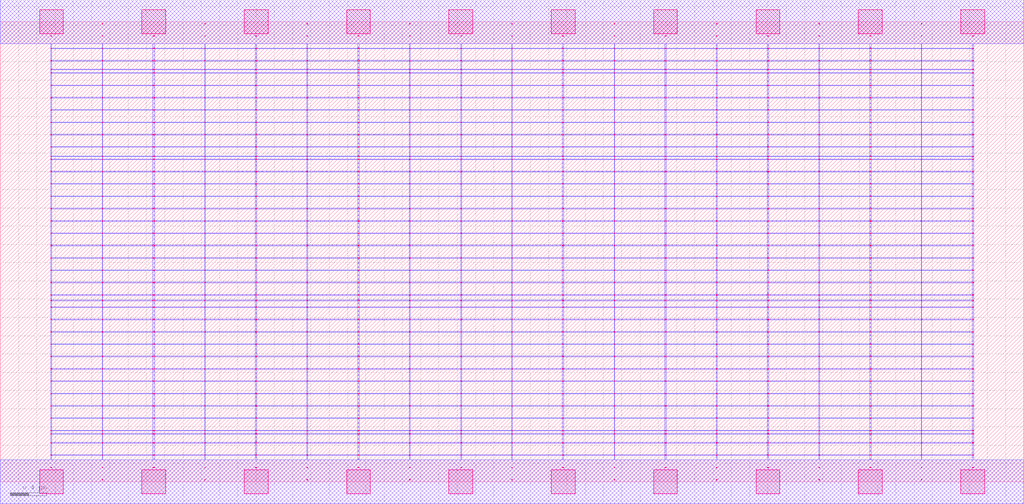
<source format=lef>
MACRO AOAAOOAI21122_DEBUG
 CLASS CORE ;
 FOREIGN AOAAOOAI21122_DEBUG 0 0 ;
 SIZE 11.200000000000001 BY 5.04 ;
 ORIGIN 0 0 ;
 SYMMETRY X Y R90 ;
 SITE unit ;

 OBS
    LAYER polycont ;
     RECT 5.59600000 2.58300000 5.60400000 2.59100000 ;
     RECT 5.59600000 2.71800000 5.60400000 2.72600000 ;
     RECT 5.59600000 2.85300000 5.60400000 2.86100000 ;
     RECT 5.59600000 2.98800000 5.60400000 2.99600000 ;
     RECT 5.59600000 3.12300000 5.60400000 3.13100000 ;
     RECT 5.59600000 3.25800000 5.60400000 3.26600000 ;
     RECT 5.59600000 3.39300000 5.60400000 3.40100000 ;
     RECT 5.59600000 3.52800000 5.60400000 3.53600000 ;
     RECT 5.59600000 3.56100000 5.60400000 3.56900000 ;
     RECT 5.59600000 3.66300000 5.60400000 3.67100000 ;
     RECT 5.59600000 3.79800000 5.60400000 3.80600000 ;
     RECT 5.59600000 3.93300000 5.60400000 3.94100000 ;
     RECT 5.59600000 4.06800000 5.60400000 4.07600000 ;
     RECT 5.59600000 4.20300000 5.60400000 4.21100000 ;
     RECT 5.59600000 4.33800000 5.60400000 4.34600000 ;
     RECT 5.59600000 4.47300000 5.60400000 4.48100000 ;
     RECT 5.59600000 4.51100000 5.60400000 4.51900000 ;
     RECT 5.59600000 4.60800000 5.60400000 4.61600000 ;
     RECT 5.59600000 4.74300000 5.60400000 4.75100000 ;
     RECT 5.59600000 4.87800000 5.60400000 4.88600000 ;
     RECT 6.71600000 2.58300000 6.72400000 2.59100000 ;
     RECT 6.15100000 2.85300000 6.16400000 2.86100000 ;
     RECT 6.71600000 2.85300000 6.72400000 2.86100000 ;
     RECT 7.27100000 2.85300000 7.28900000 2.86100000 ;
     RECT 7.83600000 2.85300000 7.84400000 2.86100000 ;
     RECT 8.39100000 2.85300000 8.40900000 2.86100000 ;
     RECT 8.95600000 2.85300000 8.96400000 2.86100000 ;
     RECT 9.51100000 2.85300000 9.52900000 2.86100000 ;
     RECT 10.07600000 2.85300000 10.08400000 2.86100000 ;
     RECT 10.63600000 2.85300000 10.64900000 2.86100000 ;
     RECT 7.27100000 2.58300000 7.28900000 2.59100000 ;
     RECT 6.15100000 2.98800000 6.16400000 2.99600000 ;
     RECT 6.71600000 2.98800000 6.72400000 2.99600000 ;
     RECT 7.27100000 2.98800000 7.28900000 2.99600000 ;
     RECT 7.83600000 2.98800000 7.84400000 2.99600000 ;
     RECT 8.39100000 2.98800000 8.40900000 2.99600000 ;
     RECT 8.95600000 2.98800000 8.96400000 2.99600000 ;
     RECT 9.51100000 2.98800000 9.52900000 2.99600000 ;
     RECT 10.07600000 2.98800000 10.08400000 2.99600000 ;
     RECT 10.63600000 2.98800000 10.64900000 2.99600000 ;
     RECT 7.83600000 2.58300000 7.84400000 2.59100000 ;
     RECT 8.39100000 2.58300000 8.40900000 2.59100000 ;
     RECT 8.95600000 2.58300000 8.96400000 2.59100000 ;
     RECT 9.51100000 2.58300000 9.52900000 2.59100000 ;
     RECT 10.07600000 2.58300000 10.08400000 2.59100000 ;
     RECT 10.63600000 2.58300000 10.64900000 2.59100000 ;
     RECT 6.15100000 2.58300000 6.16400000 2.59100000 ;
     RECT 6.15100000 2.71800000 6.16400000 2.72600000 ;
     RECT 6.71600000 2.71800000 6.72400000 2.72600000 ;
     RECT 7.27100000 2.71800000 7.28900000 2.72600000 ;
     RECT 7.83600000 2.71800000 7.84400000 2.72600000 ;
     RECT 8.39100000 2.71800000 8.40900000 2.72600000 ;
     RECT 8.95600000 2.71800000 8.96400000 2.72600000 ;
     RECT 9.51100000 2.71800000 9.52900000 2.72600000 ;
     RECT 10.07600000 2.71800000 10.08400000 2.72600000 ;
     RECT 10.63600000 2.71800000 10.64900000 2.72600000 ;
     RECT 1.67100000 2.58300000 1.68900000 2.59100000 ;
     RECT 0.55100000 2.98800000 0.56400000 2.99600000 ;
     RECT 1.11600000 2.98800000 1.12400000 2.99600000 ;
     RECT 1.67100000 2.98800000 1.68900000 2.99600000 ;
     RECT 2.23600000 2.98800000 2.24400000 2.99600000 ;
     RECT 2.79100000 2.98800000 2.80900000 2.99600000 ;
     RECT 3.35600000 2.98800000 3.36400000 2.99600000 ;
     RECT 3.91100000 2.98800000 3.92900000 2.99600000 ;
     RECT 4.47600000 2.98800000 4.48400000 2.99600000 ;
     RECT 5.03600000 2.98800000 5.04900000 2.99600000 ;
     RECT 2.23600000 2.58300000 2.24400000 2.59100000 ;
     RECT 2.79100000 2.58300000 2.80900000 2.59100000 ;
     RECT 3.35600000 2.58300000 3.36400000 2.59100000 ;
     RECT 3.91100000 2.58300000 3.92900000 2.59100000 ;
     RECT 4.47600000 2.58300000 4.48400000 2.59100000 ;
     RECT 5.03600000 2.58300000 5.04900000 2.59100000 ;
     RECT 0.55100000 2.58300000 0.56400000 2.59100000 ;
     RECT 0.55100000 2.71800000 0.56400000 2.72600000 ;
     RECT 0.55100000 2.85300000 0.56400000 2.86100000 ;
     RECT 1.11600000 2.85300000 1.12400000 2.86100000 ;
     RECT 1.67100000 2.85300000 1.68900000 2.86100000 ;
     RECT 2.23600000 2.85300000 2.24400000 2.86100000 ;
     RECT 2.79100000 2.85300000 2.80900000 2.86100000 ;
     RECT 3.35600000 2.85300000 3.36400000 2.86100000 ;
     RECT 3.91100000 2.85300000 3.92900000 2.86100000 ;
     RECT 4.47600000 2.85300000 4.48400000 2.86100000 ;
     RECT 5.03600000 2.85300000 5.04900000 2.86100000 ;
     RECT 1.11600000 2.71800000 1.12400000 2.72600000 ;
     RECT 1.67100000 2.71800000 1.68900000 2.72600000 ;
     RECT 2.23600000 2.71800000 2.24400000 2.72600000 ;
     RECT 2.79100000 2.71800000 2.80900000 2.72600000 ;
     RECT 3.35600000 2.71800000 3.36400000 2.72600000 ;
     RECT 3.91100000 2.71800000 3.92900000 2.72600000 ;
     RECT 4.47600000 2.71800000 4.48400000 2.72600000 ;
     RECT 5.03600000 2.71800000 5.04900000 2.72600000 ;
     RECT 1.11600000 2.58300000 1.12400000 2.59100000 ;
     RECT 4.47600000 1.63800000 4.48400000 1.64600000 ;
     RECT 4.47600000 1.77300000 4.48400000 1.78100000 ;
     RECT 4.47600000 1.90800000 4.48400000 1.91600000 ;
     RECT 4.47600000 1.98100000 4.48400000 1.98900000 ;
     RECT 4.47600000 2.04300000 4.48400000 2.05100000 ;
     RECT 4.47600000 2.17800000 4.48400000 2.18600000 ;
     RECT 4.47600000 2.31300000 4.48400000 2.32100000 ;
     RECT 4.47600000 2.44800000 4.48400000 2.45600000 ;
     RECT 4.47600000 0.15300000 4.48400000 0.16100000 ;
     RECT 4.47600000 0.28800000 4.48400000 0.29600000 ;
     RECT 4.47600000 0.42300000 4.48400000 0.43100000 ;
     RECT 4.47600000 0.52100000 4.48400000 0.52900000 ;
     RECT 4.47600000 0.55800000 4.48400000 0.56600000 ;
     RECT 4.47600000 0.69300000 4.48400000 0.70100000 ;
     RECT 4.47600000 0.82800000 4.48400000 0.83600000 ;
     RECT 4.47600000 0.96300000 4.48400000 0.97100000 ;
     RECT 4.47600000 1.09800000 4.48400000 1.10600000 ;
     RECT 4.47600000 1.23300000 4.48400000 1.24100000 ;
     RECT 4.47600000 1.36800000 4.48400000 1.37600000 ;
     RECT 4.47600000 1.50300000 4.48400000 1.51100000 ;

    LAYER pdiffc ;
     RECT 0.55100000 3.39300000 0.55900000 3.40100000 ;
     RECT 5.04100000 3.39300000 5.04900000 3.40100000 ;
     RECT 6.15100000 3.39300000 6.15900000 3.40100000 ;
     RECT 10.64100000 3.39300000 10.64900000 3.40100000 ;
     RECT 0.55100000 3.52800000 0.55900000 3.53600000 ;
     RECT 5.04100000 3.52800000 5.04900000 3.53600000 ;
     RECT 6.15100000 3.52800000 6.15900000 3.53600000 ;
     RECT 10.64100000 3.52800000 10.64900000 3.53600000 ;
     RECT 0.55100000 3.56100000 0.55900000 3.56900000 ;
     RECT 5.04100000 3.56100000 5.04900000 3.56900000 ;
     RECT 6.15100000 3.56100000 6.15900000 3.56900000 ;
     RECT 10.64100000 3.56100000 10.64900000 3.56900000 ;
     RECT 0.55100000 3.66300000 0.55900000 3.67100000 ;
     RECT 5.04100000 3.66300000 5.04900000 3.67100000 ;
     RECT 6.15100000 3.66300000 6.15900000 3.67100000 ;
     RECT 10.64100000 3.66300000 10.64900000 3.67100000 ;
     RECT 0.55100000 3.79800000 0.55900000 3.80600000 ;
     RECT 5.04100000 3.79800000 5.04900000 3.80600000 ;
     RECT 6.15100000 3.79800000 6.15900000 3.80600000 ;
     RECT 10.64100000 3.79800000 10.64900000 3.80600000 ;
     RECT 0.55100000 3.93300000 0.55900000 3.94100000 ;
     RECT 5.04100000 3.93300000 5.04900000 3.94100000 ;
     RECT 6.15100000 3.93300000 6.15900000 3.94100000 ;
     RECT 10.64100000 3.93300000 10.64900000 3.94100000 ;
     RECT 0.55100000 4.06800000 0.55900000 4.07600000 ;
     RECT 5.04100000 4.06800000 5.04900000 4.07600000 ;
     RECT 6.15100000 4.06800000 6.15900000 4.07600000 ;
     RECT 10.64100000 4.06800000 10.64900000 4.07600000 ;
     RECT 0.55100000 4.20300000 0.55900000 4.21100000 ;
     RECT 5.04100000 4.20300000 5.04900000 4.21100000 ;
     RECT 6.15100000 4.20300000 6.15900000 4.21100000 ;
     RECT 10.64100000 4.20300000 10.64900000 4.21100000 ;
     RECT 0.55100000 4.33800000 0.55900000 4.34600000 ;
     RECT 5.04100000 4.33800000 5.04900000 4.34600000 ;
     RECT 6.15100000 4.33800000 6.15900000 4.34600000 ;
     RECT 10.64100000 4.33800000 10.64900000 4.34600000 ;
     RECT 0.55100000 4.47300000 0.55900000 4.48100000 ;
     RECT 5.04100000 4.47300000 5.04900000 4.48100000 ;
     RECT 6.15100000 4.47300000 6.15900000 4.48100000 ;
     RECT 10.64100000 4.47300000 10.64900000 4.48100000 ;
     RECT 0.55100000 4.51100000 0.55900000 4.51900000 ;
     RECT 5.04100000 4.51100000 5.04900000 4.51900000 ;
     RECT 6.15100000 4.51100000 6.15900000 4.51900000 ;
     RECT 10.64100000 4.51100000 10.64900000 4.51900000 ;
     RECT 0.55100000 4.60800000 0.55900000 4.61600000 ;
     RECT 5.04100000 4.60800000 5.04900000 4.61600000 ;
     RECT 6.15100000 4.60800000 6.15900000 4.61600000 ;
     RECT 10.64100000 4.60800000 10.64900000 4.61600000 ;

    LAYER ndiffc ;
     RECT 6.15100000 0.42300000 6.16400000 0.43100000 ;
     RECT 7.27100000 0.42300000 7.28900000 0.43100000 ;
     RECT 8.39100000 0.42300000 8.40900000 0.43100000 ;
     RECT 9.51100000 0.42300000 9.52900000 0.43100000 ;
     RECT 10.63600000 0.42300000 10.64900000 0.43100000 ;
     RECT 6.15100000 0.52100000 6.16400000 0.52900000 ;
     RECT 7.27100000 0.52100000 7.28900000 0.52900000 ;
     RECT 8.39100000 0.52100000 8.40900000 0.52900000 ;
     RECT 9.51100000 0.52100000 9.52900000 0.52900000 ;
     RECT 10.63600000 0.52100000 10.64900000 0.52900000 ;
     RECT 6.15100000 0.55800000 6.16400000 0.56600000 ;
     RECT 7.27100000 0.55800000 7.28900000 0.56600000 ;
     RECT 8.39100000 0.55800000 8.40900000 0.56600000 ;
     RECT 9.51100000 0.55800000 9.52900000 0.56600000 ;
     RECT 10.63600000 0.55800000 10.64900000 0.56600000 ;
     RECT 6.15100000 0.69300000 6.16400000 0.70100000 ;
     RECT 7.27100000 0.69300000 7.28900000 0.70100000 ;
     RECT 8.39100000 0.69300000 8.40900000 0.70100000 ;
     RECT 9.51100000 0.69300000 9.52900000 0.70100000 ;
     RECT 10.63600000 0.69300000 10.64900000 0.70100000 ;
     RECT 6.15100000 0.82800000 6.16400000 0.83600000 ;
     RECT 7.27100000 0.82800000 7.28900000 0.83600000 ;
     RECT 8.39100000 0.82800000 8.40900000 0.83600000 ;
     RECT 9.51100000 0.82800000 9.52900000 0.83600000 ;
     RECT 10.63600000 0.82800000 10.64900000 0.83600000 ;
     RECT 6.15100000 0.96300000 6.16400000 0.97100000 ;
     RECT 7.27100000 0.96300000 7.28900000 0.97100000 ;
     RECT 8.39100000 0.96300000 8.40900000 0.97100000 ;
     RECT 9.51100000 0.96300000 9.52900000 0.97100000 ;
     RECT 10.63600000 0.96300000 10.64900000 0.97100000 ;
     RECT 6.15100000 1.09800000 6.16400000 1.10600000 ;
     RECT 7.27100000 1.09800000 7.28900000 1.10600000 ;
     RECT 8.39100000 1.09800000 8.40900000 1.10600000 ;
     RECT 9.51100000 1.09800000 9.52900000 1.10600000 ;
     RECT 10.63600000 1.09800000 10.64900000 1.10600000 ;
     RECT 6.15100000 1.23300000 6.16400000 1.24100000 ;
     RECT 7.27100000 1.23300000 7.28900000 1.24100000 ;
     RECT 8.39100000 1.23300000 8.40900000 1.24100000 ;
     RECT 9.51100000 1.23300000 9.52900000 1.24100000 ;
     RECT 10.63600000 1.23300000 10.64900000 1.24100000 ;
     RECT 6.15100000 1.36800000 6.16400000 1.37600000 ;
     RECT 7.27100000 1.36800000 7.28900000 1.37600000 ;
     RECT 8.39100000 1.36800000 8.40900000 1.37600000 ;
     RECT 9.51100000 1.36800000 9.52900000 1.37600000 ;
     RECT 10.63600000 1.36800000 10.64900000 1.37600000 ;
     RECT 6.15100000 1.50300000 6.16400000 1.51100000 ;
     RECT 7.27100000 1.50300000 7.28900000 1.51100000 ;
     RECT 8.39100000 1.50300000 8.40900000 1.51100000 ;
     RECT 9.51100000 1.50300000 9.52900000 1.51100000 ;
     RECT 10.63600000 1.50300000 10.64900000 1.51100000 ;
     RECT 6.15100000 1.63800000 6.16400000 1.64600000 ;
     RECT 7.27100000 1.63800000 7.28900000 1.64600000 ;
     RECT 8.39100000 1.63800000 8.40900000 1.64600000 ;
     RECT 9.51100000 1.63800000 9.52900000 1.64600000 ;
     RECT 10.63600000 1.63800000 10.64900000 1.64600000 ;
     RECT 6.15100000 1.77300000 6.16400000 1.78100000 ;
     RECT 7.27100000 1.77300000 7.28900000 1.78100000 ;
     RECT 8.39100000 1.77300000 8.40900000 1.78100000 ;
     RECT 9.51100000 1.77300000 9.52900000 1.78100000 ;
     RECT 10.63600000 1.77300000 10.64900000 1.78100000 ;
     RECT 6.15100000 1.90800000 6.16400000 1.91600000 ;
     RECT 7.27100000 1.90800000 7.28900000 1.91600000 ;
     RECT 8.39100000 1.90800000 8.40900000 1.91600000 ;
     RECT 9.51100000 1.90800000 9.52900000 1.91600000 ;
     RECT 10.63600000 1.90800000 10.64900000 1.91600000 ;
     RECT 6.15100000 1.98100000 6.16400000 1.98900000 ;
     RECT 7.27100000 1.98100000 7.28900000 1.98900000 ;
     RECT 8.39100000 1.98100000 8.40900000 1.98900000 ;
     RECT 9.51100000 1.98100000 9.52900000 1.98900000 ;
     RECT 10.63600000 1.98100000 10.64900000 1.98900000 ;
     RECT 6.15100000 2.04300000 6.16400000 2.05100000 ;
     RECT 7.27100000 2.04300000 7.28900000 2.05100000 ;
     RECT 8.39100000 2.04300000 8.40900000 2.05100000 ;
     RECT 9.51100000 2.04300000 9.52900000 2.05100000 ;
     RECT 10.63600000 2.04300000 10.64900000 2.05100000 ;
     RECT 0.55100000 0.42300000 0.56400000 0.43100000 ;
     RECT 1.67100000 0.42300000 1.68900000 0.43100000 ;
     RECT 2.79100000 0.42300000 2.80900000 0.43100000 ;
     RECT 3.91100000 0.42300000 3.92900000 0.43100000 ;
     RECT 5.03600000 0.42300000 5.04900000 0.43100000 ;
     RECT 0.55100000 1.36800000 0.56400000 1.37600000 ;
     RECT 1.67100000 1.36800000 1.68900000 1.37600000 ;
     RECT 2.79100000 1.36800000 2.80900000 1.37600000 ;
     RECT 3.91100000 1.36800000 3.92900000 1.37600000 ;
     RECT 5.03600000 1.36800000 5.04900000 1.37600000 ;
     RECT 0.55100000 0.82800000 0.56400000 0.83600000 ;
     RECT 1.67100000 0.82800000 1.68900000 0.83600000 ;
     RECT 2.79100000 0.82800000 2.80900000 0.83600000 ;
     RECT 3.91100000 0.82800000 3.92900000 0.83600000 ;
     RECT 5.03600000 0.82800000 5.04900000 0.83600000 ;
     RECT 0.55100000 1.50300000 0.56400000 1.51100000 ;
     RECT 1.67100000 1.50300000 1.68900000 1.51100000 ;
     RECT 2.79100000 1.50300000 2.80900000 1.51100000 ;
     RECT 3.91100000 1.50300000 3.92900000 1.51100000 ;
     RECT 5.03600000 1.50300000 5.04900000 1.51100000 ;
     RECT 0.55100000 0.55800000 0.56400000 0.56600000 ;
     RECT 1.67100000 0.55800000 1.68900000 0.56600000 ;
     RECT 2.79100000 0.55800000 2.80900000 0.56600000 ;
     RECT 3.91100000 0.55800000 3.92900000 0.56600000 ;
     RECT 5.03600000 0.55800000 5.04900000 0.56600000 ;
     RECT 0.55100000 1.63800000 0.56400000 1.64600000 ;
     RECT 1.67100000 1.63800000 1.68900000 1.64600000 ;
     RECT 2.79100000 1.63800000 2.80900000 1.64600000 ;
     RECT 3.91100000 1.63800000 3.92900000 1.64600000 ;
     RECT 5.03600000 1.63800000 5.04900000 1.64600000 ;
     RECT 0.55100000 0.96300000 0.56400000 0.97100000 ;
     RECT 1.67100000 0.96300000 1.68900000 0.97100000 ;
     RECT 2.79100000 0.96300000 2.80900000 0.97100000 ;
     RECT 3.91100000 0.96300000 3.92900000 0.97100000 ;
     RECT 5.03600000 0.96300000 5.04900000 0.97100000 ;
     RECT 0.55100000 1.77300000 0.56400000 1.78100000 ;
     RECT 1.67100000 1.77300000 1.68900000 1.78100000 ;
     RECT 2.79100000 1.77300000 2.80900000 1.78100000 ;
     RECT 3.91100000 1.77300000 3.92900000 1.78100000 ;
     RECT 5.03600000 1.77300000 5.04900000 1.78100000 ;
     RECT 0.55100000 0.52100000 0.56400000 0.52900000 ;
     RECT 1.67100000 0.52100000 1.68900000 0.52900000 ;
     RECT 2.79100000 0.52100000 2.80900000 0.52900000 ;
     RECT 3.91100000 0.52100000 3.92900000 0.52900000 ;
     RECT 5.03600000 0.52100000 5.04900000 0.52900000 ;
     RECT 0.55100000 1.90800000 0.56400000 1.91600000 ;
     RECT 1.67100000 1.90800000 1.68900000 1.91600000 ;
     RECT 2.79100000 1.90800000 2.80900000 1.91600000 ;
     RECT 3.91100000 1.90800000 3.92900000 1.91600000 ;
     RECT 5.03600000 1.90800000 5.04900000 1.91600000 ;
     RECT 0.55100000 1.09800000 0.56400000 1.10600000 ;
     RECT 1.67100000 1.09800000 1.68900000 1.10600000 ;
     RECT 2.79100000 1.09800000 2.80900000 1.10600000 ;
     RECT 3.91100000 1.09800000 3.92900000 1.10600000 ;
     RECT 5.03600000 1.09800000 5.04900000 1.10600000 ;
     RECT 0.55100000 1.98100000 0.56400000 1.98900000 ;
     RECT 1.67100000 1.98100000 1.68900000 1.98900000 ;
     RECT 2.79100000 1.98100000 2.80900000 1.98900000 ;
     RECT 3.91100000 1.98100000 3.92900000 1.98900000 ;
     RECT 5.03600000 1.98100000 5.04900000 1.98900000 ;
     RECT 0.55100000 0.69300000 0.56400000 0.70100000 ;
     RECT 1.67100000 0.69300000 1.68900000 0.70100000 ;
     RECT 2.79100000 0.69300000 2.80900000 0.70100000 ;
     RECT 3.91100000 0.69300000 3.92900000 0.70100000 ;
     RECT 5.03600000 0.69300000 5.04900000 0.70100000 ;
     RECT 0.55100000 2.04300000 0.56400000 2.05100000 ;
     RECT 1.67100000 2.04300000 1.68900000 2.05100000 ;
     RECT 2.79100000 2.04300000 2.80900000 2.05100000 ;
     RECT 3.91100000 2.04300000 3.92900000 2.05100000 ;
     RECT 5.03600000 2.04300000 5.04900000 2.05100000 ;
     RECT 0.55100000 1.23300000 0.56400000 1.24100000 ;
     RECT 1.67100000 1.23300000 1.68900000 1.24100000 ;
     RECT 2.79100000 1.23300000 2.80900000 1.24100000 ;
     RECT 3.91100000 1.23300000 3.92900000 1.24100000 ;
     RECT 5.03600000 1.23300000 5.04900000 1.24100000 ;

    LAYER met1 ;
     RECT 0.00000000 -0.24000000 11.20000000 0.24000000 ;
     RECT 5.59600000 0.24000000 5.60400000 0.28800000 ;
     RECT 0.55100000 0.28800000 10.64900000 0.29600000 ;
     RECT 5.59600000 0.29600000 5.60400000 0.42300000 ;
     RECT 0.55100000 0.42300000 10.64900000 0.43100000 ;
     RECT 5.59600000 0.43100000 5.60400000 0.52100000 ;
     RECT 0.55100000 0.52100000 10.64900000 0.52900000 ;
     RECT 5.59600000 0.52900000 5.60400000 0.55800000 ;
     RECT 0.55100000 0.55800000 10.64900000 0.56600000 ;
     RECT 5.59600000 0.56600000 5.60400000 0.69300000 ;
     RECT 0.55100000 0.69300000 10.64900000 0.70100000 ;
     RECT 5.59600000 0.70100000 5.60400000 0.82800000 ;
     RECT 0.55100000 0.82800000 10.64900000 0.83600000 ;
     RECT 5.59600000 0.83600000 5.60400000 0.96300000 ;
     RECT 0.55100000 0.96300000 10.64900000 0.97100000 ;
     RECT 5.59600000 0.97100000 5.60400000 1.09800000 ;
     RECT 0.55100000 1.09800000 10.64900000 1.10600000 ;
     RECT 5.59600000 1.10600000 5.60400000 1.23300000 ;
     RECT 0.55100000 1.23300000 10.64900000 1.24100000 ;
     RECT 5.59600000 1.24100000 5.60400000 1.36800000 ;
     RECT 0.55100000 1.36800000 10.64900000 1.37600000 ;
     RECT 5.59600000 1.37600000 5.60400000 1.50300000 ;
     RECT 0.55100000 1.50300000 10.64900000 1.51100000 ;
     RECT 5.59600000 1.51100000 5.60400000 1.63800000 ;
     RECT 0.55100000 1.63800000 10.64900000 1.64600000 ;
     RECT 5.59600000 1.64600000 5.60400000 1.77300000 ;
     RECT 0.55100000 1.77300000 10.64900000 1.78100000 ;
     RECT 5.59600000 1.78100000 5.60400000 1.90800000 ;
     RECT 0.55100000 1.90800000 10.64900000 1.91600000 ;
     RECT 5.59600000 1.91600000 5.60400000 1.98100000 ;
     RECT 0.55100000 1.98100000 10.64900000 1.98900000 ;
     RECT 5.59600000 1.98900000 5.60400000 2.04300000 ;
     RECT 0.55100000 2.04300000 10.64900000 2.05100000 ;
     RECT 5.59600000 2.05100000 5.60400000 2.17800000 ;
     RECT 0.55100000 2.17800000 10.64900000 2.18600000 ;
     RECT 5.59600000 2.18600000 5.60400000 2.31300000 ;
     RECT 0.55100000 2.31300000 10.64900000 2.32100000 ;
     RECT 5.59600000 2.32100000 5.60400000 2.44800000 ;
     RECT 0.55100000 2.44800000 10.64900000 2.45600000 ;
     RECT 0.55100000 2.45600000 0.56400000 2.58300000 ;
     RECT 1.11600000 2.45600000 1.12400000 2.58300000 ;
     RECT 1.67100000 2.45600000 1.68900000 2.58300000 ;
     RECT 2.23600000 2.45600000 2.24400000 2.58300000 ;
     RECT 2.79100000 2.45600000 2.80900000 2.58300000 ;
     RECT 3.35600000 2.45600000 3.36400000 2.58300000 ;
     RECT 3.91100000 2.45600000 3.92900000 2.58300000 ;
     RECT 4.47600000 2.45600000 4.48400000 2.58300000 ;
     RECT 5.03600000 2.45600000 5.04900000 2.58300000 ;
     RECT 5.59600000 2.45600000 5.60400000 2.58300000 ;
     RECT 6.15100000 2.45600000 6.16400000 2.58300000 ;
     RECT 6.71600000 2.45600000 6.72400000 2.58300000 ;
     RECT 7.27100000 2.45600000 7.28900000 2.58300000 ;
     RECT 7.83600000 2.45600000 7.84400000 2.58300000 ;
     RECT 8.39100000 2.45600000 8.40900000 2.58300000 ;
     RECT 8.95600000 2.45600000 8.96400000 2.58300000 ;
     RECT 9.51100000 2.45600000 9.52900000 2.58300000 ;
     RECT 10.07600000 2.45600000 10.08400000 2.58300000 ;
     RECT 10.63600000 2.45600000 10.64900000 2.58300000 ;
     RECT 0.55100000 2.58300000 10.64900000 2.59100000 ;
     RECT 5.59600000 2.59100000 5.60400000 2.71800000 ;
     RECT 0.55100000 2.71800000 10.64900000 2.72600000 ;
     RECT 5.59600000 2.72600000 5.60400000 2.85300000 ;
     RECT 0.55100000 2.85300000 10.64900000 2.86100000 ;
     RECT 5.59600000 2.86100000 5.60400000 2.98800000 ;
     RECT 0.55100000 2.98800000 10.64900000 2.99600000 ;
     RECT 5.59600000 2.99600000 5.60400000 3.12300000 ;
     RECT 0.55100000 3.12300000 10.64900000 3.13100000 ;
     RECT 5.59600000 3.13100000 5.60400000 3.25800000 ;
     RECT 0.55100000 3.25800000 10.64900000 3.26600000 ;
     RECT 5.59600000 3.26600000 5.60400000 3.39300000 ;
     RECT 0.55100000 3.39300000 10.64900000 3.40100000 ;
     RECT 5.59600000 3.40100000 5.60400000 3.52800000 ;
     RECT 0.55100000 3.52800000 10.64900000 3.53600000 ;
     RECT 5.59600000 3.53600000 5.60400000 3.56100000 ;
     RECT 0.55100000 3.56100000 10.64900000 3.56900000 ;
     RECT 5.59600000 3.56900000 5.60400000 3.66300000 ;
     RECT 0.55100000 3.66300000 10.64900000 3.67100000 ;
     RECT 5.59600000 3.67100000 5.60400000 3.79800000 ;
     RECT 0.55100000 3.79800000 10.64900000 3.80600000 ;
     RECT 5.59600000 3.80600000 5.60400000 3.93300000 ;
     RECT 0.55100000 3.93300000 10.64900000 3.94100000 ;
     RECT 5.59600000 3.94100000 5.60400000 4.06800000 ;
     RECT 0.55100000 4.06800000 10.64900000 4.07600000 ;
     RECT 5.59600000 4.07600000 5.60400000 4.20300000 ;
     RECT 0.55100000 4.20300000 10.64900000 4.21100000 ;
     RECT 5.59600000 4.21100000 5.60400000 4.33800000 ;
     RECT 0.55100000 4.33800000 10.64900000 4.34600000 ;
     RECT 5.59600000 4.34600000 5.60400000 4.47300000 ;
     RECT 0.55100000 4.47300000 10.64900000 4.48100000 ;
     RECT 5.59600000 4.48100000 5.60400000 4.51100000 ;
     RECT 0.55100000 4.51100000 10.64900000 4.51900000 ;
     RECT 5.59600000 4.51900000 5.60400000 4.60800000 ;
     RECT 0.55100000 4.60800000 10.64900000 4.61600000 ;
     RECT 5.59600000 4.61600000 5.60400000 4.74300000 ;
     RECT 0.55100000 4.74300000 10.64900000 4.75100000 ;
     RECT 5.59600000 4.75100000 5.60400000 4.80000000 ;
     RECT 0.00000000 4.80000000 11.20000000 5.28000000 ;
     RECT 8.39100000 2.99600000 8.40900000 3.12300000 ;
     RECT 8.39100000 3.13100000 8.40900000 3.25800000 ;
     RECT 8.39100000 3.26600000 8.40900000 3.39300000 ;
     RECT 8.39100000 3.40100000 8.40900000 3.52800000 ;
     RECT 8.39100000 3.53600000 8.40900000 3.56100000 ;
     RECT 8.39100000 2.72600000 8.40900000 2.85300000 ;
     RECT 8.39100000 3.56900000 8.40900000 3.66300000 ;
     RECT 8.39100000 3.67100000 8.40900000 3.79800000 ;
     RECT 6.15100000 3.80600000 6.16400000 3.93300000 ;
     RECT 6.71600000 3.80600000 6.72400000 3.93300000 ;
     RECT 7.27100000 3.80600000 7.28900000 3.93300000 ;
     RECT 7.83600000 3.80600000 7.84400000 3.93300000 ;
     RECT 8.39100000 3.80600000 8.40900000 3.93300000 ;
     RECT 8.95600000 3.80600000 8.96400000 3.93300000 ;
     RECT 9.51100000 3.80600000 9.52900000 3.93300000 ;
     RECT 10.07600000 3.80600000 10.08400000 3.93300000 ;
     RECT 10.63600000 3.80600000 10.64900000 3.93300000 ;
     RECT 8.39100000 3.94100000 8.40900000 4.06800000 ;
     RECT 8.39100000 4.07600000 8.40900000 4.20300000 ;
     RECT 8.39100000 4.21100000 8.40900000 4.33800000 ;
     RECT 8.39100000 2.86100000 8.40900000 2.98800000 ;
     RECT 8.39100000 4.34600000 8.40900000 4.47300000 ;
     RECT 8.39100000 4.48100000 8.40900000 4.51100000 ;
     RECT 8.39100000 2.59100000 8.40900000 2.71800000 ;
     RECT 8.39100000 4.51900000 8.40900000 4.60800000 ;
     RECT 8.39100000 4.61600000 8.40900000 4.74300000 ;
     RECT 8.39100000 4.75100000 8.40900000 4.80000000 ;
     RECT 9.51100000 3.94100000 9.52900000 4.06800000 ;
     RECT 8.95600000 4.21100000 8.96400000 4.33800000 ;
     RECT 9.51100000 4.21100000 9.52900000 4.33800000 ;
     RECT 10.07600000 4.21100000 10.08400000 4.33800000 ;
     RECT 10.63600000 4.21100000 10.64900000 4.33800000 ;
     RECT 10.07600000 3.94100000 10.08400000 4.06800000 ;
     RECT 10.63600000 3.94100000 10.64900000 4.06800000 ;
     RECT 8.95600000 4.34600000 8.96400000 4.47300000 ;
     RECT 9.51100000 4.34600000 9.52900000 4.47300000 ;
     RECT 10.07600000 4.34600000 10.08400000 4.47300000 ;
     RECT 10.63600000 4.34600000 10.64900000 4.47300000 ;
     RECT 8.95600000 3.94100000 8.96400000 4.06800000 ;
     RECT 8.95600000 4.48100000 8.96400000 4.51100000 ;
     RECT 9.51100000 4.48100000 9.52900000 4.51100000 ;
     RECT 10.07600000 4.48100000 10.08400000 4.51100000 ;
     RECT 10.63600000 4.48100000 10.64900000 4.51100000 ;
     RECT 8.95600000 4.07600000 8.96400000 4.20300000 ;
     RECT 9.51100000 4.07600000 9.52900000 4.20300000 ;
     RECT 8.95600000 4.51900000 8.96400000 4.60800000 ;
     RECT 9.51100000 4.51900000 9.52900000 4.60800000 ;
     RECT 10.07600000 4.51900000 10.08400000 4.60800000 ;
     RECT 10.63600000 4.51900000 10.64900000 4.60800000 ;
     RECT 10.07600000 4.07600000 10.08400000 4.20300000 ;
     RECT 8.95600000 4.61600000 8.96400000 4.74300000 ;
     RECT 9.51100000 4.61600000 9.52900000 4.74300000 ;
     RECT 10.07600000 4.61600000 10.08400000 4.74300000 ;
     RECT 10.63600000 4.61600000 10.64900000 4.74300000 ;
     RECT 10.63600000 4.07600000 10.64900000 4.20300000 ;
     RECT 8.95600000 4.75100000 8.96400000 4.80000000 ;
     RECT 9.51100000 4.75100000 9.52900000 4.80000000 ;
     RECT 10.07600000 4.75100000 10.08400000 4.80000000 ;
     RECT 10.63600000 4.75100000 10.64900000 4.80000000 ;
     RECT 6.71600000 4.07600000 6.72400000 4.20300000 ;
     RECT 7.27100000 4.07600000 7.28900000 4.20300000 ;
     RECT 7.83600000 4.07600000 7.84400000 4.20300000 ;
     RECT 6.71600000 3.94100000 6.72400000 4.06800000 ;
     RECT 7.27100000 3.94100000 7.28900000 4.06800000 ;
     RECT 6.15100000 4.51900000 6.16400000 4.60800000 ;
     RECT 6.71600000 4.51900000 6.72400000 4.60800000 ;
     RECT 7.27100000 4.51900000 7.28900000 4.60800000 ;
     RECT 7.83600000 4.51900000 7.84400000 4.60800000 ;
     RECT 7.83600000 3.94100000 7.84400000 4.06800000 ;
     RECT 6.15100000 4.34600000 6.16400000 4.47300000 ;
     RECT 6.71600000 4.34600000 6.72400000 4.47300000 ;
     RECT 7.27100000 4.34600000 7.28900000 4.47300000 ;
     RECT 7.83600000 4.34600000 7.84400000 4.47300000 ;
     RECT 6.15100000 4.61600000 6.16400000 4.74300000 ;
     RECT 6.71600000 4.61600000 6.72400000 4.74300000 ;
     RECT 7.27100000 4.61600000 7.28900000 4.74300000 ;
     RECT 7.83600000 4.61600000 7.84400000 4.74300000 ;
     RECT 6.15100000 3.94100000 6.16400000 4.06800000 ;
     RECT 6.15100000 4.07600000 6.16400000 4.20300000 ;
     RECT 6.15100000 4.21100000 6.16400000 4.33800000 ;
     RECT 6.71600000 4.21100000 6.72400000 4.33800000 ;
     RECT 7.27100000 4.21100000 7.28900000 4.33800000 ;
     RECT 6.15100000 4.75100000 6.16400000 4.80000000 ;
     RECT 6.71600000 4.75100000 6.72400000 4.80000000 ;
     RECT 7.27100000 4.75100000 7.28900000 4.80000000 ;
     RECT 7.83600000 4.75100000 7.84400000 4.80000000 ;
     RECT 6.15100000 4.48100000 6.16400000 4.51100000 ;
     RECT 6.71600000 4.48100000 6.72400000 4.51100000 ;
     RECT 7.27100000 4.48100000 7.28900000 4.51100000 ;
     RECT 7.83600000 4.48100000 7.84400000 4.51100000 ;
     RECT 7.83600000 4.21100000 7.84400000 4.33800000 ;
     RECT 7.27100000 3.53600000 7.28900000 3.56100000 ;
     RECT 7.83600000 3.53600000 7.84400000 3.56100000 ;
     RECT 7.83600000 3.13100000 7.84400000 3.25800000 ;
     RECT 6.15100000 2.86100000 6.16400000 2.98800000 ;
     RECT 6.71600000 2.86100000 6.72400000 2.98800000 ;
     RECT 7.83600000 2.72600000 7.84400000 2.85300000 ;
     RECT 6.15100000 3.13100000 6.16400000 3.25800000 ;
     RECT 6.15100000 3.56900000 6.16400000 3.66300000 ;
     RECT 6.71600000 3.56900000 6.72400000 3.66300000 ;
     RECT 7.27100000 3.56900000 7.28900000 3.66300000 ;
     RECT 7.83600000 3.56900000 7.84400000 3.66300000 ;
     RECT 6.15100000 2.59100000 6.16400000 2.71800000 ;
     RECT 6.15100000 3.67100000 6.16400000 3.79800000 ;
     RECT 6.71600000 3.67100000 6.72400000 3.79800000 ;
     RECT 7.27100000 2.86100000 7.28900000 2.98800000 ;
     RECT 7.83600000 2.86100000 7.84400000 2.98800000 ;
     RECT 7.27100000 3.67100000 7.28900000 3.79800000 ;
     RECT 7.83600000 3.67100000 7.84400000 3.79800000 ;
     RECT 6.15100000 2.99600000 6.16400000 3.12300000 ;
     RECT 6.15100000 3.26600000 6.16400000 3.39300000 ;
     RECT 6.71600000 3.26600000 6.72400000 3.39300000 ;
     RECT 7.27100000 3.26600000 7.28900000 3.39300000 ;
     RECT 7.83600000 3.26600000 7.84400000 3.39300000 ;
     RECT 6.71600000 3.13100000 6.72400000 3.25800000 ;
     RECT 6.71600000 2.59100000 6.72400000 2.71800000 ;
     RECT 6.15100000 2.72600000 6.16400000 2.85300000 ;
     RECT 6.15100000 3.40100000 6.16400000 3.52800000 ;
     RECT 6.71600000 3.40100000 6.72400000 3.52800000 ;
     RECT 6.71600000 2.99600000 6.72400000 3.12300000 ;
     RECT 7.27100000 2.99600000 7.28900000 3.12300000 ;
     RECT 7.27100000 3.40100000 7.28900000 3.52800000 ;
     RECT 7.27100000 2.59100000 7.28900000 2.71800000 ;
     RECT 7.83600000 2.59100000 7.84400000 2.71800000 ;
     RECT 7.83600000 3.40100000 7.84400000 3.52800000 ;
     RECT 7.27100000 3.13100000 7.28900000 3.25800000 ;
     RECT 6.71600000 2.72600000 6.72400000 2.85300000 ;
     RECT 7.27100000 2.72600000 7.28900000 2.85300000 ;
     RECT 6.15100000 3.53600000 6.16400000 3.56100000 ;
     RECT 6.71600000 3.53600000 6.72400000 3.56100000 ;
     RECT 7.83600000 2.99600000 7.84400000 3.12300000 ;
     RECT 10.07600000 3.56900000 10.08400000 3.66300000 ;
     RECT 10.63600000 3.56900000 10.64900000 3.66300000 ;
     RECT 8.95600000 2.72600000 8.96400000 2.85300000 ;
     RECT 9.51100000 2.72600000 9.52900000 2.85300000 ;
     RECT 8.95600000 2.99600000 8.96400000 3.12300000 ;
     RECT 8.95600000 3.40100000 8.96400000 3.52800000 ;
     RECT 10.63600000 2.86100000 10.64900000 2.98800000 ;
     RECT 9.51100000 3.40100000 9.52900000 3.52800000 ;
     RECT 10.07600000 3.40100000 10.08400000 3.52800000 ;
     RECT 10.63600000 3.40100000 10.64900000 3.52800000 ;
     RECT 8.95600000 3.67100000 8.96400000 3.79800000 ;
     RECT 9.51100000 3.67100000 9.52900000 3.79800000 ;
     RECT 10.07600000 3.67100000 10.08400000 3.79800000 ;
     RECT 10.63600000 3.67100000 10.64900000 3.79800000 ;
     RECT 10.07600000 2.72600000 10.08400000 2.85300000 ;
     RECT 10.63600000 2.72600000 10.64900000 2.85300000 ;
     RECT 9.51100000 2.99600000 9.52900000 3.12300000 ;
     RECT 8.95600000 2.59100000 8.96400000 2.71800000 ;
     RECT 10.07600000 2.99600000 10.08400000 3.12300000 ;
     RECT 10.63600000 2.99600000 10.64900000 3.12300000 ;
     RECT 9.51100000 2.59100000 9.52900000 2.71800000 ;
     RECT 8.95600000 3.26600000 8.96400000 3.39300000 ;
     RECT 9.51100000 3.26600000 9.52900000 3.39300000 ;
     RECT 10.07600000 3.26600000 10.08400000 3.39300000 ;
     RECT 8.95600000 3.53600000 8.96400000 3.56100000 ;
     RECT 8.95600000 2.86100000 8.96400000 2.98800000 ;
     RECT 9.51100000 3.53600000 9.52900000 3.56100000 ;
     RECT 10.07600000 3.53600000 10.08400000 3.56100000 ;
     RECT 10.63600000 3.53600000 10.64900000 3.56100000 ;
     RECT 10.63600000 3.26600000 10.64900000 3.39300000 ;
     RECT 8.95600000 3.13100000 8.96400000 3.25800000 ;
     RECT 9.51100000 3.13100000 9.52900000 3.25800000 ;
     RECT 10.07600000 3.13100000 10.08400000 3.25800000 ;
     RECT 10.63600000 3.13100000 10.64900000 3.25800000 ;
     RECT 10.63600000 2.59100000 10.64900000 2.71800000 ;
     RECT 9.51100000 2.86100000 9.52900000 2.98800000 ;
     RECT 10.07600000 2.86100000 10.08400000 2.98800000 ;
     RECT 10.07600000 2.59100000 10.08400000 2.71800000 ;
     RECT 8.95600000 3.56900000 8.96400000 3.66300000 ;
     RECT 9.51100000 3.56900000 9.52900000 3.66300000 ;
     RECT 2.79100000 2.59100000 2.80900000 2.71800000 ;
     RECT 2.79100000 2.99600000 2.80900000 3.12300000 ;
     RECT 2.79100000 3.94100000 2.80900000 4.06800000 ;
     RECT 2.79100000 3.40100000 2.80900000 3.52800000 ;
     RECT 2.79100000 4.07600000 2.80900000 4.20300000 ;
     RECT 2.79100000 4.21100000 2.80900000 4.33800000 ;
     RECT 2.79100000 3.53600000 2.80900000 3.56100000 ;
     RECT 2.79100000 4.34600000 2.80900000 4.47300000 ;
     RECT 2.79100000 3.13100000 2.80900000 3.25800000 ;
     RECT 2.79100000 3.56900000 2.80900000 3.66300000 ;
     RECT 2.79100000 4.48100000 2.80900000 4.51100000 ;
     RECT 2.79100000 2.86100000 2.80900000 2.98800000 ;
     RECT 2.79100000 4.51900000 2.80900000 4.60800000 ;
     RECT 2.79100000 2.72600000 2.80900000 2.85300000 ;
     RECT 2.79100000 3.67100000 2.80900000 3.79800000 ;
     RECT 2.79100000 4.61600000 2.80900000 4.74300000 ;
     RECT 2.79100000 3.26600000 2.80900000 3.39300000 ;
     RECT 2.79100000 4.75100000 2.80900000 4.80000000 ;
     RECT 0.55100000 3.80600000 0.56400000 3.93300000 ;
     RECT 1.11600000 3.80600000 1.12400000 3.93300000 ;
     RECT 1.67100000 3.80600000 1.68900000 3.93300000 ;
     RECT 2.23600000 3.80600000 2.24400000 3.93300000 ;
     RECT 2.79100000 3.80600000 2.80900000 3.93300000 ;
     RECT 3.35600000 3.80600000 3.36400000 3.93300000 ;
     RECT 3.91100000 3.80600000 3.92900000 3.93300000 ;
     RECT 4.47600000 3.80600000 4.48400000 3.93300000 ;
     RECT 5.03600000 3.80600000 5.04900000 3.93300000 ;
     RECT 3.35600000 4.48100000 3.36400000 4.51100000 ;
     RECT 3.91100000 4.48100000 3.92900000 4.51100000 ;
     RECT 4.47600000 4.48100000 4.48400000 4.51100000 ;
     RECT 5.03600000 4.48100000 5.04900000 4.51100000 ;
     RECT 4.47600000 4.07600000 4.48400000 4.20300000 ;
     RECT 5.03600000 4.07600000 5.04900000 4.20300000 ;
     RECT 3.35600000 4.51900000 3.36400000 4.60800000 ;
     RECT 3.91100000 4.51900000 3.92900000 4.60800000 ;
     RECT 4.47600000 4.51900000 4.48400000 4.60800000 ;
     RECT 5.03600000 4.51900000 5.04900000 4.60800000 ;
     RECT 4.47600000 3.94100000 4.48400000 4.06800000 ;
     RECT 3.35600000 4.21100000 3.36400000 4.33800000 ;
     RECT 3.91100000 4.21100000 3.92900000 4.33800000 ;
     RECT 3.35600000 4.61600000 3.36400000 4.74300000 ;
     RECT 3.91100000 4.61600000 3.92900000 4.74300000 ;
     RECT 4.47600000 4.61600000 4.48400000 4.74300000 ;
     RECT 5.03600000 4.61600000 5.04900000 4.74300000 ;
     RECT 4.47600000 4.21100000 4.48400000 4.33800000 ;
     RECT 5.03600000 4.21100000 5.04900000 4.33800000 ;
     RECT 3.35600000 4.75100000 3.36400000 4.80000000 ;
     RECT 3.91100000 4.75100000 3.92900000 4.80000000 ;
     RECT 4.47600000 4.75100000 4.48400000 4.80000000 ;
     RECT 5.03600000 4.75100000 5.04900000 4.80000000 ;
     RECT 5.03600000 3.94100000 5.04900000 4.06800000 ;
     RECT 3.35600000 3.94100000 3.36400000 4.06800000 ;
     RECT 3.35600000 4.34600000 3.36400000 4.47300000 ;
     RECT 3.91100000 4.34600000 3.92900000 4.47300000 ;
     RECT 4.47600000 4.34600000 4.48400000 4.47300000 ;
     RECT 5.03600000 4.34600000 5.04900000 4.47300000 ;
     RECT 3.91100000 3.94100000 3.92900000 4.06800000 ;
     RECT 3.35600000 4.07600000 3.36400000 4.20300000 ;
     RECT 3.91100000 4.07600000 3.92900000 4.20300000 ;
     RECT 1.11600000 3.94100000 1.12400000 4.06800000 ;
     RECT 0.55100000 4.07600000 0.56400000 4.20300000 ;
     RECT 0.55100000 4.21100000 0.56400000 4.33800000 ;
     RECT 1.11600000 4.21100000 1.12400000 4.33800000 ;
     RECT 0.55100000 4.61600000 0.56400000 4.74300000 ;
     RECT 1.11600000 4.61600000 1.12400000 4.74300000 ;
     RECT 1.67100000 4.61600000 1.68900000 4.74300000 ;
     RECT 2.23600000 4.61600000 2.24400000 4.74300000 ;
     RECT 1.67100000 4.21100000 1.68900000 4.33800000 ;
     RECT 2.23600000 4.21100000 2.24400000 4.33800000 ;
     RECT 1.11600000 4.07600000 1.12400000 4.20300000 ;
     RECT 0.55100000 4.48100000 0.56400000 4.51100000 ;
     RECT 1.11600000 4.48100000 1.12400000 4.51100000 ;
     RECT 1.67100000 4.48100000 1.68900000 4.51100000 ;
     RECT 0.55100000 4.75100000 0.56400000 4.80000000 ;
     RECT 1.11600000 4.75100000 1.12400000 4.80000000 ;
     RECT 1.67100000 4.75100000 1.68900000 4.80000000 ;
     RECT 2.23600000 4.75100000 2.24400000 4.80000000 ;
     RECT 2.23600000 4.48100000 2.24400000 4.51100000 ;
     RECT 1.67100000 4.07600000 1.68900000 4.20300000 ;
     RECT 2.23600000 4.07600000 2.24400000 4.20300000 ;
     RECT 1.67100000 3.94100000 1.68900000 4.06800000 ;
     RECT 2.23600000 3.94100000 2.24400000 4.06800000 ;
     RECT 0.55100000 3.94100000 0.56400000 4.06800000 ;
     RECT 0.55100000 4.34600000 0.56400000 4.47300000 ;
     RECT 0.55100000 4.51900000 0.56400000 4.60800000 ;
     RECT 1.11600000 4.51900000 1.12400000 4.60800000 ;
     RECT 1.67100000 4.51900000 1.68900000 4.60800000 ;
     RECT 2.23600000 4.51900000 2.24400000 4.60800000 ;
     RECT 1.11600000 4.34600000 1.12400000 4.47300000 ;
     RECT 1.67100000 4.34600000 1.68900000 4.47300000 ;
     RECT 2.23600000 4.34600000 2.24400000 4.47300000 ;
     RECT 0.55100000 3.53600000 0.56400000 3.56100000 ;
     RECT 2.23600000 2.72600000 2.24400000 2.85300000 ;
     RECT 1.11600000 3.53600000 1.12400000 3.56100000 ;
     RECT 0.55100000 3.67100000 0.56400000 3.79800000 ;
     RECT 1.11600000 3.67100000 1.12400000 3.79800000 ;
     RECT 1.67100000 3.67100000 1.68900000 3.79800000 ;
     RECT 2.23600000 3.67100000 2.24400000 3.79800000 ;
     RECT 1.67100000 3.53600000 1.68900000 3.56100000 ;
     RECT 1.11600000 2.99600000 1.12400000 3.12300000 ;
     RECT 1.67100000 3.13100000 1.68900000 3.25800000 ;
     RECT 2.23600000 3.13100000 2.24400000 3.25800000 ;
     RECT 1.67100000 2.99600000 1.68900000 3.12300000 ;
     RECT 0.55100000 3.56900000 0.56400000 3.66300000 ;
     RECT 1.11600000 3.56900000 1.12400000 3.66300000 ;
     RECT 1.67100000 3.56900000 1.68900000 3.66300000 ;
     RECT 2.23600000 3.56900000 2.24400000 3.66300000 ;
     RECT 2.23600000 2.99600000 2.24400000 3.12300000 ;
     RECT 0.55100000 3.26600000 0.56400000 3.39300000 ;
     RECT 1.11600000 3.26600000 1.12400000 3.39300000 ;
     RECT 1.67100000 3.26600000 1.68900000 3.39300000 ;
     RECT 2.23600000 3.26600000 2.24400000 3.39300000 ;
     RECT 2.23600000 2.59100000 2.24400000 2.71800000 ;
     RECT 0.55100000 3.40100000 0.56400000 3.52800000 ;
     RECT 1.67100000 2.59100000 1.68900000 2.71800000 ;
     RECT 0.55100000 2.99600000 0.56400000 3.12300000 ;
     RECT 1.11600000 3.40100000 1.12400000 3.52800000 ;
     RECT 1.67100000 3.40100000 1.68900000 3.52800000 ;
     RECT 2.23600000 3.53600000 2.24400000 3.56100000 ;
     RECT 2.23600000 3.40100000 2.24400000 3.52800000 ;
     RECT 1.11600000 2.86100000 1.12400000 2.98800000 ;
     RECT 1.67100000 2.86100000 1.68900000 2.98800000 ;
     RECT 1.67100000 2.72600000 1.68900000 2.85300000 ;
     RECT 2.23600000 2.86100000 2.24400000 2.98800000 ;
     RECT 0.55100000 3.13100000 0.56400000 3.25800000 ;
     RECT 1.11600000 3.13100000 1.12400000 3.25800000 ;
     RECT 0.55100000 2.59100000 0.56400000 2.71800000 ;
     RECT 1.11600000 2.59100000 1.12400000 2.71800000 ;
     RECT 0.55100000 2.72600000 0.56400000 2.85300000 ;
     RECT 1.11600000 2.72600000 1.12400000 2.85300000 ;
     RECT 0.55100000 2.86100000 0.56400000 2.98800000 ;
     RECT 4.47600000 3.53600000 4.48400000 3.56100000 ;
     RECT 3.35600000 3.56900000 3.36400000 3.66300000 ;
     RECT 3.91100000 3.56900000 3.92900000 3.66300000 ;
     RECT 4.47600000 3.56900000 4.48400000 3.66300000 ;
     RECT 5.03600000 3.56900000 5.04900000 3.66300000 ;
     RECT 5.03600000 3.13100000 5.04900000 3.25800000 ;
     RECT 5.03600000 3.53600000 5.04900000 3.56100000 ;
     RECT 3.35600000 2.86100000 3.36400000 2.98800000 ;
     RECT 3.91100000 2.86100000 3.92900000 2.98800000 ;
     RECT 4.47600000 3.67100000 4.48400000 3.79800000 ;
     RECT 5.03600000 3.67100000 5.04900000 3.79800000 ;
     RECT 4.47600000 2.72600000 4.48400000 2.85300000 ;
     RECT 4.47600000 2.86100000 4.48400000 2.98800000 ;
     RECT 5.03600000 2.86100000 5.04900000 2.98800000 ;
     RECT 4.47600000 2.99600000 4.48400000 3.12300000 ;
     RECT 3.35600000 3.13100000 3.36400000 3.25800000 ;
     RECT 3.91100000 3.13100000 3.92900000 3.25800000 ;
     RECT 3.35600000 3.26600000 3.36400000 3.39300000 ;
     RECT 3.91100000 3.26600000 3.92900000 3.39300000 ;
     RECT 4.47600000 3.26600000 4.48400000 3.39300000 ;
     RECT 4.47600000 3.13100000 4.48400000 3.25800000 ;
     RECT 5.03600000 2.99600000 5.04900000 3.12300000 ;
     RECT 3.91100000 2.59100000 3.92900000 2.71800000 ;
     RECT 4.47600000 2.59100000 4.48400000 2.71800000 ;
     RECT 5.03600000 2.59100000 5.04900000 2.71800000 ;
     RECT 3.35600000 2.59100000 3.36400000 2.71800000 ;
     RECT 3.35600000 2.99600000 3.36400000 3.12300000 ;
     RECT 3.35600000 3.40100000 3.36400000 3.52800000 ;
     RECT 3.91100000 3.40100000 3.92900000 3.52800000 ;
     RECT 5.03600000 3.26600000 5.04900000 3.39300000 ;
     RECT 5.03600000 2.72600000 5.04900000 2.85300000 ;
     RECT 3.35600000 2.72600000 3.36400000 2.85300000 ;
     RECT 3.91100000 2.72600000 3.92900000 2.85300000 ;
     RECT 4.47600000 3.40100000 4.48400000 3.52800000 ;
     RECT 5.03600000 3.40100000 5.04900000 3.52800000 ;
     RECT 3.91100000 2.99600000 3.92900000 3.12300000 ;
     RECT 3.35600000 3.53600000 3.36400000 3.56100000 ;
     RECT 3.91100000 3.53600000 3.92900000 3.56100000 ;
     RECT 3.35600000 3.67100000 3.36400000 3.79800000 ;
     RECT 3.91100000 3.67100000 3.92900000 3.79800000 ;
     RECT 5.03600000 1.10600000 5.04900000 1.23300000 ;
     RECT 2.79100000 1.24100000 2.80900000 1.36800000 ;
     RECT 2.79100000 1.37600000 2.80900000 1.50300000 ;
     RECT 2.79100000 1.51100000 2.80900000 1.63800000 ;
     RECT 2.79100000 1.64600000 2.80900000 1.77300000 ;
     RECT 2.79100000 1.78100000 2.80900000 1.90800000 ;
     RECT 2.79100000 0.43100000 2.80900000 0.52100000 ;
     RECT 2.79100000 1.91600000 2.80900000 1.98100000 ;
     RECT 2.79100000 1.98900000 2.80900000 2.04300000 ;
     RECT 2.79100000 0.24000000 2.80900000 0.28800000 ;
     RECT 2.79100000 2.05100000 2.80900000 2.17800000 ;
     RECT 2.79100000 2.18600000 2.80900000 2.31300000 ;
     RECT 2.79100000 2.32100000 2.80900000 2.44800000 ;
     RECT 2.79100000 0.52900000 2.80900000 0.55800000 ;
     RECT 2.79100000 0.56600000 2.80900000 0.69300000 ;
     RECT 2.79100000 0.70100000 2.80900000 0.82800000 ;
     RECT 2.79100000 0.83600000 2.80900000 0.96300000 ;
     RECT 2.79100000 0.97100000 2.80900000 1.09800000 ;
     RECT 2.79100000 0.29600000 2.80900000 0.42300000 ;
     RECT 0.55100000 1.10600000 0.56400000 1.23300000 ;
     RECT 1.11600000 1.10600000 1.12400000 1.23300000 ;
     RECT 1.67100000 1.10600000 1.68900000 1.23300000 ;
     RECT 2.23600000 1.10600000 2.24400000 1.23300000 ;
     RECT 2.79100000 1.10600000 2.80900000 1.23300000 ;
     RECT 3.35600000 1.10600000 3.36400000 1.23300000 ;
     RECT 3.91100000 1.10600000 3.92900000 1.23300000 ;
     RECT 4.47600000 1.10600000 4.48400000 1.23300000 ;
     RECT 3.35600000 1.37600000 3.36400000 1.50300000 ;
     RECT 3.35600000 1.91600000 3.36400000 1.98100000 ;
     RECT 3.91100000 1.91600000 3.92900000 1.98100000 ;
     RECT 4.47600000 1.91600000 4.48400000 1.98100000 ;
     RECT 5.03600000 1.91600000 5.04900000 1.98100000 ;
     RECT 3.91100000 1.37600000 3.92900000 1.50300000 ;
     RECT 3.35600000 1.98900000 3.36400000 2.04300000 ;
     RECT 3.91100000 1.98900000 3.92900000 2.04300000 ;
     RECT 4.47600000 1.98900000 4.48400000 2.04300000 ;
     RECT 5.03600000 1.98900000 5.04900000 2.04300000 ;
     RECT 4.47600000 1.37600000 4.48400000 1.50300000 ;
     RECT 5.03600000 1.37600000 5.04900000 1.50300000 ;
     RECT 3.35600000 2.05100000 3.36400000 2.17800000 ;
     RECT 3.91100000 2.05100000 3.92900000 2.17800000 ;
     RECT 4.47600000 2.05100000 4.48400000 2.17800000 ;
     RECT 5.03600000 2.05100000 5.04900000 2.17800000 ;
     RECT 3.91100000 1.24100000 3.92900000 1.36800000 ;
     RECT 3.35600000 2.18600000 3.36400000 2.31300000 ;
     RECT 3.91100000 2.18600000 3.92900000 2.31300000 ;
     RECT 4.47600000 2.18600000 4.48400000 2.31300000 ;
     RECT 5.03600000 2.18600000 5.04900000 2.31300000 ;
     RECT 3.35600000 1.51100000 3.36400000 1.63800000 ;
     RECT 3.35600000 2.32100000 3.36400000 2.44800000 ;
     RECT 3.91100000 2.32100000 3.92900000 2.44800000 ;
     RECT 4.47600000 2.32100000 4.48400000 2.44800000 ;
     RECT 5.03600000 2.32100000 5.04900000 2.44800000 ;
     RECT 3.91100000 1.51100000 3.92900000 1.63800000 ;
     RECT 4.47600000 1.51100000 4.48400000 1.63800000 ;
     RECT 5.03600000 1.51100000 5.04900000 1.63800000 ;
     RECT 4.47600000 1.24100000 4.48400000 1.36800000 ;
     RECT 3.35600000 1.64600000 3.36400000 1.77300000 ;
     RECT 3.91100000 1.64600000 3.92900000 1.77300000 ;
     RECT 4.47600000 1.64600000 4.48400000 1.77300000 ;
     RECT 5.03600000 1.64600000 5.04900000 1.77300000 ;
     RECT 5.03600000 1.24100000 5.04900000 1.36800000 ;
     RECT 3.35600000 1.78100000 3.36400000 1.90800000 ;
     RECT 3.91100000 1.78100000 3.92900000 1.90800000 ;
     RECT 4.47600000 1.78100000 4.48400000 1.90800000 ;
     RECT 5.03600000 1.78100000 5.04900000 1.90800000 ;
     RECT 3.35600000 1.24100000 3.36400000 1.36800000 ;
     RECT 1.11600000 2.05100000 1.12400000 2.17800000 ;
     RECT 1.67100000 2.05100000 1.68900000 2.17800000 ;
     RECT 2.23600000 2.05100000 2.24400000 2.17800000 ;
     RECT 1.11600000 1.78100000 1.12400000 1.90800000 ;
     RECT 1.67100000 1.78100000 1.68900000 1.90800000 ;
     RECT 2.23600000 1.78100000 2.24400000 1.90800000 ;
     RECT 1.67100000 1.51100000 1.68900000 1.63800000 ;
     RECT 2.23600000 1.51100000 2.24400000 1.63800000 ;
     RECT 0.55100000 2.18600000 0.56400000 2.31300000 ;
     RECT 1.11600000 2.18600000 1.12400000 2.31300000 ;
     RECT 1.67100000 2.18600000 1.68900000 2.31300000 ;
     RECT 2.23600000 2.18600000 2.24400000 2.31300000 ;
     RECT 1.11600000 1.37600000 1.12400000 1.50300000 ;
     RECT 1.67100000 1.37600000 1.68900000 1.50300000 ;
     RECT 2.23600000 1.37600000 2.24400000 1.50300000 ;
     RECT 1.11600000 1.24100000 1.12400000 1.36800000 ;
     RECT 0.55100000 1.91600000 0.56400000 1.98100000 ;
     RECT 0.55100000 2.32100000 0.56400000 2.44800000 ;
     RECT 1.11600000 2.32100000 1.12400000 2.44800000 ;
     RECT 1.67100000 2.32100000 1.68900000 2.44800000 ;
     RECT 2.23600000 2.32100000 2.24400000 2.44800000 ;
     RECT 1.11600000 1.91600000 1.12400000 1.98100000 ;
     RECT 1.67100000 1.91600000 1.68900000 1.98100000 ;
     RECT 2.23600000 1.91600000 2.24400000 1.98100000 ;
     RECT 1.67100000 1.24100000 1.68900000 1.36800000 ;
     RECT 0.55100000 1.64600000 0.56400000 1.77300000 ;
     RECT 1.11600000 1.64600000 1.12400000 1.77300000 ;
     RECT 1.67100000 1.64600000 1.68900000 1.77300000 ;
     RECT 2.23600000 1.64600000 2.24400000 1.77300000 ;
     RECT 0.55100000 1.98900000 0.56400000 2.04300000 ;
     RECT 1.11600000 1.98900000 1.12400000 2.04300000 ;
     RECT 1.67100000 1.98900000 1.68900000 2.04300000 ;
     RECT 2.23600000 1.98900000 2.24400000 2.04300000 ;
     RECT 2.23600000 1.24100000 2.24400000 1.36800000 ;
     RECT 0.55100000 1.24100000 0.56400000 1.36800000 ;
     RECT 0.55100000 1.37600000 0.56400000 1.50300000 ;
     RECT 0.55100000 1.51100000 0.56400000 1.63800000 ;
     RECT 1.11600000 1.51100000 1.12400000 1.63800000 ;
     RECT 0.55100000 1.78100000 0.56400000 1.90800000 ;
     RECT 0.55100000 2.05100000 0.56400000 2.17800000 ;
     RECT 2.23600000 0.56600000 2.24400000 0.69300000 ;
     RECT 2.23600000 0.43100000 2.24400000 0.52100000 ;
     RECT 0.55100000 0.24000000 0.56400000 0.28800000 ;
     RECT 0.55100000 0.70100000 0.56400000 0.82800000 ;
     RECT 1.11600000 0.70100000 1.12400000 0.82800000 ;
     RECT 1.67100000 0.70100000 1.68900000 0.82800000 ;
     RECT 2.23600000 0.70100000 2.24400000 0.82800000 ;
     RECT 1.67100000 0.24000000 1.68900000 0.28800000 ;
     RECT 1.11600000 0.24000000 1.12400000 0.28800000 ;
     RECT 0.55100000 0.29600000 0.56400000 0.42300000 ;
     RECT 0.55100000 0.83600000 0.56400000 0.96300000 ;
     RECT 1.11600000 0.83600000 1.12400000 0.96300000 ;
     RECT 1.67100000 0.83600000 1.68900000 0.96300000 ;
     RECT 2.23600000 0.83600000 2.24400000 0.96300000 ;
     RECT 0.55100000 0.43100000 0.56400000 0.52100000 ;
     RECT 1.11600000 0.29600000 1.12400000 0.42300000 ;
     RECT 1.67100000 0.29600000 1.68900000 0.42300000 ;
     RECT 0.55100000 0.97100000 0.56400000 1.09800000 ;
     RECT 1.11600000 0.97100000 1.12400000 1.09800000 ;
     RECT 1.67100000 0.97100000 1.68900000 1.09800000 ;
     RECT 2.23600000 0.97100000 2.24400000 1.09800000 ;
     RECT 0.55100000 0.52900000 0.56400000 0.55800000 ;
     RECT 2.23600000 0.29600000 2.24400000 0.42300000 ;
     RECT 1.11600000 0.43100000 1.12400000 0.52100000 ;
     RECT 2.23600000 0.24000000 2.24400000 0.28800000 ;
     RECT 1.11600000 0.52900000 1.12400000 0.55800000 ;
     RECT 1.67100000 0.52900000 1.68900000 0.55800000 ;
     RECT 2.23600000 0.52900000 2.24400000 0.55800000 ;
     RECT 1.67100000 0.43100000 1.68900000 0.52100000 ;
     RECT 0.55100000 0.56600000 0.56400000 0.69300000 ;
     RECT 1.11600000 0.56600000 1.12400000 0.69300000 ;
     RECT 1.67100000 0.56600000 1.68900000 0.69300000 ;
     RECT 4.47600000 0.52900000 4.48400000 0.55800000 ;
     RECT 5.03600000 0.52900000 5.04900000 0.55800000 ;
     RECT 3.91100000 0.24000000 3.92900000 0.28800000 ;
     RECT 4.47600000 0.24000000 4.48400000 0.28800000 ;
     RECT 5.03600000 0.43100000 5.04900000 0.52100000 ;
     RECT 3.91100000 0.29600000 3.92900000 0.42300000 ;
     RECT 3.35600000 0.29600000 3.36400000 0.42300000 ;
     RECT 3.35600000 0.83600000 3.36400000 0.96300000 ;
     RECT 3.91100000 0.83600000 3.92900000 0.96300000 ;
     RECT 4.47600000 0.83600000 4.48400000 0.96300000 ;
     RECT 5.03600000 0.83600000 5.04900000 0.96300000 ;
     RECT 3.35600000 0.24000000 3.36400000 0.28800000 ;
     RECT 4.47600000 0.29600000 4.48400000 0.42300000 ;
     RECT 3.35600000 0.56600000 3.36400000 0.69300000 ;
     RECT 3.91100000 0.56600000 3.92900000 0.69300000 ;
     RECT 4.47600000 0.56600000 4.48400000 0.69300000 ;
     RECT 5.03600000 0.56600000 5.04900000 0.69300000 ;
     RECT 5.03600000 0.24000000 5.04900000 0.28800000 ;
     RECT 3.35600000 0.97100000 3.36400000 1.09800000 ;
     RECT 3.91100000 0.97100000 3.92900000 1.09800000 ;
     RECT 4.47600000 0.97100000 4.48400000 1.09800000 ;
     RECT 5.03600000 0.97100000 5.04900000 1.09800000 ;
     RECT 3.91100000 0.43100000 3.92900000 0.52100000 ;
     RECT 4.47600000 0.43100000 4.48400000 0.52100000 ;
     RECT 3.35600000 0.43100000 3.36400000 0.52100000 ;
     RECT 5.03600000 0.29600000 5.04900000 0.42300000 ;
     RECT 3.35600000 0.52900000 3.36400000 0.55800000 ;
     RECT 3.91100000 0.52900000 3.92900000 0.55800000 ;
     RECT 3.35600000 0.70100000 3.36400000 0.82800000 ;
     RECT 3.91100000 0.70100000 3.92900000 0.82800000 ;
     RECT 4.47600000 0.70100000 4.48400000 0.82800000 ;
     RECT 5.03600000 0.70100000 5.04900000 0.82800000 ;
     RECT 8.39100000 1.78100000 8.40900000 1.90800000 ;
     RECT 8.39100000 0.97100000 8.40900000 1.09800000 ;
     RECT 8.39100000 1.91600000 8.40900000 1.98100000 ;
     RECT 8.39100000 0.56600000 8.40900000 0.69300000 ;
     RECT 6.15100000 1.10600000 6.16400000 1.23300000 ;
     RECT 6.71600000 1.10600000 6.72400000 1.23300000 ;
     RECT 7.27100000 1.10600000 7.28900000 1.23300000 ;
     RECT 7.83600000 1.10600000 7.84400000 1.23300000 ;
     RECT 8.39100000 1.10600000 8.40900000 1.23300000 ;
     RECT 8.39100000 1.98900000 8.40900000 2.04300000 ;
     RECT 8.95600000 1.10600000 8.96400000 1.23300000 ;
     RECT 9.51100000 1.10600000 9.52900000 1.23300000 ;
     RECT 10.07600000 1.10600000 10.08400000 1.23300000 ;
     RECT 10.63600000 1.10600000 10.64900000 1.23300000 ;
     RECT 8.39100000 0.43100000 8.40900000 0.52100000 ;
     RECT 8.39100000 2.05100000 8.40900000 2.17800000 ;
     RECT 8.39100000 0.29600000 8.40900000 0.42300000 ;
     RECT 8.39100000 1.24100000 8.40900000 1.36800000 ;
     RECT 8.39100000 2.18600000 8.40900000 2.31300000 ;
     RECT 8.39100000 0.70100000 8.40900000 0.82800000 ;
     RECT 8.39100000 2.32100000 8.40900000 2.44800000 ;
     RECT 8.39100000 1.37600000 8.40900000 1.50300000 ;
     RECT 8.39100000 0.24000000 8.40900000 0.28800000 ;
     RECT 8.39100000 0.52900000 8.40900000 0.55800000 ;
     RECT 8.39100000 1.51100000 8.40900000 1.63800000 ;
     RECT 8.39100000 0.83600000 8.40900000 0.96300000 ;
     RECT 8.39100000 1.64600000 8.40900000 1.77300000 ;
     RECT 8.95600000 1.91600000 8.96400000 1.98100000 ;
     RECT 8.95600000 2.05100000 8.96400000 2.17800000 ;
     RECT 9.51100000 2.05100000 9.52900000 2.17800000 ;
     RECT 10.07600000 2.05100000 10.08400000 2.17800000 ;
     RECT 10.63600000 2.05100000 10.64900000 2.17800000 ;
     RECT 9.51100000 1.91600000 9.52900000 1.98100000 ;
     RECT 10.07600000 1.91600000 10.08400000 1.98100000 ;
     RECT 8.95600000 1.24100000 8.96400000 1.36800000 ;
     RECT 9.51100000 1.24100000 9.52900000 1.36800000 ;
     RECT 8.95600000 1.98900000 8.96400000 2.04300000 ;
     RECT 8.95600000 2.18600000 8.96400000 2.31300000 ;
     RECT 9.51100000 2.18600000 9.52900000 2.31300000 ;
     RECT 10.07600000 2.18600000 10.08400000 2.31300000 ;
     RECT 10.63600000 2.18600000 10.64900000 2.31300000 ;
     RECT 10.07600000 1.24100000 10.08400000 1.36800000 ;
     RECT 10.63600000 1.24100000 10.64900000 1.36800000 ;
     RECT 9.51100000 1.98900000 9.52900000 2.04300000 ;
     RECT 10.07600000 1.98900000 10.08400000 2.04300000 ;
     RECT 8.95600000 2.32100000 8.96400000 2.44800000 ;
     RECT 9.51100000 2.32100000 9.52900000 2.44800000 ;
     RECT 10.07600000 2.32100000 10.08400000 2.44800000 ;
     RECT 10.63600000 2.32100000 10.64900000 2.44800000 ;
     RECT 10.63600000 1.98900000 10.64900000 2.04300000 ;
     RECT 8.95600000 1.37600000 8.96400000 1.50300000 ;
     RECT 9.51100000 1.37600000 9.52900000 1.50300000 ;
     RECT 10.07600000 1.37600000 10.08400000 1.50300000 ;
     RECT 10.63600000 1.37600000 10.64900000 1.50300000 ;
     RECT 10.63600000 1.91600000 10.64900000 1.98100000 ;
     RECT 10.07600000 1.78100000 10.08400000 1.90800000 ;
     RECT 10.63600000 1.78100000 10.64900000 1.90800000 ;
     RECT 8.95600000 1.51100000 8.96400000 1.63800000 ;
     RECT 9.51100000 1.51100000 9.52900000 1.63800000 ;
     RECT 10.07600000 1.51100000 10.08400000 1.63800000 ;
     RECT 10.63600000 1.51100000 10.64900000 1.63800000 ;
     RECT 8.95600000 1.78100000 8.96400000 1.90800000 ;
     RECT 9.51100000 1.78100000 9.52900000 1.90800000 ;
     RECT 8.95600000 1.64600000 8.96400000 1.77300000 ;
     RECT 9.51100000 1.64600000 9.52900000 1.77300000 ;
     RECT 10.07600000 1.64600000 10.08400000 1.77300000 ;
     RECT 10.63600000 1.64600000 10.64900000 1.77300000 ;
     RECT 7.27100000 1.98900000 7.28900000 2.04300000 ;
     RECT 6.15100000 2.32100000 6.16400000 2.44800000 ;
     RECT 6.71600000 2.32100000 6.72400000 2.44800000 ;
     RECT 7.27100000 2.32100000 7.28900000 2.44800000 ;
     RECT 7.83600000 2.32100000 7.84400000 2.44800000 ;
     RECT 7.83600000 1.98900000 7.84400000 2.04300000 ;
     RECT 6.71600000 1.78100000 6.72400000 1.90800000 ;
     RECT 6.15100000 1.91600000 6.16400000 1.98100000 ;
     RECT 6.71600000 1.91600000 6.72400000 1.98100000 ;
     RECT 7.27100000 1.91600000 7.28900000 1.98100000 ;
     RECT 6.15100000 1.37600000 6.16400000 1.50300000 ;
     RECT 6.71600000 1.37600000 6.72400000 1.50300000 ;
     RECT 7.27100000 1.37600000 7.28900000 1.50300000 ;
     RECT 7.83600000 1.37600000 7.84400000 1.50300000 ;
     RECT 6.15100000 1.24100000 6.16400000 1.36800000 ;
     RECT 6.71600000 1.24100000 6.72400000 1.36800000 ;
     RECT 7.27100000 1.24100000 7.28900000 1.36800000 ;
     RECT 7.83600000 1.24100000 7.84400000 1.36800000 ;
     RECT 7.83600000 1.91600000 7.84400000 1.98100000 ;
     RECT 7.27100000 1.78100000 7.28900000 1.90800000 ;
     RECT 7.83600000 1.78100000 7.84400000 1.90800000 ;
     RECT 6.15100000 1.51100000 6.16400000 1.63800000 ;
     RECT 6.71600000 1.51100000 6.72400000 1.63800000 ;
     RECT 7.27100000 1.51100000 7.28900000 1.63800000 ;
     RECT 7.83600000 1.51100000 7.84400000 1.63800000 ;
     RECT 6.15100000 2.18600000 6.16400000 2.31300000 ;
     RECT 6.71600000 2.18600000 6.72400000 2.31300000 ;
     RECT 7.27100000 2.18600000 7.28900000 2.31300000 ;
     RECT 7.83600000 2.18600000 7.84400000 2.31300000 ;
     RECT 6.15100000 1.78100000 6.16400000 1.90800000 ;
     RECT 6.15100000 1.98900000 6.16400000 2.04300000 ;
     RECT 6.15100000 1.64600000 6.16400000 1.77300000 ;
     RECT 6.71600000 1.64600000 6.72400000 1.77300000 ;
     RECT 7.27100000 1.64600000 7.28900000 1.77300000 ;
     RECT 7.83600000 1.64600000 7.84400000 1.77300000 ;
     RECT 6.71600000 1.98900000 6.72400000 2.04300000 ;
     RECT 6.15100000 2.05100000 6.16400000 2.17800000 ;
     RECT 6.71600000 2.05100000 6.72400000 2.17800000 ;
     RECT 7.27100000 2.05100000 7.28900000 2.17800000 ;
     RECT 7.83600000 2.05100000 7.84400000 2.17800000 ;
     RECT 6.71600000 0.52900000 6.72400000 0.55800000 ;
     RECT 7.27100000 0.52900000 7.28900000 0.55800000 ;
     RECT 7.83600000 0.52900000 7.84400000 0.55800000 ;
     RECT 6.71600000 0.43100000 6.72400000 0.52100000 ;
     RECT 6.15100000 0.83600000 6.16400000 0.96300000 ;
     RECT 7.27100000 0.43100000 7.28900000 0.52100000 ;
     RECT 7.83600000 0.43100000 7.84400000 0.52100000 ;
     RECT 7.83600000 0.29600000 7.84400000 0.42300000 ;
     RECT 6.15100000 0.56600000 6.16400000 0.69300000 ;
     RECT 6.71600000 0.56600000 6.72400000 0.69300000 ;
     RECT 7.27100000 0.29600000 7.28900000 0.42300000 ;
     RECT 7.27100000 0.56600000 7.28900000 0.69300000 ;
     RECT 7.83600000 0.56600000 7.84400000 0.69300000 ;
     RECT 6.71600000 0.97100000 6.72400000 1.09800000 ;
     RECT 6.71600000 0.83600000 6.72400000 0.96300000 ;
     RECT 7.27100000 0.83600000 7.28900000 0.96300000 ;
     RECT 7.83600000 0.83600000 7.84400000 0.96300000 ;
     RECT 6.15100000 0.70100000 6.16400000 0.82800000 ;
     RECT 6.71600000 0.70100000 6.72400000 0.82800000 ;
     RECT 7.27100000 0.70100000 7.28900000 0.82800000 ;
     RECT 7.83600000 0.70100000 7.84400000 0.82800000 ;
     RECT 7.27100000 0.97100000 7.28900000 1.09800000 ;
     RECT 7.83600000 0.97100000 7.84400000 1.09800000 ;
     RECT 7.27100000 0.24000000 7.28900000 0.28800000 ;
     RECT 7.83600000 0.24000000 7.84400000 0.28800000 ;
     RECT 6.15100000 0.97100000 6.16400000 1.09800000 ;
     RECT 6.15100000 0.52900000 6.16400000 0.55800000 ;
     RECT 6.15100000 0.24000000 6.16400000 0.28800000 ;
     RECT 6.71600000 0.24000000 6.72400000 0.28800000 ;
     RECT 6.15100000 0.29600000 6.16400000 0.42300000 ;
     RECT 6.71600000 0.29600000 6.72400000 0.42300000 ;
     RECT 6.15100000 0.43100000 6.16400000 0.52100000 ;
     RECT 10.63600000 0.56600000 10.64900000 0.69300000 ;
     RECT 8.95600000 0.56600000 8.96400000 0.69300000 ;
     RECT 8.95600000 0.43100000 8.96400000 0.52100000 ;
     RECT 8.95600000 0.70100000 8.96400000 0.82800000 ;
     RECT 9.51100000 0.70100000 9.52900000 0.82800000 ;
     RECT 10.07600000 0.70100000 10.08400000 0.82800000 ;
     RECT 9.51100000 0.43100000 9.52900000 0.52100000 ;
     RECT 10.07600000 0.43100000 10.08400000 0.52100000 ;
     RECT 8.95600000 0.83600000 8.96400000 0.96300000 ;
     RECT 9.51100000 0.83600000 9.52900000 0.96300000 ;
     RECT 10.07600000 0.83600000 10.08400000 0.96300000 ;
     RECT 10.63600000 0.83600000 10.64900000 0.96300000 ;
     RECT 9.51100000 0.52900000 9.52900000 0.55800000 ;
     RECT 10.07600000 0.52900000 10.08400000 0.55800000 ;
     RECT 10.63600000 0.52900000 10.64900000 0.55800000 ;
     RECT 10.63600000 0.43100000 10.64900000 0.52100000 ;
     RECT 8.95600000 0.24000000 8.96400000 0.28800000 ;
     RECT 8.95600000 0.29600000 8.96400000 0.42300000 ;
     RECT 9.51100000 0.29600000 9.52900000 0.42300000 ;
     RECT 9.51100000 0.56600000 9.52900000 0.69300000 ;
     RECT 10.07600000 0.56600000 10.08400000 0.69300000 ;
     RECT 9.51100000 0.97100000 9.52900000 1.09800000 ;
     RECT 8.95600000 0.52900000 8.96400000 0.55800000 ;
     RECT 10.07600000 0.97100000 10.08400000 1.09800000 ;
     RECT 9.51100000 0.24000000 9.52900000 0.28800000 ;
     RECT 10.07600000 0.24000000 10.08400000 0.28800000 ;
     RECT 10.63600000 0.24000000 10.64900000 0.28800000 ;
     RECT 10.63600000 0.70100000 10.64900000 0.82800000 ;
     RECT 10.63600000 0.29600000 10.64900000 0.42300000 ;
     RECT 10.07600000 0.29600000 10.08400000 0.42300000 ;
     RECT 10.63600000 0.97100000 10.64900000 1.09800000 ;
     RECT 8.95600000 0.97100000 8.96400000 1.09800000 ;

    LAYER via1 ;
     RECT 5.59600000 0.01800000 5.60400000 0.02600000 ;
     RECT 5.59600000 0.15300000 5.60400000 0.16100000 ;
     RECT 5.59600000 0.28800000 5.60400000 0.29600000 ;
     RECT 5.59600000 0.42300000 5.60400000 0.43100000 ;
     RECT 5.59600000 0.52100000 5.60400000 0.52900000 ;
     RECT 5.59600000 0.55800000 5.60400000 0.56600000 ;
     RECT 5.59600000 0.69300000 5.60400000 0.70100000 ;
     RECT 5.59600000 0.82800000 5.60400000 0.83600000 ;
     RECT 5.59600000 0.96300000 5.60400000 0.97100000 ;
     RECT 5.59600000 1.09800000 5.60400000 1.10600000 ;
     RECT 5.59600000 1.23300000 5.60400000 1.24100000 ;
     RECT 5.59600000 1.36800000 5.60400000 1.37600000 ;
     RECT 5.59600000 1.50300000 5.60400000 1.51100000 ;
     RECT 5.59600000 1.63800000 5.60400000 1.64600000 ;
     RECT 5.59600000 1.77300000 5.60400000 1.78100000 ;
     RECT 5.59600000 1.90800000 5.60400000 1.91600000 ;
     RECT 5.59600000 1.98100000 5.60400000 1.98900000 ;
     RECT 5.59600000 2.04300000 5.60400000 2.05100000 ;
     RECT 5.59600000 2.17800000 5.60400000 2.18600000 ;
     RECT 5.59600000 2.31300000 5.60400000 2.32100000 ;
     RECT 5.59600000 2.44800000 5.60400000 2.45600000 ;
     RECT 5.59600000 2.58300000 5.60400000 2.59100000 ;
     RECT 5.59600000 2.71800000 5.60400000 2.72600000 ;
     RECT 5.59600000 2.85300000 5.60400000 2.86100000 ;
     RECT 5.59600000 2.98800000 5.60400000 2.99600000 ;
     RECT 5.59600000 3.12300000 5.60400000 3.13100000 ;
     RECT 5.59600000 3.25800000 5.60400000 3.26600000 ;
     RECT 5.59600000 3.39300000 5.60400000 3.40100000 ;
     RECT 5.59600000 3.52800000 5.60400000 3.53600000 ;
     RECT 5.59600000 3.56100000 5.60400000 3.56900000 ;
     RECT 5.59600000 3.66300000 5.60400000 3.67100000 ;
     RECT 5.59600000 3.79800000 5.60400000 3.80600000 ;
     RECT 5.59600000 3.93300000 5.60400000 3.94100000 ;
     RECT 5.59600000 4.06800000 5.60400000 4.07600000 ;
     RECT 5.59600000 4.20300000 5.60400000 4.21100000 ;
     RECT 5.59600000 4.33800000 5.60400000 4.34600000 ;
     RECT 5.59600000 4.47300000 5.60400000 4.48100000 ;
     RECT 5.59600000 4.51100000 5.60400000 4.51900000 ;
     RECT 5.59600000 4.60800000 5.60400000 4.61600000 ;
     RECT 5.59600000 4.74300000 5.60400000 4.75100000 ;
     RECT 5.59600000 4.87800000 5.60400000 4.88600000 ;
     RECT 5.59600000 5.01300000 5.60400000 5.02100000 ;
     RECT 8.39100000 3.93300000 8.40900000 3.94100000 ;
     RECT 8.95600000 3.93300000 8.96400000 3.94100000 ;
     RECT 9.51100000 3.93300000 9.52900000 3.94100000 ;
     RECT 10.07600000 3.93300000 10.08400000 3.94100000 ;
     RECT 10.63600000 3.93300000 10.64900000 3.94100000 ;
     RECT 8.39100000 4.06800000 8.40900000 4.07600000 ;
     RECT 8.95600000 4.06800000 8.96400000 4.07600000 ;
     RECT 9.51100000 4.06800000 9.52900000 4.07600000 ;
     RECT 10.07600000 4.06800000 10.08400000 4.07600000 ;
     RECT 10.63600000 4.06800000 10.64900000 4.07600000 ;
     RECT 8.39100000 4.20300000 8.40900000 4.21100000 ;
     RECT 8.95600000 4.20300000 8.96400000 4.21100000 ;
     RECT 9.51100000 4.20300000 9.52900000 4.21100000 ;
     RECT 10.07600000 4.20300000 10.08400000 4.21100000 ;
     RECT 10.63600000 4.20300000 10.64900000 4.21100000 ;
     RECT 8.39100000 4.33800000 8.40900000 4.34600000 ;
     RECT 8.95600000 4.33800000 8.96400000 4.34600000 ;
     RECT 9.51100000 4.33800000 9.52900000 4.34600000 ;
     RECT 10.07600000 4.33800000 10.08400000 4.34600000 ;
     RECT 10.63600000 4.33800000 10.64900000 4.34600000 ;
     RECT 8.39100000 4.47300000 8.40900000 4.48100000 ;
     RECT 8.95600000 4.47300000 8.96400000 4.48100000 ;
     RECT 9.51100000 4.47300000 9.52900000 4.48100000 ;
     RECT 10.07600000 4.47300000 10.08400000 4.48100000 ;
     RECT 10.63600000 4.47300000 10.64900000 4.48100000 ;
     RECT 8.39100000 4.51100000 8.40900000 4.51900000 ;
     RECT 8.95600000 4.51100000 8.96400000 4.51900000 ;
     RECT 9.51100000 4.51100000 9.52900000 4.51900000 ;
     RECT 10.07600000 4.51100000 10.08400000 4.51900000 ;
     RECT 10.63600000 4.51100000 10.64900000 4.51900000 ;
     RECT 8.39100000 4.60800000 8.40900000 4.61600000 ;
     RECT 8.95600000 4.60800000 8.96400000 4.61600000 ;
     RECT 9.51100000 4.60800000 9.52900000 4.61600000 ;
     RECT 10.07600000 4.60800000 10.08400000 4.61600000 ;
     RECT 10.63600000 4.60800000 10.64900000 4.61600000 ;
     RECT 8.39100000 4.74300000 8.40900000 4.75100000 ;
     RECT 8.95600000 4.74300000 8.96400000 4.75100000 ;
     RECT 9.51100000 4.74300000 9.52900000 4.75100000 ;
     RECT 10.07600000 4.74300000 10.08400000 4.75100000 ;
     RECT 10.63600000 4.74300000 10.64900000 4.75100000 ;
     RECT 8.39100000 4.87800000 8.40900000 4.88600000 ;
     RECT 8.95600000 4.87800000 8.96400000 4.88600000 ;
     RECT 9.51100000 4.87800000 9.52900000 4.88600000 ;
     RECT 10.07600000 4.87800000 10.08400000 4.88600000 ;
     RECT 10.63600000 4.87800000 10.64900000 4.88600000 ;
     RECT 8.95600000 5.01300000 8.96400000 5.02100000 ;
     RECT 10.07600000 5.01300000 10.08400000 5.02100000 ;
     RECT 8.27000000 4.91000000 8.53000000 5.17000000 ;
     RECT 9.39000000 4.91000000 9.65000000 5.17000000 ;
     RECT 10.51000000 4.91000000 10.77000000 5.17000000 ;
     RECT 7.27100000 3.93300000 7.28900000 3.94100000 ;
     RECT 6.15100000 4.33800000 6.16400000 4.34600000 ;
     RECT 6.71600000 4.33800000 6.72400000 4.34600000 ;
     RECT 7.27100000 4.33800000 7.28900000 4.34600000 ;
     RECT 6.15100000 4.60800000 6.16400000 4.61600000 ;
     RECT 6.71600000 4.60800000 6.72400000 4.61600000 ;
     RECT 7.27100000 4.60800000 7.28900000 4.61600000 ;
     RECT 7.83600000 4.60800000 7.84400000 4.61600000 ;
     RECT 7.83600000 4.33800000 7.84400000 4.34600000 ;
     RECT 7.83600000 3.93300000 7.84400000 3.94100000 ;
     RECT 6.15100000 3.93300000 6.16400000 3.94100000 ;
     RECT 6.15100000 4.06800000 6.16400000 4.07600000 ;
     RECT 6.15100000 4.20300000 6.16400000 4.21100000 ;
     RECT 6.15100000 4.74300000 6.16400000 4.75100000 ;
     RECT 6.71600000 4.74300000 6.72400000 4.75100000 ;
     RECT 7.27100000 4.74300000 7.28900000 4.75100000 ;
     RECT 7.83600000 4.74300000 7.84400000 4.75100000 ;
     RECT 6.71600000 4.20300000 6.72400000 4.21100000 ;
     RECT 6.15100000 4.47300000 6.16400000 4.48100000 ;
     RECT 6.71600000 4.47300000 6.72400000 4.48100000 ;
     RECT 7.27100000 4.47300000 7.28900000 4.48100000 ;
     RECT 7.83600000 4.47300000 7.84400000 4.48100000 ;
     RECT 6.15100000 4.87800000 6.16400000 4.88600000 ;
     RECT 6.71600000 4.87800000 6.72400000 4.88600000 ;
     RECT 7.27100000 4.87800000 7.28900000 4.88600000 ;
     RECT 7.83600000 4.87800000 7.84400000 4.88600000 ;
     RECT 7.27100000 4.20300000 7.28900000 4.21100000 ;
     RECT 7.83600000 4.20300000 7.84400000 4.21100000 ;
     RECT 6.71600000 4.06800000 6.72400000 4.07600000 ;
     RECT 7.27100000 4.06800000 7.28900000 4.07600000 ;
     RECT 7.83600000 4.06800000 7.84400000 4.07600000 ;
     RECT 6.71600000 5.01300000 6.72400000 5.02100000 ;
     RECT 7.83600000 5.01300000 7.84400000 5.02100000 ;
     RECT 6.15100000 4.51100000 6.16400000 4.51900000 ;
     RECT 6.71600000 4.51100000 6.72400000 4.51900000 ;
     RECT 6.03000000 4.91000000 6.29000000 5.17000000 ;
     RECT 7.15000000 4.91000000 7.41000000 5.17000000 ;
     RECT 7.27100000 4.51100000 7.28900000 4.51900000 ;
     RECT 7.83600000 4.51100000 7.84400000 4.51900000 ;
     RECT 6.71600000 3.93300000 6.72400000 3.94100000 ;
     RECT 7.27100000 2.98800000 7.28900000 2.99600000 ;
     RECT 7.83600000 2.98800000 7.84400000 2.99600000 ;
     RECT 6.71600000 2.71800000 6.72400000 2.72600000 ;
     RECT 7.83600000 2.58300000 7.84400000 2.59100000 ;
     RECT 6.15100000 3.12300000 6.16400000 3.13100000 ;
     RECT 6.71600000 3.12300000 6.72400000 3.13100000 ;
     RECT 7.27100000 3.12300000 7.28900000 3.13100000 ;
     RECT 7.83600000 3.12300000 7.84400000 3.13100000 ;
     RECT 6.15100000 3.25800000 6.16400000 3.26600000 ;
     RECT 6.71600000 3.25800000 6.72400000 3.26600000 ;
     RECT 7.27100000 3.25800000 7.28900000 3.26600000 ;
     RECT 7.83600000 3.25800000 7.84400000 3.26600000 ;
     RECT 7.27100000 2.71800000 7.28900000 2.72600000 ;
     RECT 6.15100000 3.39300000 6.16400000 3.40100000 ;
     RECT 6.71600000 3.39300000 6.72400000 3.40100000 ;
     RECT 7.27100000 3.39300000 7.28900000 3.40100000 ;
     RECT 7.83600000 3.39300000 7.84400000 3.40100000 ;
     RECT 6.15100000 3.52800000 6.16400000 3.53600000 ;
     RECT 6.71600000 3.52800000 6.72400000 3.53600000 ;
     RECT 7.27100000 3.52800000 7.28900000 3.53600000 ;
     RECT 7.83600000 3.52800000 7.84400000 3.53600000 ;
     RECT 6.15100000 3.56100000 6.16400000 3.56900000 ;
     RECT 7.83600000 2.71800000 7.84400000 2.72600000 ;
     RECT 6.71600000 3.56100000 6.72400000 3.56900000 ;
     RECT 7.27100000 3.56100000 7.28900000 3.56900000 ;
     RECT 7.83600000 3.56100000 7.84400000 3.56900000 ;
     RECT 6.15100000 3.66300000 6.16400000 3.67100000 ;
     RECT 6.71600000 3.66300000 6.72400000 3.67100000 ;
     RECT 7.27100000 3.66300000 7.28900000 3.67100000 ;
     RECT 7.83600000 3.66300000 7.84400000 3.67100000 ;
     RECT 6.15100000 2.58300000 6.16400000 2.59100000 ;
     RECT 6.15100000 3.79800000 6.16400000 3.80600000 ;
     RECT 6.71600000 3.79800000 6.72400000 3.80600000 ;
     RECT 7.27100000 3.79800000 7.28900000 3.80600000 ;
     RECT 6.71600000 2.58300000 6.72400000 2.59100000 ;
     RECT 7.83600000 3.79800000 7.84400000 3.80600000 ;
     RECT 6.15100000 2.71800000 6.16400000 2.72600000 ;
     RECT 6.15100000 2.85300000 6.16400000 2.86100000 ;
     RECT 6.71600000 2.85300000 6.72400000 2.86100000 ;
     RECT 7.27100000 2.85300000 7.28900000 2.86100000 ;
     RECT 7.83600000 2.85300000 7.84400000 2.86100000 ;
     RECT 7.27100000 2.58300000 7.28900000 2.59100000 ;
     RECT 6.15100000 2.98800000 6.16400000 2.99600000 ;
     RECT 6.71600000 2.98800000 6.72400000 2.99600000 ;
     RECT 10.63600000 3.25800000 10.64900000 3.26600000 ;
     RECT 8.39100000 3.79800000 8.40900000 3.80600000 ;
     RECT 8.95600000 3.79800000 8.96400000 3.80600000 ;
     RECT 9.51100000 3.79800000 9.52900000 3.80600000 ;
     RECT 10.07600000 3.79800000 10.08400000 3.80600000 ;
     RECT 8.95600000 2.71800000 8.96400000 2.72600000 ;
     RECT 10.63600000 3.79800000 10.64900000 3.80600000 ;
     RECT 8.95600000 2.58300000 8.96400000 2.59100000 ;
     RECT 10.63600000 2.98800000 10.64900000 2.99600000 ;
     RECT 8.39100000 2.85300000 8.40900000 2.86100000 ;
     RECT 8.95600000 2.85300000 8.96400000 2.86100000 ;
     RECT 9.51100000 2.85300000 9.52900000 2.86100000 ;
     RECT 8.39100000 3.39300000 8.40900000 3.40100000 ;
     RECT 8.95600000 3.39300000 8.96400000 3.40100000 ;
     RECT 9.51100000 3.39300000 9.52900000 3.40100000 ;
     RECT 9.51100000 2.71800000 9.52900000 2.72600000 ;
     RECT 10.07600000 3.39300000 10.08400000 3.40100000 ;
     RECT 10.63600000 3.39300000 10.64900000 3.40100000 ;
     RECT 9.51100000 2.58300000 9.52900000 2.59100000 ;
     RECT 10.07600000 2.85300000 10.08400000 2.86100000 ;
     RECT 10.63600000 2.85300000 10.64900000 2.86100000 ;
     RECT 8.39100000 3.12300000 8.40900000 3.13100000 ;
     RECT 8.95600000 3.12300000 8.96400000 3.13100000 ;
     RECT 8.39100000 3.52800000 8.40900000 3.53600000 ;
     RECT 8.95600000 3.52800000 8.96400000 3.53600000 ;
     RECT 10.07600000 2.71800000 10.08400000 2.72600000 ;
     RECT 9.51100000 3.52800000 9.52900000 3.53600000 ;
     RECT 10.07600000 3.52800000 10.08400000 3.53600000 ;
     RECT 10.63600000 3.52800000 10.64900000 3.53600000 ;
     RECT 10.07600000 2.58300000 10.08400000 2.59100000 ;
     RECT 9.51100000 3.12300000 9.52900000 3.13100000 ;
     RECT 10.07600000 3.12300000 10.08400000 3.13100000 ;
     RECT 10.63600000 3.12300000 10.64900000 3.13100000 ;
     RECT 8.39100000 2.58300000 8.40900000 2.59100000 ;
     RECT 8.39100000 3.56100000 8.40900000 3.56900000 ;
     RECT 10.63600000 2.71800000 10.64900000 2.72600000 ;
     RECT 8.95600000 3.56100000 8.96400000 3.56900000 ;
     RECT 9.51100000 3.56100000 9.52900000 3.56900000 ;
     RECT 10.07600000 3.56100000 10.08400000 3.56900000 ;
     RECT 10.63600000 3.56100000 10.64900000 3.56900000 ;
     RECT 10.63600000 2.58300000 10.64900000 2.59100000 ;
     RECT 8.39100000 2.98800000 8.40900000 2.99600000 ;
     RECT 8.95600000 2.98800000 8.96400000 2.99600000 ;
     RECT 9.51100000 2.98800000 9.52900000 2.99600000 ;
     RECT 10.07600000 2.98800000 10.08400000 2.99600000 ;
     RECT 8.39100000 3.66300000 8.40900000 3.67100000 ;
     RECT 8.95600000 3.66300000 8.96400000 3.67100000 ;
     RECT 9.51100000 3.66300000 9.52900000 3.67100000 ;
     RECT 10.07600000 3.66300000 10.08400000 3.67100000 ;
     RECT 10.63600000 3.66300000 10.64900000 3.67100000 ;
     RECT 8.39100000 2.71800000 8.40900000 2.72600000 ;
     RECT 8.39100000 3.25800000 8.40900000 3.26600000 ;
     RECT 8.95600000 3.25800000 8.96400000 3.26600000 ;
     RECT 9.51100000 3.25800000 9.52900000 3.26600000 ;
     RECT 10.07600000 3.25800000 10.08400000 3.26600000 ;
     RECT 3.35600000 3.93300000 3.36400000 3.94100000 ;
     RECT 3.91100000 3.93300000 3.92900000 3.94100000 ;
     RECT 4.47600000 3.93300000 4.48400000 3.94100000 ;
     RECT 5.03600000 3.93300000 5.04900000 3.94100000 ;
     RECT 3.35600000 4.06800000 3.36400000 4.07600000 ;
     RECT 3.91100000 4.06800000 3.92900000 4.07600000 ;
     RECT 4.47600000 4.06800000 4.48400000 4.07600000 ;
     RECT 5.03600000 4.06800000 5.04900000 4.07600000 ;
     RECT 3.35600000 4.20300000 3.36400000 4.21100000 ;
     RECT 3.91100000 4.20300000 3.92900000 4.21100000 ;
     RECT 4.47600000 4.20300000 4.48400000 4.21100000 ;
     RECT 5.03600000 4.20300000 5.04900000 4.21100000 ;
     RECT 3.35600000 4.33800000 3.36400000 4.34600000 ;
     RECT 3.91100000 4.33800000 3.92900000 4.34600000 ;
     RECT 4.47600000 4.33800000 4.48400000 4.34600000 ;
     RECT 5.03600000 4.33800000 5.04900000 4.34600000 ;
     RECT 3.35600000 4.47300000 3.36400000 4.48100000 ;
     RECT 3.91100000 4.47300000 3.92900000 4.48100000 ;
     RECT 4.47600000 4.47300000 4.48400000 4.48100000 ;
     RECT 5.03600000 4.47300000 5.04900000 4.48100000 ;
     RECT 3.35600000 4.51100000 3.36400000 4.51900000 ;
     RECT 3.91100000 4.51100000 3.92900000 4.51900000 ;
     RECT 4.47600000 4.51100000 4.48400000 4.51900000 ;
     RECT 5.03600000 4.51100000 5.04900000 4.51900000 ;
     RECT 3.35600000 4.60800000 3.36400000 4.61600000 ;
     RECT 3.91100000 4.60800000 3.92900000 4.61600000 ;
     RECT 4.47600000 4.60800000 4.48400000 4.61600000 ;
     RECT 5.03600000 4.60800000 5.04900000 4.61600000 ;
     RECT 3.35600000 4.74300000 3.36400000 4.75100000 ;
     RECT 3.91100000 4.74300000 3.92900000 4.75100000 ;
     RECT 4.47600000 4.74300000 4.48400000 4.75100000 ;
     RECT 5.03600000 4.74300000 5.04900000 4.75100000 ;
     RECT 3.35600000 4.87800000 3.36400000 4.88600000 ;
     RECT 3.91100000 4.87800000 3.92900000 4.88600000 ;
     RECT 4.47600000 4.87800000 4.48400000 4.88600000 ;
     RECT 5.03600000 4.87800000 5.04900000 4.88600000 ;
     RECT 3.35600000 5.01300000 3.36400000 5.02100000 ;
     RECT 4.47600000 5.01300000 4.48400000 5.02100000 ;
     RECT 3.79000000 4.91000000 4.05000000 5.17000000 ;
     RECT 4.91000000 4.91000000 5.17000000 5.17000000 ;
     RECT 2.79100000 3.93300000 2.80900000 3.94100000 ;
     RECT 0.55100000 4.20300000 0.56400000 4.21100000 ;
     RECT 1.11600000 4.20300000 1.12400000 4.21100000 ;
     RECT 1.67100000 4.20300000 1.68900000 4.21100000 ;
     RECT 0.55100000 4.51100000 0.56400000 4.51900000 ;
     RECT 1.11600000 4.51100000 1.12400000 4.51900000 ;
     RECT 1.67100000 4.51100000 1.68900000 4.51900000 ;
     RECT 2.23600000 4.51100000 2.24400000 4.51900000 ;
     RECT 2.79100000 4.51100000 2.80900000 4.51900000 ;
     RECT 2.23600000 4.20300000 2.24400000 4.21100000 ;
     RECT 2.79100000 4.20300000 2.80900000 4.21100000 ;
     RECT 0.55100000 4.06800000 0.56400000 4.07600000 ;
     RECT 1.11600000 4.06800000 1.12400000 4.07600000 ;
     RECT 0.55100000 4.60800000 0.56400000 4.61600000 ;
     RECT 1.11600000 4.60800000 1.12400000 4.61600000 ;
     RECT 1.67100000 4.60800000 1.68900000 4.61600000 ;
     RECT 2.23600000 4.60800000 2.24400000 4.61600000 ;
     RECT 2.79100000 4.60800000 2.80900000 4.61600000 ;
     RECT 1.67100000 4.06800000 1.68900000 4.07600000 ;
     RECT 2.23600000 4.06800000 2.24400000 4.07600000 ;
     RECT 0.55100000 4.33800000 0.56400000 4.34600000 ;
     RECT 1.11600000 4.33800000 1.12400000 4.34600000 ;
     RECT 0.55100000 4.74300000 0.56400000 4.75100000 ;
     RECT 1.11600000 4.74300000 1.12400000 4.75100000 ;
     RECT 1.67100000 4.74300000 1.68900000 4.75100000 ;
     RECT 2.23600000 4.74300000 2.24400000 4.75100000 ;
     RECT 2.79100000 4.74300000 2.80900000 4.75100000 ;
     RECT 1.67100000 4.33800000 1.68900000 4.34600000 ;
     RECT 2.23600000 4.33800000 2.24400000 4.34600000 ;
     RECT 2.79100000 4.33800000 2.80900000 4.34600000 ;
     RECT 2.79100000 4.06800000 2.80900000 4.07600000 ;
     RECT 0.55100000 4.87800000 0.56400000 4.88600000 ;
     RECT 1.11600000 4.87800000 1.12400000 4.88600000 ;
     RECT 1.67100000 4.87800000 1.68900000 4.88600000 ;
     RECT 2.23600000 4.87800000 2.24400000 4.88600000 ;
     RECT 2.79100000 4.87800000 2.80900000 4.88600000 ;
     RECT 1.11600000 3.93300000 1.12400000 3.94100000 ;
     RECT 1.67100000 3.93300000 1.68900000 3.94100000 ;
     RECT 2.23600000 3.93300000 2.24400000 3.94100000 ;
     RECT 0.55100000 4.47300000 0.56400000 4.48100000 ;
     RECT 1.11600000 5.01300000 1.12400000 5.02100000 ;
     RECT 2.23600000 5.01300000 2.24400000 5.02100000 ;
     RECT 1.11600000 4.47300000 1.12400000 4.48100000 ;
     RECT 1.67100000 4.47300000 1.68900000 4.48100000 ;
     RECT 0.43000000 4.91000000 0.69000000 5.17000000 ;
     RECT 1.55000000 4.91000000 1.81000000 5.17000000 ;
     RECT 2.67000000 4.91000000 2.93000000 5.17000000 ;
     RECT 2.23600000 4.47300000 2.24400000 4.48100000 ;
     RECT 2.79100000 4.47300000 2.80900000 4.48100000 ;
     RECT 0.55100000 3.93300000 0.56400000 3.94100000 ;
     RECT 0.55100000 2.85300000 0.56400000 2.86100000 ;
     RECT 1.11600000 2.85300000 1.12400000 2.86100000 ;
     RECT 0.55100000 3.12300000 0.56400000 3.13100000 ;
     RECT 1.11600000 3.12300000 1.12400000 3.13100000 ;
     RECT 1.67100000 3.39300000 1.68900000 3.40100000 ;
     RECT 2.23600000 3.39300000 2.24400000 3.40100000 ;
     RECT 2.79100000 3.39300000 2.80900000 3.40100000 ;
     RECT 0.55100000 3.66300000 0.56400000 3.67100000 ;
     RECT 1.11600000 3.66300000 1.12400000 3.67100000 ;
     RECT 1.67100000 3.66300000 1.68900000 3.67100000 ;
     RECT 2.23600000 3.66300000 2.24400000 3.67100000 ;
     RECT 2.79100000 3.66300000 2.80900000 3.67100000 ;
     RECT 2.79100000 2.58300000 2.80900000 2.59100000 ;
     RECT 0.55100000 3.52800000 0.56400000 3.53600000 ;
     RECT 1.11600000 3.52800000 1.12400000 3.53600000 ;
     RECT 1.67100000 3.52800000 1.68900000 3.53600000 ;
     RECT 2.23600000 3.52800000 2.24400000 3.53600000 ;
     RECT 2.79100000 3.52800000 2.80900000 3.53600000 ;
     RECT 1.67100000 3.12300000 1.68900000 3.13100000 ;
     RECT 2.23600000 3.12300000 2.24400000 3.13100000 ;
     RECT 0.55100000 3.56100000 0.56400000 3.56900000 ;
     RECT 1.11600000 2.71800000 1.12400000 2.72600000 ;
     RECT 1.67100000 2.71800000 1.68900000 2.72600000 ;
     RECT 2.23600000 2.71800000 2.24400000 2.72600000 ;
     RECT 0.55100000 3.25800000 0.56400000 3.26600000 ;
     RECT 1.11600000 3.25800000 1.12400000 3.26600000 ;
     RECT 1.67100000 3.25800000 1.68900000 3.26600000 ;
     RECT 2.23600000 3.25800000 2.24400000 3.26600000 ;
     RECT 2.79100000 3.25800000 2.80900000 3.26600000 ;
     RECT 1.11600000 3.56100000 1.12400000 3.56900000 ;
     RECT 1.67100000 3.56100000 1.68900000 3.56900000 ;
     RECT 2.23600000 3.56100000 2.24400000 3.56900000 ;
     RECT 2.79100000 3.56100000 2.80900000 3.56900000 ;
     RECT 2.23600000 2.98800000 2.24400000 2.99600000 ;
     RECT 2.79100000 2.98800000 2.80900000 2.99600000 ;
     RECT 2.23600000 2.58300000 2.24400000 2.59100000 ;
     RECT 1.67100000 2.58300000 1.68900000 2.59100000 ;
     RECT 0.55100000 2.98800000 0.56400000 2.99600000 ;
     RECT 0.55100000 3.79800000 0.56400000 3.80600000 ;
     RECT 1.11600000 3.79800000 1.12400000 3.80600000 ;
     RECT 1.67100000 3.79800000 1.68900000 3.80600000 ;
     RECT 2.23600000 3.79800000 2.24400000 3.80600000 ;
     RECT 2.79100000 3.79800000 2.80900000 3.80600000 ;
     RECT 1.11600000 2.98800000 1.12400000 2.99600000 ;
     RECT 1.67100000 2.98800000 1.68900000 2.99600000 ;
     RECT 0.55100000 3.39300000 0.56400000 3.40100000 ;
     RECT 1.11600000 3.39300000 1.12400000 3.40100000 ;
     RECT 2.79100000 2.71800000 2.80900000 2.72600000 ;
     RECT 2.79100000 3.12300000 2.80900000 3.13100000 ;
     RECT 1.67100000 2.85300000 1.68900000 2.86100000 ;
     RECT 2.23600000 2.85300000 2.24400000 2.86100000 ;
     RECT 2.79100000 2.85300000 2.80900000 2.86100000 ;
     RECT 0.55100000 2.58300000 0.56400000 2.59100000 ;
     RECT 1.11600000 2.58300000 1.12400000 2.59100000 ;
     RECT 0.55100000 2.71800000 0.56400000 2.72600000 ;
     RECT 4.47600000 3.39300000 4.48400000 3.40100000 ;
     RECT 5.03600000 3.39300000 5.04900000 3.40100000 ;
     RECT 3.35600000 3.39300000 3.36400000 3.40100000 ;
     RECT 3.35600000 3.56100000 3.36400000 3.56900000 ;
     RECT 3.91100000 3.56100000 3.92900000 3.56900000 ;
     RECT 4.47600000 3.56100000 4.48400000 3.56900000 ;
     RECT 3.35600000 2.58300000 3.36400000 2.59100000 ;
     RECT 3.91100000 2.58300000 3.92900000 2.59100000 ;
     RECT 3.91100000 3.39300000 3.92900000 3.40100000 ;
     RECT 3.91100000 2.85300000 3.92900000 2.86100000 ;
     RECT 3.35600000 2.98800000 3.36400000 2.99600000 ;
     RECT 3.91100000 2.98800000 3.92900000 2.99600000 ;
     RECT 4.47600000 2.98800000 4.48400000 2.99600000 ;
     RECT 4.47600000 3.52800000 4.48400000 3.53600000 ;
     RECT 5.03600000 3.52800000 5.04900000 3.53600000 ;
     RECT 3.35600000 3.66300000 3.36400000 3.67100000 ;
     RECT 3.91100000 3.66300000 3.92900000 3.67100000 ;
     RECT 4.47600000 3.66300000 4.48400000 3.67100000 ;
     RECT 5.03600000 3.66300000 5.04900000 3.67100000 ;
     RECT 4.47600000 2.58300000 4.48400000 2.59100000 ;
     RECT 3.35600000 3.79800000 3.36400000 3.80600000 ;
     RECT 3.91100000 3.79800000 3.92900000 3.80600000 ;
     RECT 4.47600000 3.79800000 4.48400000 3.80600000 ;
     RECT 5.03600000 3.79800000 5.04900000 3.80600000 ;
     RECT 3.35600000 3.25800000 3.36400000 3.26600000 ;
     RECT 5.03600000 3.56100000 5.04900000 3.56900000 ;
     RECT 5.03600000 2.58300000 5.04900000 2.59100000 ;
     RECT 3.35600000 3.12300000 3.36400000 3.13100000 ;
     RECT 3.91100000 3.12300000 3.92900000 3.13100000 ;
     RECT 3.91100000 3.25800000 3.92900000 3.26600000 ;
     RECT 4.47600000 3.25800000 4.48400000 3.26600000 ;
     RECT 5.03600000 3.25800000 5.04900000 3.26600000 ;
     RECT 4.47600000 3.12300000 4.48400000 3.13100000 ;
     RECT 3.35600000 2.71800000 3.36400000 2.72600000 ;
     RECT 5.03600000 3.12300000 5.04900000 3.13100000 ;
     RECT 5.03600000 2.98800000 5.04900000 2.99600000 ;
     RECT 3.35600000 3.52800000 3.36400000 3.53600000 ;
     RECT 4.47600000 2.85300000 4.48400000 2.86100000 ;
     RECT 5.03600000 2.85300000 5.04900000 2.86100000 ;
     RECT 3.91100000 2.71800000 3.92900000 2.72600000 ;
     RECT 4.47600000 2.71800000 4.48400000 2.72600000 ;
     RECT 5.03600000 2.71800000 5.04900000 2.72600000 ;
     RECT 3.91100000 3.52800000 3.92900000 3.53600000 ;
     RECT 3.35600000 2.85300000 3.36400000 2.86100000 ;
     RECT 3.35600000 1.23300000 3.36400000 1.24100000 ;
     RECT 3.91100000 1.23300000 3.92900000 1.24100000 ;
     RECT 4.47600000 1.23300000 4.48400000 1.24100000 ;
     RECT 5.03600000 1.23300000 5.04900000 1.24100000 ;
     RECT 3.35600000 1.36800000 3.36400000 1.37600000 ;
     RECT 3.91100000 1.36800000 3.92900000 1.37600000 ;
     RECT 4.47600000 1.36800000 4.48400000 1.37600000 ;
     RECT 5.03600000 1.36800000 5.04900000 1.37600000 ;
     RECT 3.35600000 1.50300000 3.36400000 1.51100000 ;
     RECT 3.91100000 1.50300000 3.92900000 1.51100000 ;
     RECT 4.47600000 1.50300000 4.48400000 1.51100000 ;
     RECT 5.03600000 1.50300000 5.04900000 1.51100000 ;
     RECT 3.35600000 1.63800000 3.36400000 1.64600000 ;
     RECT 3.91100000 1.63800000 3.92900000 1.64600000 ;
     RECT 4.47600000 1.63800000 4.48400000 1.64600000 ;
     RECT 5.03600000 1.63800000 5.04900000 1.64600000 ;
     RECT 3.35600000 1.77300000 3.36400000 1.78100000 ;
     RECT 3.91100000 1.77300000 3.92900000 1.78100000 ;
     RECT 4.47600000 1.77300000 4.48400000 1.78100000 ;
     RECT 5.03600000 1.77300000 5.04900000 1.78100000 ;
     RECT 3.35600000 1.90800000 3.36400000 1.91600000 ;
     RECT 3.91100000 1.90800000 3.92900000 1.91600000 ;
     RECT 4.47600000 1.90800000 4.48400000 1.91600000 ;
     RECT 5.03600000 1.90800000 5.04900000 1.91600000 ;
     RECT 3.35600000 1.98100000 3.36400000 1.98900000 ;
     RECT 3.91100000 1.98100000 3.92900000 1.98900000 ;
     RECT 4.47600000 1.98100000 4.48400000 1.98900000 ;
     RECT 5.03600000 1.98100000 5.04900000 1.98900000 ;
     RECT 3.35600000 2.04300000 3.36400000 2.05100000 ;
     RECT 3.91100000 2.04300000 3.92900000 2.05100000 ;
     RECT 4.47600000 2.04300000 4.48400000 2.05100000 ;
     RECT 5.03600000 2.04300000 5.04900000 2.05100000 ;
     RECT 3.35600000 2.17800000 3.36400000 2.18600000 ;
     RECT 3.91100000 2.17800000 3.92900000 2.18600000 ;
     RECT 4.47600000 2.17800000 4.48400000 2.18600000 ;
     RECT 5.03600000 2.17800000 5.04900000 2.18600000 ;
     RECT 3.35600000 2.31300000 3.36400000 2.32100000 ;
     RECT 3.91100000 2.31300000 3.92900000 2.32100000 ;
     RECT 4.47600000 2.31300000 4.48400000 2.32100000 ;
     RECT 5.03600000 2.31300000 5.04900000 2.32100000 ;
     RECT 3.35600000 2.44800000 3.36400000 2.45600000 ;
     RECT 3.91100000 2.44800000 3.92900000 2.45600000 ;
     RECT 4.47600000 2.44800000 4.48400000 2.45600000 ;
     RECT 5.03600000 2.44800000 5.04900000 2.45600000 ;
     RECT 1.11600000 1.50300000 1.12400000 1.51100000 ;
     RECT 0.55100000 1.90800000 0.56400000 1.91600000 ;
     RECT 1.11600000 1.90800000 1.12400000 1.91600000 ;
     RECT 1.67100000 1.90800000 1.68900000 1.91600000 ;
     RECT 2.23600000 1.90800000 2.24400000 1.91600000 ;
     RECT 2.79100000 1.90800000 2.80900000 1.91600000 ;
     RECT 1.67100000 1.50300000 1.68900000 1.51100000 ;
     RECT 2.23600000 1.50300000 2.24400000 1.51100000 ;
     RECT 2.79100000 1.50300000 2.80900000 1.51100000 ;
     RECT 2.23600000 1.23300000 2.24400000 1.24100000 ;
     RECT 0.55100000 1.98100000 0.56400000 1.98900000 ;
     RECT 1.11600000 1.98100000 1.12400000 1.98900000 ;
     RECT 1.67100000 1.98100000 1.68900000 1.98900000 ;
     RECT 2.23600000 1.98100000 2.24400000 1.98900000 ;
     RECT 2.79100000 1.98100000 2.80900000 1.98900000 ;
     RECT 0.55100000 1.36800000 0.56400000 1.37600000 ;
     RECT 1.11600000 1.36800000 1.12400000 1.37600000 ;
     RECT 1.67100000 1.36800000 1.68900000 1.37600000 ;
     RECT 0.55100000 1.63800000 0.56400000 1.64600000 ;
     RECT 0.55100000 2.04300000 0.56400000 2.05100000 ;
     RECT 1.11600000 2.04300000 1.12400000 2.05100000 ;
     RECT 1.67100000 2.04300000 1.68900000 2.05100000 ;
     RECT 2.23600000 2.04300000 2.24400000 2.05100000 ;
     RECT 2.79100000 2.04300000 2.80900000 2.05100000 ;
     RECT 1.11600000 1.63800000 1.12400000 1.64600000 ;
     RECT 1.67100000 1.63800000 1.68900000 1.64600000 ;
     RECT 2.23600000 1.63800000 2.24400000 1.64600000 ;
     RECT 2.79100000 1.63800000 2.80900000 1.64600000 ;
     RECT 0.55100000 2.17800000 0.56400000 2.18600000 ;
     RECT 1.11600000 2.17800000 1.12400000 2.18600000 ;
     RECT 1.67100000 2.17800000 1.68900000 2.18600000 ;
     RECT 2.23600000 2.17800000 2.24400000 2.18600000 ;
     RECT 2.79100000 2.17800000 2.80900000 2.18600000 ;
     RECT 2.23600000 1.36800000 2.24400000 1.37600000 ;
     RECT 2.79100000 1.36800000 2.80900000 1.37600000 ;
     RECT 2.79100000 1.23300000 2.80900000 1.24100000 ;
     RECT 0.55100000 1.23300000 0.56400000 1.24100000 ;
     RECT 0.55100000 2.31300000 0.56400000 2.32100000 ;
     RECT 1.11600000 2.31300000 1.12400000 2.32100000 ;
     RECT 1.67100000 2.31300000 1.68900000 2.32100000 ;
     RECT 2.23600000 2.31300000 2.24400000 2.32100000 ;
     RECT 2.79100000 2.31300000 2.80900000 2.32100000 ;
     RECT 0.55100000 1.77300000 0.56400000 1.78100000 ;
     RECT 1.11600000 1.77300000 1.12400000 1.78100000 ;
     RECT 1.67100000 1.77300000 1.68900000 1.78100000 ;
     RECT 2.23600000 1.77300000 2.24400000 1.78100000 ;
     RECT 0.55100000 2.44800000 0.56400000 2.45600000 ;
     RECT 1.11600000 2.44800000 1.12400000 2.45600000 ;
     RECT 1.67100000 2.44800000 1.68900000 2.45600000 ;
     RECT 2.23600000 2.44800000 2.24400000 2.45600000 ;
     RECT 2.79100000 2.44800000 2.80900000 2.45600000 ;
     RECT 2.79100000 1.77300000 2.80900000 1.78100000 ;
     RECT 1.11600000 1.23300000 1.12400000 1.24100000 ;
     RECT 1.67100000 1.23300000 1.68900000 1.24100000 ;
     RECT 0.55100000 1.50300000 0.56400000 1.51100000 ;
     RECT 0.55100000 1.09800000 0.56400000 1.10600000 ;
     RECT 1.11600000 1.09800000 1.12400000 1.10600000 ;
     RECT 1.67100000 1.09800000 1.68900000 1.10600000 ;
     RECT 2.23600000 1.09800000 2.24400000 1.10600000 ;
     RECT 2.79100000 1.09800000 2.80900000 1.10600000 ;
     RECT 1.67100000 0.52100000 1.68900000 0.52900000 ;
     RECT 2.23600000 0.52100000 2.24400000 0.52900000 ;
     RECT 2.79100000 0.52100000 2.80900000 0.52900000 ;
     RECT 1.11600000 0.01800000 1.12400000 0.02600000 ;
     RECT 2.23600000 0.15300000 2.24400000 0.16100000 ;
     RECT 0.55100000 0.55800000 0.56400000 0.56600000 ;
     RECT 1.11600000 0.55800000 1.12400000 0.56600000 ;
     RECT 1.67100000 0.55800000 1.68900000 0.56600000 ;
     RECT 2.23600000 0.55800000 2.24400000 0.56600000 ;
     RECT 2.79100000 0.55800000 2.80900000 0.56600000 ;
     RECT 0.55100000 0.15300000 0.56400000 0.16100000 ;
     RECT 0.43000000 -0.13000000 0.69000000 0.13000000 ;
     RECT 0.55100000 0.69300000 0.56400000 0.70100000 ;
     RECT 1.11600000 0.69300000 1.12400000 0.70100000 ;
     RECT 2.79100000 0.15300000 2.80900000 0.16100000 ;
     RECT 1.67100000 0.69300000 1.68900000 0.70100000 ;
     RECT 2.23600000 0.69300000 2.24400000 0.70100000 ;
     RECT 2.79100000 0.69300000 2.80900000 0.70100000 ;
     RECT 1.55000000 -0.13000000 1.81000000 0.13000000 ;
     RECT 0.55100000 0.82800000 0.56400000 0.83600000 ;
     RECT 1.11600000 0.82800000 1.12400000 0.83600000 ;
     RECT 1.11600000 0.15300000 1.12400000 0.16100000 ;
     RECT 1.67100000 0.82800000 1.68900000 0.83600000 ;
     RECT 2.23600000 0.01800000 2.24400000 0.02600000 ;
     RECT 2.23600000 0.82800000 2.24400000 0.83600000 ;
     RECT 2.79100000 0.82800000 2.80900000 0.83600000 ;
     RECT 2.67000000 -0.13000000 2.93000000 0.13000000 ;
     RECT 0.55100000 0.96300000 0.56400000 0.97100000 ;
     RECT 1.11600000 0.96300000 1.12400000 0.97100000 ;
     RECT 1.67100000 0.96300000 1.68900000 0.97100000 ;
     RECT 2.23600000 0.96300000 2.24400000 0.97100000 ;
     RECT 2.79100000 0.96300000 2.80900000 0.97100000 ;
     RECT 1.67100000 0.15300000 1.68900000 0.16100000 ;
     RECT 0.55100000 0.28800000 0.56400000 0.29600000 ;
     RECT 1.11600000 0.28800000 1.12400000 0.29600000 ;
     RECT 1.67100000 0.28800000 1.68900000 0.29600000 ;
     RECT 2.23600000 0.28800000 2.24400000 0.29600000 ;
     RECT 2.79100000 0.28800000 2.80900000 0.29600000 ;
     RECT 0.55100000 0.42300000 0.56400000 0.43100000 ;
     RECT 1.11600000 0.42300000 1.12400000 0.43100000 ;
     RECT 1.67100000 0.42300000 1.68900000 0.43100000 ;
     RECT 2.23600000 0.42300000 2.24400000 0.43100000 ;
     RECT 2.79100000 0.42300000 2.80900000 0.43100000 ;
     RECT 0.55100000 0.52100000 0.56400000 0.52900000 ;
     RECT 1.11600000 0.52100000 1.12400000 0.52900000 ;
     RECT 3.91100000 0.69300000 3.92900000 0.70100000 ;
     RECT 4.47600000 0.69300000 4.48400000 0.70100000 ;
     RECT 5.03600000 0.69300000 5.04900000 0.70100000 ;
     RECT 3.35600000 0.96300000 3.36400000 0.97100000 ;
     RECT 3.91100000 0.96300000 3.92900000 0.97100000 ;
     RECT 4.47600000 0.96300000 4.48400000 0.97100000 ;
     RECT 5.03600000 0.96300000 5.04900000 0.97100000 ;
     RECT 3.79000000 -0.13000000 4.05000000 0.13000000 ;
     RECT 3.91100000 0.15300000 3.92900000 0.16100000 ;
     RECT 4.47600000 0.55800000 4.48400000 0.56600000 ;
     RECT 5.03600000 0.55800000 5.04900000 0.56600000 ;
     RECT 4.47600000 0.52100000 4.48400000 0.52900000 ;
     RECT 5.03600000 0.52100000 5.04900000 0.52900000 ;
     RECT 3.35600000 0.52100000 3.36400000 0.52900000 ;
     RECT 3.35600000 1.09800000 3.36400000 1.10600000 ;
     RECT 3.91100000 1.09800000 3.92900000 1.10600000 ;
     RECT 4.47600000 1.09800000 4.48400000 1.10600000 ;
     RECT 5.03600000 1.09800000 5.04900000 1.10600000 ;
     RECT 4.47600000 0.15300000 4.48400000 0.16100000 ;
     RECT 4.91000000 -0.13000000 5.17000000 0.13000000 ;
     RECT 3.91100000 0.52100000 3.92900000 0.52900000 ;
     RECT 3.35600000 0.82800000 3.36400000 0.83600000 ;
     RECT 3.91100000 0.82800000 3.92900000 0.83600000 ;
     RECT 3.35600000 0.28800000 3.36400000 0.29600000 ;
     RECT 3.91100000 0.28800000 3.92900000 0.29600000 ;
     RECT 4.47600000 0.28800000 4.48400000 0.29600000 ;
     RECT 5.03600000 0.28800000 5.04900000 0.29600000 ;
     RECT 3.35600000 0.01800000 3.36400000 0.02600000 ;
     RECT 4.47600000 0.82800000 4.48400000 0.83600000 ;
     RECT 5.03600000 0.82800000 5.04900000 0.83600000 ;
     RECT 3.35600000 0.55800000 3.36400000 0.56600000 ;
     RECT 3.91100000 0.55800000 3.92900000 0.56600000 ;
     RECT 3.35600000 0.15300000 3.36400000 0.16100000 ;
     RECT 3.35600000 0.42300000 3.36400000 0.43100000 ;
     RECT 3.91100000 0.42300000 3.92900000 0.43100000 ;
     RECT 4.47600000 0.42300000 4.48400000 0.43100000 ;
     RECT 5.03600000 0.42300000 5.04900000 0.43100000 ;
     RECT 4.47600000 0.01800000 4.48400000 0.02600000 ;
     RECT 5.03600000 0.15300000 5.04900000 0.16100000 ;
     RECT 3.35600000 0.69300000 3.36400000 0.70100000 ;
     RECT 8.39100000 1.50300000 8.40900000 1.51100000 ;
     RECT 8.95600000 1.50300000 8.96400000 1.51100000 ;
     RECT 9.51100000 1.50300000 9.52900000 1.51100000 ;
     RECT 10.07600000 1.50300000 10.08400000 1.51100000 ;
     RECT 10.63600000 1.50300000 10.64900000 1.51100000 ;
     RECT 8.39100000 1.63800000 8.40900000 1.64600000 ;
     RECT 8.95600000 1.63800000 8.96400000 1.64600000 ;
     RECT 9.51100000 1.63800000 9.52900000 1.64600000 ;
     RECT 10.07600000 1.63800000 10.08400000 1.64600000 ;
     RECT 10.63600000 1.63800000 10.64900000 1.64600000 ;
     RECT 8.39100000 1.77300000 8.40900000 1.78100000 ;
     RECT 8.95600000 1.77300000 8.96400000 1.78100000 ;
     RECT 9.51100000 1.77300000 9.52900000 1.78100000 ;
     RECT 10.07600000 1.77300000 10.08400000 1.78100000 ;
     RECT 10.63600000 1.77300000 10.64900000 1.78100000 ;
     RECT 8.39100000 1.90800000 8.40900000 1.91600000 ;
     RECT 8.95600000 1.90800000 8.96400000 1.91600000 ;
     RECT 9.51100000 1.90800000 9.52900000 1.91600000 ;
     RECT 10.07600000 1.90800000 10.08400000 1.91600000 ;
     RECT 10.63600000 1.90800000 10.64900000 1.91600000 ;
     RECT 8.39100000 1.98100000 8.40900000 1.98900000 ;
     RECT 8.95600000 1.98100000 8.96400000 1.98900000 ;
     RECT 9.51100000 1.98100000 9.52900000 1.98900000 ;
     RECT 10.07600000 1.98100000 10.08400000 1.98900000 ;
     RECT 10.63600000 1.98100000 10.64900000 1.98900000 ;
     RECT 8.39100000 2.04300000 8.40900000 2.05100000 ;
     RECT 8.95600000 2.04300000 8.96400000 2.05100000 ;
     RECT 9.51100000 2.04300000 9.52900000 2.05100000 ;
     RECT 10.07600000 2.04300000 10.08400000 2.05100000 ;
     RECT 10.63600000 2.04300000 10.64900000 2.05100000 ;
     RECT 8.39100000 2.17800000 8.40900000 2.18600000 ;
     RECT 8.95600000 2.17800000 8.96400000 2.18600000 ;
     RECT 9.51100000 2.17800000 9.52900000 2.18600000 ;
     RECT 10.07600000 2.17800000 10.08400000 2.18600000 ;
     RECT 10.63600000 2.17800000 10.64900000 2.18600000 ;
     RECT 8.39100000 2.31300000 8.40900000 2.32100000 ;
     RECT 8.95600000 2.31300000 8.96400000 2.32100000 ;
     RECT 9.51100000 2.31300000 9.52900000 2.32100000 ;
     RECT 10.07600000 2.31300000 10.08400000 2.32100000 ;
     RECT 10.63600000 2.31300000 10.64900000 2.32100000 ;
     RECT 8.39100000 1.23300000 8.40900000 1.24100000 ;
     RECT 8.95600000 1.23300000 8.96400000 1.24100000 ;
     RECT 9.51100000 1.23300000 9.52900000 1.24100000 ;
     RECT 10.07600000 1.23300000 10.08400000 1.24100000 ;
     RECT 10.63600000 1.23300000 10.64900000 1.24100000 ;
     RECT 8.39100000 2.44800000 8.40900000 2.45600000 ;
     RECT 8.95600000 2.44800000 8.96400000 2.45600000 ;
     RECT 9.51100000 2.44800000 9.52900000 2.45600000 ;
     RECT 10.07600000 2.44800000 10.08400000 2.45600000 ;
     RECT 10.63600000 2.44800000 10.64900000 2.45600000 ;
     RECT 8.39100000 1.36800000 8.40900000 1.37600000 ;
     RECT 8.95600000 1.36800000 8.96400000 1.37600000 ;
     RECT 9.51100000 1.36800000 9.52900000 1.37600000 ;
     RECT 10.07600000 1.36800000 10.08400000 1.37600000 ;
     RECT 10.63600000 1.36800000 10.64900000 1.37600000 ;
     RECT 6.71600000 2.17800000 6.72400000 2.18600000 ;
     RECT 7.27100000 2.17800000 7.28900000 2.18600000 ;
     RECT 7.83600000 2.17800000 7.84400000 2.18600000 ;
     RECT 7.83600000 1.90800000 7.84400000 1.91600000 ;
     RECT 7.83600000 1.50300000 7.84400000 1.51100000 ;
     RECT 6.15100000 1.50300000 6.16400000 1.51100000 ;
     RECT 6.15100000 1.63800000 6.16400000 1.64600000 ;
     RECT 6.15100000 1.77300000 6.16400000 1.78100000 ;
     RECT 6.15100000 2.31300000 6.16400000 2.32100000 ;
     RECT 6.71600000 2.31300000 6.72400000 2.32100000 ;
     RECT 7.27100000 2.31300000 7.28900000 2.32100000 ;
     RECT 7.83600000 2.31300000 7.84400000 2.32100000 ;
     RECT 6.71600000 1.77300000 6.72400000 1.78100000 ;
     RECT 6.15100000 1.98100000 6.16400000 1.98900000 ;
     RECT 6.71600000 1.98100000 6.72400000 1.98900000 ;
     RECT 7.27100000 1.98100000 7.28900000 1.98900000 ;
     RECT 7.83600000 1.98100000 7.84400000 1.98900000 ;
     RECT 6.15100000 1.23300000 6.16400000 1.24100000 ;
     RECT 6.71600000 1.23300000 6.72400000 1.24100000 ;
     RECT 7.27100000 1.23300000 7.28900000 1.24100000 ;
     RECT 7.83600000 1.23300000 7.84400000 1.24100000 ;
     RECT 7.27100000 1.77300000 7.28900000 1.78100000 ;
     RECT 7.83600000 1.77300000 7.84400000 1.78100000 ;
     RECT 6.71600000 1.63800000 6.72400000 1.64600000 ;
     RECT 7.27100000 1.63800000 7.28900000 1.64600000 ;
     RECT 7.83600000 1.63800000 7.84400000 1.64600000 ;
     RECT 6.15100000 2.44800000 6.16400000 2.45600000 ;
     RECT 6.71600000 2.44800000 6.72400000 2.45600000 ;
     RECT 7.27100000 2.44800000 7.28900000 2.45600000 ;
     RECT 7.83600000 2.44800000 7.84400000 2.45600000 ;
     RECT 6.15100000 2.04300000 6.16400000 2.05100000 ;
     RECT 6.71600000 2.04300000 6.72400000 2.05100000 ;
     RECT 7.27100000 2.04300000 7.28900000 2.05100000 ;
     RECT 7.83600000 2.04300000 7.84400000 2.05100000 ;
     RECT 6.71600000 1.50300000 6.72400000 1.51100000 ;
     RECT 6.15100000 1.36800000 6.16400000 1.37600000 ;
     RECT 6.71600000 1.36800000 6.72400000 1.37600000 ;
     RECT 7.27100000 1.36800000 7.28900000 1.37600000 ;
     RECT 7.83600000 1.36800000 7.84400000 1.37600000 ;
     RECT 7.27100000 1.50300000 7.28900000 1.51100000 ;
     RECT 6.15100000 1.90800000 6.16400000 1.91600000 ;
     RECT 6.71600000 1.90800000 6.72400000 1.91600000 ;
     RECT 7.27100000 1.90800000 7.28900000 1.91600000 ;
     RECT 6.15100000 2.17800000 6.16400000 2.18600000 ;
     RECT 7.27100000 0.55800000 7.28900000 0.56600000 ;
     RECT 7.83600000 0.55800000 7.84400000 0.56600000 ;
     RECT 6.03000000 -0.13000000 6.29000000 0.13000000 ;
     RECT 7.15000000 -0.13000000 7.41000000 0.13000000 ;
     RECT 7.83600000 0.01800000 7.84400000 0.02600000 ;
     RECT 6.15100000 0.15300000 6.16400000 0.16100000 ;
     RECT 6.15100000 0.28800000 6.16400000 0.29600000 ;
     RECT 6.71600000 0.28800000 6.72400000 0.29600000 ;
     RECT 6.15100000 0.52100000 6.16400000 0.52900000 ;
     RECT 7.27100000 0.28800000 7.28900000 0.29600000 ;
     RECT 7.83600000 0.28800000 7.84400000 0.29600000 ;
     RECT 6.71600000 0.52100000 6.72400000 0.52900000 ;
     RECT 6.15100000 0.82800000 6.16400000 0.83600000 ;
     RECT 6.71600000 0.82800000 6.72400000 0.83600000 ;
     RECT 7.27100000 0.82800000 7.28900000 0.83600000 ;
     RECT 7.83600000 0.82800000 7.84400000 0.83600000 ;
     RECT 6.15100000 0.69300000 6.16400000 0.70100000 ;
     RECT 6.71600000 0.69300000 6.72400000 0.70100000 ;
     RECT 7.27100000 0.69300000 7.28900000 0.70100000 ;
     RECT 7.83600000 0.42300000 7.84400000 0.43100000 ;
     RECT 6.15100000 1.09800000 6.16400000 1.10600000 ;
     RECT 6.71600000 1.09800000 6.72400000 1.10600000 ;
     RECT 7.27100000 1.09800000 7.28900000 1.10600000 ;
     RECT 7.83600000 1.09800000 7.84400000 1.10600000 ;
     RECT 6.71600000 0.01800000 6.72400000 0.02600000 ;
     RECT 7.27100000 0.52100000 7.28900000 0.52900000 ;
     RECT 7.83600000 0.52100000 7.84400000 0.52900000 ;
     RECT 6.15100000 0.96300000 6.16400000 0.97100000 ;
     RECT 6.71600000 0.96300000 6.72400000 0.97100000 ;
     RECT 7.27100000 0.96300000 7.28900000 0.97100000 ;
     RECT 7.83600000 0.96300000 7.84400000 0.97100000 ;
     RECT 7.83600000 0.69300000 7.84400000 0.70100000 ;
     RECT 7.27100000 0.42300000 7.28900000 0.43100000 ;
     RECT 6.71600000 0.15300000 6.72400000 0.16100000 ;
     RECT 7.27100000 0.15300000 7.28900000 0.16100000 ;
     RECT 7.83600000 0.15300000 7.84400000 0.16100000 ;
     RECT 6.15100000 0.55800000 6.16400000 0.56600000 ;
     RECT 6.71600000 0.55800000 6.72400000 0.56600000 ;
     RECT 6.15100000 0.42300000 6.16400000 0.43100000 ;
     RECT 6.71600000 0.42300000 6.72400000 0.43100000 ;
     RECT 8.39100000 0.55800000 8.40900000 0.56600000 ;
     RECT 8.95600000 0.28800000 8.96400000 0.29600000 ;
     RECT 10.07600000 0.82800000 10.08400000 0.83600000 ;
     RECT 10.63600000 0.82800000 10.64900000 0.83600000 ;
     RECT 9.39000000 -0.13000000 9.65000000 0.13000000 ;
     RECT 10.51000000 -0.13000000 10.77000000 0.13000000 ;
     RECT 8.95600000 0.69300000 8.96400000 0.70100000 ;
     RECT 8.39100000 0.42300000 8.40900000 0.43100000 ;
     RECT 8.39100000 0.82800000 8.40900000 0.83600000 ;
     RECT 8.39100000 0.96300000 8.40900000 0.97100000 ;
     RECT 8.95600000 0.96300000 8.96400000 0.97100000 ;
     RECT 9.51100000 0.28800000 9.52900000 0.29600000 ;
     RECT 9.51100000 0.96300000 9.52900000 0.97100000 ;
     RECT 10.07600000 0.96300000 10.08400000 0.97100000 ;
     RECT 8.95600000 0.82800000 8.96400000 0.83600000 ;
     RECT 9.51100000 0.82800000 9.52900000 0.83600000 ;
     RECT 8.39100000 1.09800000 8.40900000 1.10600000 ;
     RECT 8.95600000 1.09800000 8.96400000 1.10600000 ;
     RECT 9.51100000 1.09800000 9.52900000 1.10600000 ;
     RECT 8.95600000 0.55800000 8.96400000 0.56600000 ;
     RECT 10.07600000 1.09800000 10.08400000 1.10600000 ;
     RECT 10.63600000 1.09800000 10.64900000 1.10600000 ;
     RECT 8.95600000 0.42300000 8.96400000 0.43100000 ;
     RECT 9.51100000 0.42300000 9.52900000 0.43100000 ;
     RECT 10.07600000 0.42300000 10.08400000 0.43100000 ;
     RECT 10.63600000 0.42300000 10.64900000 0.43100000 ;
     RECT 8.39100000 0.69300000 8.40900000 0.70100000 ;
     RECT 9.51100000 0.69300000 9.52900000 0.70100000 ;
     RECT 8.27000000 -0.13000000 8.53000000 0.13000000 ;
     RECT 9.51100000 0.55800000 9.52900000 0.56600000 ;
     RECT 10.07600000 0.55800000 10.08400000 0.56600000 ;
     RECT 10.63600000 0.55800000 10.64900000 0.56600000 ;
     RECT 8.39100000 0.15300000 8.40900000 0.16100000 ;
     RECT 8.95600000 0.15300000 8.96400000 0.16100000 ;
     RECT 9.51100000 0.15300000 9.52900000 0.16100000 ;
     RECT 10.07600000 0.15300000 10.08400000 0.16100000 ;
     RECT 10.63600000 0.15300000 10.64900000 0.16100000 ;
     RECT 8.95600000 0.01800000 8.96400000 0.02600000 ;
     RECT 10.63600000 0.96300000 10.64900000 0.97100000 ;
     RECT 8.39100000 0.52100000 8.40900000 0.52900000 ;
     RECT 10.07600000 0.28800000 10.08400000 0.29600000 ;
     RECT 10.63600000 0.28800000 10.64900000 0.29600000 ;
     RECT 8.95600000 0.52100000 8.96400000 0.52900000 ;
     RECT 9.51100000 0.52100000 9.52900000 0.52900000 ;
     RECT 10.07600000 0.52100000 10.08400000 0.52900000 ;
     RECT 10.63600000 0.52100000 10.64900000 0.52900000 ;
     RECT 10.07600000 0.69300000 10.08400000 0.70100000 ;
     RECT 10.07600000 0.01800000 10.08400000 0.02600000 ;
     RECT 10.63600000 0.69300000 10.64900000 0.70100000 ;
     RECT 8.39100000 0.28800000 8.40900000 0.29600000 ;

    LAYER met2 ;
     RECT 0.00000000 -0.24000000 11.20000000 0.24000000 ;
     RECT 5.59600000 0.24000000 5.60400000 0.28800000 ;
     RECT 0.55100000 0.28800000 10.64900000 0.29600000 ;
     RECT 5.59600000 0.29600000 5.60400000 0.42300000 ;
     RECT 0.55100000 0.42300000 10.64900000 0.43100000 ;
     RECT 5.59600000 0.43100000 5.60400000 0.52100000 ;
     RECT 0.55100000 0.52100000 10.64900000 0.52900000 ;
     RECT 5.59600000 0.52900000 5.60400000 0.55800000 ;
     RECT 0.55100000 0.55800000 10.64900000 0.56600000 ;
     RECT 5.59600000 0.56600000 5.60400000 0.69300000 ;
     RECT 0.55100000 0.69300000 10.64900000 0.70100000 ;
     RECT 5.59600000 0.70100000 5.60400000 0.82800000 ;
     RECT 0.55100000 0.82800000 10.64900000 0.83600000 ;
     RECT 5.59600000 0.83600000 5.60400000 0.96300000 ;
     RECT 0.55100000 0.96300000 10.64900000 0.97100000 ;
     RECT 5.59600000 0.97100000 5.60400000 1.09800000 ;
     RECT 0.55100000 1.09800000 10.64900000 1.10600000 ;
     RECT 5.59600000 1.10600000 5.60400000 1.23300000 ;
     RECT 0.55100000 1.23300000 10.64900000 1.24100000 ;
     RECT 5.59600000 1.24100000 5.60400000 1.36800000 ;
     RECT 0.55100000 1.36800000 10.64900000 1.37600000 ;
     RECT 5.59600000 1.37600000 5.60400000 1.50300000 ;
     RECT 0.55100000 1.50300000 10.64900000 1.51100000 ;
     RECT 5.59600000 1.51100000 5.60400000 1.63800000 ;
     RECT 0.55100000 1.63800000 10.64900000 1.64600000 ;
     RECT 5.59600000 1.64600000 5.60400000 1.77300000 ;
     RECT 0.55100000 1.77300000 10.64900000 1.78100000 ;
     RECT 5.59600000 1.78100000 5.60400000 1.90800000 ;
     RECT 0.55100000 1.90800000 10.64900000 1.91600000 ;
     RECT 5.59600000 1.91600000 5.60400000 1.98100000 ;
     RECT 0.55100000 1.98100000 10.64900000 1.98900000 ;
     RECT 5.59600000 1.98900000 5.60400000 2.04300000 ;
     RECT 0.55100000 2.04300000 10.64900000 2.05100000 ;
     RECT 5.59600000 2.05100000 5.60400000 2.17800000 ;
     RECT 0.55100000 2.17800000 10.64900000 2.18600000 ;
     RECT 5.59600000 2.18600000 5.60400000 2.31300000 ;
     RECT 0.55100000 2.31300000 10.64900000 2.32100000 ;
     RECT 5.59600000 2.32100000 5.60400000 2.44800000 ;
     RECT 0.55100000 2.44800000 10.64900000 2.45600000 ;
     RECT 0.55100000 2.45600000 0.56400000 2.58300000 ;
     RECT 1.11600000 2.45600000 1.12400000 2.58300000 ;
     RECT 1.67100000 2.45600000 1.68900000 2.58300000 ;
     RECT 2.23600000 2.45600000 2.24400000 2.58300000 ;
     RECT 2.79100000 2.45600000 2.80900000 2.58300000 ;
     RECT 3.35600000 2.45600000 3.36400000 2.58300000 ;
     RECT 3.91100000 2.45600000 3.92900000 2.58300000 ;
     RECT 4.47600000 2.45600000 4.48400000 2.58300000 ;
     RECT 5.03600000 2.45600000 5.04900000 2.58300000 ;
     RECT 5.59600000 2.45600000 5.60400000 2.58300000 ;
     RECT 6.15100000 2.45600000 6.16400000 2.58300000 ;
     RECT 6.71600000 2.45600000 6.72400000 2.58300000 ;
     RECT 7.27100000 2.45600000 7.28900000 2.58300000 ;
     RECT 7.83600000 2.45600000 7.84400000 2.58300000 ;
     RECT 8.39100000 2.45600000 8.40900000 2.58300000 ;
     RECT 8.95600000 2.45600000 8.96400000 2.58300000 ;
     RECT 9.51100000 2.45600000 9.52900000 2.58300000 ;
     RECT 10.07600000 2.45600000 10.08400000 2.58300000 ;
     RECT 10.63600000 2.45600000 10.64900000 2.58300000 ;
     RECT 0.55100000 2.58300000 10.64900000 2.59100000 ;
     RECT 5.59600000 2.59100000 5.60400000 2.71800000 ;
     RECT 0.55100000 2.71800000 10.64900000 2.72600000 ;
     RECT 5.59600000 2.72600000 5.60400000 2.85300000 ;
     RECT 0.55100000 2.85300000 10.64900000 2.86100000 ;
     RECT 5.59600000 2.86100000 5.60400000 2.98800000 ;
     RECT 0.55100000 2.98800000 10.64900000 2.99600000 ;
     RECT 5.59600000 2.99600000 5.60400000 3.12300000 ;
     RECT 0.55100000 3.12300000 10.64900000 3.13100000 ;
     RECT 5.59600000 3.13100000 5.60400000 3.25800000 ;
     RECT 0.55100000 3.25800000 10.64900000 3.26600000 ;
     RECT 5.59600000 3.26600000 5.60400000 3.39300000 ;
     RECT 0.55100000 3.39300000 10.64900000 3.40100000 ;
     RECT 5.59600000 3.40100000 5.60400000 3.52800000 ;
     RECT 0.55100000 3.52800000 10.64900000 3.53600000 ;
     RECT 5.59600000 3.53600000 5.60400000 3.56100000 ;
     RECT 0.55100000 3.56100000 10.64900000 3.56900000 ;
     RECT 5.59600000 3.56900000 5.60400000 3.66300000 ;
     RECT 0.55100000 3.66300000 10.64900000 3.67100000 ;
     RECT 5.59600000 3.67100000 5.60400000 3.79800000 ;
     RECT 0.55100000 3.79800000 10.64900000 3.80600000 ;
     RECT 5.59600000 3.80600000 5.60400000 3.93300000 ;
     RECT 0.55100000 3.93300000 10.64900000 3.94100000 ;
     RECT 5.59600000 3.94100000 5.60400000 4.06800000 ;
     RECT 0.55100000 4.06800000 10.64900000 4.07600000 ;
     RECT 5.59600000 4.07600000 5.60400000 4.20300000 ;
     RECT 0.55100000 4.20300000 10.64900000 4.21100000 ;
     RECT 5.59600000 4.21100000 5.60400000 4.33800000 ;
     RECT 0.55100000 4.33800000 10.64900000 4.34600000 ;
     RECT 5.59600000 4.34600000 5.60400000 4.47300000 ;
     RECT 0.55100000 4.47300000 10.64900000 4.48100000 ;
     RECT 5.59600000 4.48100000 5.60400000 4.51100000 ;
     RECT 0.55100000 4.51100000 10.64900000 4.51900000 ;
     RECT 5.59600000 4.51900000 5.60400000 4.60800000 ;
     RECT 0.55100000 4.60800000 10.64900000 4.61600000 ;
     RECT 5.59600000 4.61600000 5.60400000 4.74300000 ;
     RECT 0.55100000 4.74300000 10.64900000 4.75100000 ;
     RECT 5.59600000 4.75100000 5.60400000 4.80000000 ;
     RECT 0.00000000 4.80000000 11.20000000 5.28000000 ;
     RECT 8.39100000 2.99600000 8.40900000 3.12300000 ;
     RECT 8.39100000 3.13100000 8.40900000 3.25800000 ;
     RECT 8.39100000 3.26600000 8.40900000 3.39300000 ;
     RECT 8.39100000 3.40100000 8.40900000 3.52800000 ;
     RECT 8.39100000 3.53600000 8.40900000 3.56100000 ;
     RECT 8.39100000 2.72600000 8.40900000 2.85300000 ;
     RECT 8.39100000 3.56900000 8.40900000 3.66300000 ;
     RECT 8.39100000 3.67100000 8.40900000 3.79800000 ;
     RECT 6.15100000 3.80600000 6.16400000 3.93300000 ;
     RECT 6.71600000 3.80600000 6.72400000 3.93300000 ;
     RECT 7.27100000 3.80600000 7.28900000 3.93300000 ;
     RECT 7.83600000 3.80600000 7.84400000 3.93300000 ;
     RECT 8.39100000 3.80600000 8.40900000 3.93300000 ;
     RECT 8.95600000 3.80600000 8.96400000 3.93300000 ;
     RECT 9.51100000 3.80600000 9.52900000 3.93300000 ;
     RECT 10.07600000 3.80600000 10.08400000 3.93300000 ;
     RECT 10.63600000 3.80600000 10.64900000 3.93300000 ;
     RECT 8.39100000 3.94100000 8.40900000 4.06800000 ;
     RECT 8.39100000 4.07600000 8.40900000 4.20300000 ;
     RECT 8.39100000 4.21100000 8.40900000 4.33800000 ;
     RECT 8.39100000 2.86100000 8.40900000 2.98800000 ;
     RECT 8.39100000 4.34600000 8.40900000 4.47300000 ;
     RECT 8.39100000 4.48100000 8.40900000 4.51100000 ;
     RECT 8.39100000 2.59100000 8.40900000 2.71800000 ;
     RECT 8.39100000 4.51900000 8.40900000 4.60800000 ;
     RECT 8.39100000 4.61600000 8.40900000 4.74300000 ;
     RECT 8.39100000 4.75100000 8.40900000 4.80000000 ;
     RECT 9.51100000 3.94100000 9.52900000 4.06800000 ;
     RECT 8.95600000 4.21100000 8.96400000 4.33800000 ;
     RECT 9.51100000 4.21100000 9.52900000 4.33800000 ;
     RECT 10.07600000 4.21100000 10.08400000 4.33800000 ;
     RECT 10.63600000 4.21100000 10.64900000 4.33800000 ;
     RECT 10.07600000 3.94100000 10.08400000 4.06800000 ;
     RECT 10.63600000 3.94100000 10.64900000 4.06800000 ;
     RECT 8.95600000 4.34600000 8.96400000 4.47300000 ;
     RECT 9.51100000 4.34600000 9.52900000 4.47300000 ;
     RECT 10.07600000 4.34600000 10.08400000 4.47300000 ;
     RECT 10.63600000 4.34600000 10.64900000 4.47300000 ;
     RECT 8.95600000 3.94100000 8.96400000 4.06800000 ;
     RECT 8.95600000 4.48100000 8.96400000 4.51100000 ;
     RECT 9.51100000 4.48100000 9.52900000 4.51100000 ;
     RECT 10.07600000 4.48100000 10.08400000 4.51100000 ;
     RECT 10.63600000 4.48100000 10.64900000 4.51100000 ;
     RECT 8.95600000 4.07600000 8.96400000 4.20300000 ;
     RECT 9.51100000 4.07600000 9.52900000 4.20300000 ;
     RECT 8.95600000 4.51900000 8.96400000 4.60800000 ;
     RECT 9.51100000 4.51900000 9.52900000 4.60800000 ;
     RECT 10.07600000 4.51900000 10.08400000 4.60800000 ;
     RECT 10.63600000 4.51900000 10.64900000 4.60800000 ;
     RECT 10.07600000 4.07600000 10.08400000 4.20300000 ;
     RECT 8.95600000 4.61600000 8.96400000 4.74300000 ;
     RECT 9.51100000 4.61600000 9.52900000 4.74300000 ;
     RECT 10.07600000 4.61600000 10.08400000 4.74300000 ;
     RECT 10.63600000 4.61600000 10.64900000 4.74300000 ;
     RECT 10.63600000 4.07600000 10.64900000 4.20300000 ;
     RECT 8.95600000 4.75100000 8.96400000 4.80000000 ;
     RECT 9.51100000 4.75100000 9.52900000 4.80000000 ;
     RECT 10.07600000 4.75100000 10.08400000 4.80000000 ;
     RECT 10.63600000 4.75100000 10.64900000 4.80000000 ;
     RECT 6.71600000 4.07600000 6.72400000 4.20300000 ;
     RECT 7.27100000 4.07600000 7.28900000 4.20300000 ;
     RECT 7.83600000 4.07600000 7.84400000 4.20300000 ;
     RECT 6.71600000 3.94100000 6.72400000 4.06800000 ;
     RECT 7.27100000 3.94100000 7.28900000 4.06800000 ;
     RECT 6.15100000 4.51900000 6.16400000 4.60800000 ;
     RECT 6.71600000 4.51900000 6.72400000 4.60800000 ;
     RECT 7.27100000 4.51900000 7.28900000 4.60800000 ;
     RECT 7.83600000 4.51900000 7.84400000 4.60800000 ;
     RECT 7.83600000 3.94100000 7.84400000 4.06800000 ;
     RECT 6.15100000 4.34600000 6.16400000 4.47300000 ;
     RECT 6.71600000 4.34600000 6.72400000 4.47300000 ;
     RECT 7.27100000 4.34600000 7.28900000 4.47300000 ;
     RECT 7.83600000 4.34600000 7.84400000 4.47300000 ;
     RECT 6.15100000 4.61600000 6.16400000 4.74300000 ;
     RECT 6.71600000 4.61600000 6.72400000 4.74300000 ;
     RECT 7.27100000 4.61600000 7.28900000 4.74300000 ;
     RECT 7.83600000 4.61600000 7.84400000 4.74300000 ;
     RECT 6.15100000 3.94100000 6.16400000 4.06800000 ;
     RECT 6.15100000 4.07600000 6.16400000 4.20300000 ;
     RECT 6.15100000 4.21100000 6.16400000 4.33800000 ;
     RECT 6.71600000 4.21100000 6.72400000 4.33800000 ;
     RECT 7.27100000 4.21100000 7.28900000 4.33800000 ;
     RECT 6.15100000 4.75100000 6.16400000 4.80000000 ;
     RECT 6.71600000 4.75100000 6.72400000 4.80000000 ;
     RECT 7.27100000 4.75100000 7.28900000 4.80000000 ;
     RECT 7.83600000 4.75100000 7.84400000 4.80000000 ;
     RECT 6.15100000 4.48100000 6.16400000 4.51100000 ;
     RECT 6.71600000 4.48100000 6.72400000 4.51100000 ;
     RECT 7.27100000 4.48100000 7.28900000 4.51100000 ;
     RECT 7.83600000 4.48100000 7.84400000 4.51100000 ;
     RECT 7.83600000 4.21100000 7.84400000 4.33800000 ;
     RECT 7.27100000 3.53600000 7.28900000 3.56100000 ;
     RECT 7.83600000 3.53600000 7.84400000 3.56100000 ;
     RECT 7.83600000 3.13100000 7.84400000 3.25800000 ;
     RECT 6.15100000 2.86100000 6.16400000 2.98800000 ;
     RECT 6.71600000 2.86100000 6.72400000 2.98800000 ;
     RECT 7.83600000 2.72600000 7.84400000 2.85300000 ;
     RECT 6.15100000 3.13100000 6.16400000 3.25800000 ;
     RECT 6.15100000 3.56900000 6.16400000 3.66300000 ;
     RECT 6.71600000 3.56900000 6.72400000 3.66300000 ;
     RECT 7.27100000 3.56900000 7.28900000 3.66300000 ;
     RECT 7.83600000 3.56900000 7.84400000 3.66300000 ;
     RECT 6.15100000 2.59100000 6.16400000 2.71800000 ;
     RECT 6.15100000 3.67100000 6.16400000 3.79800000 ;
     RECT 6.71600000 3.67100000 6.72400000 3.79800000 ;
     RECT 7.27100000 2.86100000 7.28900000 2.98800000 ;
     RECT 7.83600000 2.86100000 7.84400000 2.98800000 ;
     RECT 7.27100000 3.67100000 7.28900000 3.79800000 ;
     RECT 7.83600000 3.67100000 7.84400000 3.79800000 ;
     RECT 6.15100000 2.99600000 6.16400000 3.12300000 ;
     RECT 6.15100000 3.26600000 6.16400000 3.39300000 ;
     RECT 6.71600000 3.26600000 6.72400000 3.39300000 ;
     RECT 7.27100000 3.26600000 7.28900000 3.39300000 ;
     RECT 7.83600000 3.26600000 7.84400000 3.39300000 ;
     RECT 6.71600000 3.13100000 6.72400000 3.25800000 ;
     RECT 6.71600000 2.59100000 6.72400000 2.71800000 ;
     RECT 6.15100000 2.72600000 6.16400000 2.85300000 ;
     RECT 6.15100000 3.40100000 6.16400000 3.52800000 ;
     RECT 6.71600000 3.40100000 6.72400000 3.52800000 ;
     RECT 6.71600000 2.99600000 6.72400000 3.12300000 ;
     RECT 7.27100000 2.99600000 7.28900000 3.12300000 ;
     RECT 7.27100000 3.40100000 7.28900000 3.52800000 ;
     RECT 7.27100000 2.59100000 7.28900000 2.71800000 ;
     RECT 7.83600000 2.59100000 7.84400000 2.71800000 ;
     RECT 7.83600000 3.40100000 7.84400000 3.52800000 ;
     RECT 7.27100000 3.13100000 7.28900000 3.25800000 ;
     RECT 6.71600000 2.72600000 6.72400000 2.85300000 ;
     RECT 7.27100000 2.72600000 7.28900000 2.85300000 ;
     RECT 6.15100000 3.53600000 6.16400000 3.56100000 ;
     RECT 6.71600000 3.53600000 6.72400000 3.56100000 ;
     RECT 7.83600000 2.99600000 7.84400000 3.12300000 ;
     RECT 10.07600000 3.56900000 10.08400000 3.66300000 ;
     RECT 10.63600000 3.56900000 10.64900000 3.66300000 ;
     RECT 8.95600000 2.72600000 8.96400000 2.85300000 ;
     RECT 9.51100000 2.72600000 9.52900000 2.85300000 ;
     RECT 8.95600000 2.99600000 8.96400000 3.12300000 ;
     RECT 8.95600000 3.40100000 8.96400000 3.52800000 ;
     RECT 10.63600000 2.86100000 10.64900000 2.98800000 ;
     RECT 9.51100000 3.40100000 9.52900000 3.52800000 ;
     RECT 10.07600000 3.40100000 10.08400000 3.52800000 ;
     RECT 10.63600000 3.40100000 10.64900000 3.52800000 ;
     RECT 8.95600000 3.67100000 8.96400000 3.79800000 ;
     RECT 9.51100000 3.67100000 9.52900000 3.79800000 ;
     RECT 10.07600000 3.67100000 10.08400000 3.79800000 ;
     RECT 10.63600000 3.67100000 10.64900000 3.79800000 ;
     RECT 10.07600000 2.72600000 10.08400000 2.85300000 ;
     RECT 10.63600000 2.72600000 10.64900000 2.85300000 ;
     RECT 9.51100000 2.99600000 9.52900000 3.12300000 ;
     RECT 8.95600000 2.59100000 8.96400000 2.71800000 ;
     RECT 10.07600000 2.99600000 10.08400000 3.12300000 ;
     RECT 10.63600000 2.99600000 10.64900000 3.12300000 ;
     RECT 9.51100000 2.59100000 9.52900000 2.71800000 ;
     RECT 8.95600000 3.26600000 8.96400000 3.39300000 ;
     RECT 9.51100000 3.26600000 9.52900000 3.39300000 ;
     RECT 10.07600000 3.26600000 10.08400000 3.39300000 ;
     RECT 8.95600000 3.53600000 8.96400000 3.56100000 ;
     RECT 8.95600000 2.86100000 8.96400000 2.98800000 ;
     RECT 9.51100000 3.53600000 9.52900000 3.56100000 ;
     RECT 10.07600000 3.53600000 10.08400000 3.56100000 ;
     RECT 10.63600000 3.53600000 10.64900000 3.56100000 ;
     RECT 10.63600000 3.26600000 10.64900000 3.39300000 ;
     RECT 8.95600000 3.13100000 8.96400000 3.25800000 ;
     RECT 9.51100000 3.13100000 9.52900000 3.25800000 ;
     RECT 10.07600000 3.13100000 10.08400000 3.25800000 ;
     RECT 10.63600000 3.13100000 10.64900000 3.25800000 ;
     RECT 10.63600000 2.59100000 10.64900000 2.71800000 ;
     RECT 9.51100000 2.86100000 9.52900000 2.98800000 ;
     RECT 10.07600000 2.86100000 10.08400000 2.98800000 ;
     RECT 10.07600000 2.59100000 10.08400000 2.71800000 ;
     RECT 8.95600000 3.56900000 8.96400000 3.66300000 ;
     RECT 9.51100000 3.56900000 9.52900000 3.66300000 ;
     RECT 2.79100000 2.59100000 2.80900000 2.71800000 ;
     RECT 2.79100000 2.99600000 2.80900000 3.12300000 ;
     RECT 2.79100000 3.94100000 2.80900000 4.06800000 ;
     RECT 2.79100000 3.40100000 2.80900000 3.52800000 ;
     RECT 2.79100000 4.07600000 2.80900000 4.20300000 ;
     RECT 2.79100000 4.21100000 2.80900000 4.33800000 ;
     RECT 2.79100000 3.53600000 2.80900000 3.56100000 ;
     RECT 2.79100000 4.34600000 2.80900000 4.47300000 ;
     RECT 2.79100000 3.13100000 2.80900000 3.25800000 ;
     RECT 2.79100000 3.56900000 2.80900000 3.66300000 ;
     RECT 2.79100000 4.48100000 2.80900000 4.51100000 ;
     RECT 2.79100000 2.86100000 2.80900000 2.98800000 ;
     RECT 2.79100000 4.51900000 2.80900000 4.60800000 ;
     RECT 2.79100000 2.72600000 2.80900000 2.85300000 ;
     RECT 2.79100000 3.67100000 2.80900000 3.79800000 ;
     RECT 2.79100000 4.61600000 2.80900000 4.74300000 ;
     RECT 2.79100000 3.26600000 2.80900000 3.39300000 ;
     RECT 2.79100000 4.75100000 2.80900000 4.80000000 ;
     RECT 0.55100000 3.80600000 0.56400000 3.93300000 ;
     RECT 1.11600000 3.80600000 1.12400000 3.93300000 ;
     RECT 1.67100000 3.80600000 1.68900000 3.93300000 ;
     RECT 2.23600000 3.80600000 2.24400000 3.93300000 ;
     RECT 2.79100000 3.80600000 2.80900000 3.93300000 ;
     RECT 3.35600000 3.80600000 3.36400000 3.93300000 ;
     RECT 3.91100000 3.80600000 3.92900000 3.93300000 ;
     RECT 4.47600000 3.80600000 4.48400000 3.93300000 ;
     RECT 5.03600000 3.80600000 5.04900000 3.93300000 ;
     RECT 3.35600000 4.48100000 3.36400000 4.51100000 ;
     RECT 3.91100000 4.48100000 3.92900000 4.51100000 ;
     RECT 4.47600000 4.48100000 4.48400000 4.51100000 ;
     RECT 5.03600000 4.48100000 5.04900000 4.51100000 ;
     RECT 4.47600000 4.07600000 4.48400000 4.20300000 ;
     RECT 5.03600000 4.07600000 5.04900000 4.20300000 ;
     RECT 3.35600000 4.51900000 3.36400000 4.60800000 ;
     RECT 3.91100000 4.51900000 3.92900000 4.60800000 ;
     RECT 4.47600000 4.51900000 4.48400000 4.60800000 ;
     RECT 5.03600000 4.51900000 5.04900000 4.60800000 ;
     RECT 4.47600000 3.94100000 4.48400000 4.06800000 ;
     RECT 3.35600000 4.21100000 3.36400000 4.33800000 ;
     RECT 3.91100000 4.21100000 3.92900000 4.33800000 ;
     RECT 3.35600000 4.61600000 3.36400000 4.74300000 ;
     RECT 3.91100000 4.61600000 3.92900000 4.74300000 ;
     RECT 4.47600000 4.61600000 4.48400000 4.74300000 ;
     RECT 5.03600000 4.61600000 5.04900000 4.74300000 ;
     RECT 4.47600000 4.21100000 4.48400000 4.33800000 ;
     RECT 5.03600000 4.21100000 5.04900000 4.33800000 ;
     RECT 3.35600000 4.75100000 3.36400000 4.80000000 ;
     RECT 3.91100000 4.75100000 3.92900000 4.80000000 ;
     RECT 4.47600000 4.75100000 4.48400000 4.80000000 ;
     RECT 5.03600000 4.75100000 5.04900000 4.80000000 ;
     RECT 5.03600000 3.94100000 5.04900000 4.06800000 ;
     RECT 3.35600000 3.94100000 3.36400000 4.06800000 ;
     RECT 3.35600000 4.34600000 3.36400000 4.47300000 ;
     RECT 3.91100000 4.34600000 3.92900000 4.47300000 ;
     RECT 4.47600000 4.34600000 4.48400000 4.47300000 ;
     RECT 5.03600000 4.34600000 5.04900000 4.47300000 ;
     RECT 3.91100000 3.94100000 3.92900000 4.06800000 ;
     RECT 3.35600000 4.07600000 3.36400000 4.20300000 ;
     RECT 3.91100000 4.07600000 3.92900000 4.20300000 ;
     RECT 1.11600000 3.94100000 1.12400000 4.06800000 ;
     RECT 0.55100000 4.07600000 0.56400000 4.20300000 ;
     RECT 0.55100000 4.21100000 0.56400000 4.33800000 ;
     RECT 1.11600000 4.21100000 1.12400000 4.33800000 ;
     RECT 0.55100000 4.61600000 0.56400000 4.74300000 ;
     RECT 1.11600000 4.61600000 1.12400000 4.74300000 ;
     RECT 1.67100000 4.61600000 1.68900000 4.74300000 ;
     RECT 2.23600000 4.61600000 2.24400000 4.74300000 ;
     RECT 1.67100000 4.21100000 1.68900000 4.33800000 ;
     RECT 2.23600000 4.21100000 2.24400000 4.33800000 ;
     RECT 1.11600000 4.07600000 1.12400000 4.20300000 ;
     RECT 0.55100000 4.48100000 0.56400000 4.51100000 ;
     RECT 1.11600000 4.48100000 1.12400000 4.51100000 ;
     RECT 1.67100000 4.48100000 1.68900000 4.51100000 ;
     RECT 0.55100000 4.75100000 0.56400000 4.80000000 ;
     RECT 1.11600000 4.75100000 1.12400000 4.80000000 ;
     RECT 1.67100000 4.75100000 1.68900000 4.80000000 ;
     RECT 2.23600000 4.75100000 2.24400000 4.80000000 ;
     RECT 2.23600000 4.48100000 2.24400000 4.51100000 ;
     RECT 1.67100000 4.07600000 1.68900000 4.20300000 ;
     RECT 2.23600000 4.07600000 2.24400000 4.20300000 ;
     RECT 1.67100000 3.94100000 1.68900000 4.06800000 ;
     RECT 2.23600000 3.94100000 2.24400000 4.06800000 ;
     RECT 0.55100000 3.94100000 0.56400000 4.06800000 ;
     RECT 0.55100000 4.34600000 0.56400000 4.47300000 ;
     RECT 0.55100000 4.51900000 0.56400000 4.60800000 ;
     RECT 1.11600000 4.51900000 1.12400000 4.60800000 ;
     RECT 1.67100000 4.51900000 1.68900000 4.60800000 ;
     RECT 2.23600000 4.51900000 2.24400000 4.60800000 ;
     RECT 1.11600000 4.34600000 1.12400000 4.47300000 ;
     RECT 1.67100000 4.34600000 1.68900000 4.47300000 ;
     RECT 2.23600000 4.34600000 2.24400000 4.47300000 ;
     RECT 0.55100000 3.53600000 0.56400000 3.56100000 ;
     RECT 2.23600000 2.72600000 2.24400000 2.85300000 ;
     RECT 1.11600000 3.53600000 1.12400000 3.56100000 ;
     RECT 0.55100000 3.67100000 0.56400000 3.79800000 ;
     RECT 1.11600000 3.67100000 1.12400000 3.79800000 ;
     RECT 1.67100000 3.67100000 1.68900000 3.79800000 ;
     RECT 2.23600000 3.67100000 2.24400000 3.79800000 ;
     RECT 1.67100000 3.53600000 1.68900000 3.56100000 ;
     RECT 1.11600000 2.99600000 1.12400000 3.12300000 ;
     RECT 1.67100000 3.13100000 1.68900000 3.25800000 ;
     RECT 2.23600000 3.13100000 2.24400000 3.25800000 ;
     RECT 1.67100000 2.99600000 1.68900000 3.12300000 ;
     RECT 0.55100000 3.56900000 0.56400000 3.66300000 ;
     RECT 1.11600000 3.56900000 1.12400000 3.66300000 ;
     RECT 1.67100000 3.56900000 1.68900000 3.66300000 ;
     RECT 2.23600000 3.56900000 2.24400000 3.66300000 ;
     RECT 2.23600000 2.99600000 2.24400000 3.12300000 ;
     RECT 0.55100000 3.26600000 0.56400000 3.39300000 ;
     RECT 1.11600000 3.26600000 1.12400000 3.39300000 ;
     RECT 1.67100000 3.26600000 1.68900000 3.39300000 ;
     RECT 2.23600000 3.26600000 2.24400000 3.39300000 ;
     RECT 2.23600000 2.59100000 2.24400000 2.71800000 ;
     RECT 0.55100000 3.40100000 0.56400000 3.52800000 ;
     RECT 1.67100000 2.59100000 1.68900000 2.71800000 ;
     RECT 0.55100000 2.99600000 0.56400000 3.12300000 ;
     RECT 1.11600000 3.40100000 1.12400000 3.52800000 ;
     RECT 1.67100000 3.40100000 1.68900000 3.52800000 ;
     RECT 2.23600000 3.53600000 2.24400000 3.56100000 ;
     RECT 2.23600000 3.40100000 2.24400000 3.52800000 ;
     RECT 1.11600000 2.86100000 1.12400000 2.98800000 ;
     RECT 1.67100000 2.86100000 1.68900000 2.98800000 ;
     RECT 1.67100000 2.72600000 1.68900000 2.85300000 ;
     RECT 2.23600000 2.86100000 2.24400000 2.98800000 ;
     RECT 0.55100000 3.13100000 0.56400000 3.25800000 ;
     RECT 1.11600000 3.13100000 1.12400000 3.25800000 ;
     RECT 0.55100000 2.59100000 0.56400000 2.71800000 ;
     RECT 1.11600000 2.59100000 1.12400000 2.71800000 ;
     RECT 0.55100000 2.72600000 0.56400000 2.85300000 ;
     RECT 1.11600000 2.72600000 1.12400000 2.85300000 ;
     RECT 0.55100000 2.86100000 0.56400000 2.98800000 ;
     RECT 4.47600000 3.53600000 4.48400000 3.56100000 ;
     RECT 3.35600000 3.56900000 3.36400000 3.66300000 ;
     RECT 3.91100000 3.56900000 3.92900000 3.66300000 ;
     RECT 4.47600000 3.56900000 4.48400000 3.66300000 ;
     RECT 5.03600000 3.56900000 5.04900000 3.66300000 ;
     RECT 5.03600000 3.13100000 5.04900000 3.25800000 ;
     RECT 5.03600000 3.53600000 5.04900000 3.56100000 ;
     RECT 3.35600000 2.86100000 3.36400000 2.98800000 ;
     RECT 3.91100000 2.86100000 3.92900000 2.98800000 ;
     RECT 4.47600000 3.67100000 4.48400000 3.79800000 ;
     RECT 5.03600000 3.67100000 5.04900000 3.79800000 ;
     RECT 4.47600000 2.72600000 4.48400000 2.85300000 ;
     RECT 4.47600000 2.86100000 4.48400000 2.98800000 ;
     RECT 5.03600000 2.86100000 5.04900000 2.98800000 ;
     RECT 4.47600000 2.99600000 4.48400000 3.12300000 ;
     RECT 3.35600000 3.13100000 3.36400000 3.25800000 ;
     RECT 3.91100000 3.13100000 3.92900000 3.25800000 ;
     RECT 3.35600000 3.26600000 3.36400000 3.39300000 ;
     RECT 3.91100000 3.26600000 3.92900000 3.39300000 ;
     RECT 4.47600000 3.26600000 4.48400000 3.39300000 ;
     RECT 4.47600000 3.13100000 4.48400000 3.25800000 ;
     RECT 5.03600000 2.99600000 5.04900000 3.12300000 ;
     RECT 3.91100000 2.59100000 3.92900000 2.71800000 ;
     RECT 4.47600000 2.59100000 4.48400000 2.71800000 ;
     RECT 5.03600000 2.59100000 5.04900000 2.71800000 ;
     RECT 3.35600000 2.59100000 3.36400000 2.71800000 ;
     RECT 3.35600000 2.99600000 3.36400000 3.12300000 ;
     RECT 3.35600000 3.40100000 3.36400000 3.52800000 ;
     RECT 3.91100000 3.40100000 3.92900000 3.52800000 ;
     RECT 5.03600000 3.26600000 5.04900000 3.39300000 ;
     RECT 5.03600000 2.72600000 5.04900000 2.85300000 ;
     RECT 3.35600000 2.72600000 3.36400000 2.85300000 ;
     RECT 3.91100000 2.72600000 3.92900000 2.85300000 ;
     RECT 4.47600000 3.40100000 4.48400000 3.52800000 ;
     RECT 5.03600000 3.40100000 5.04900000 3.52800000 ;
     RECT 3.91100000 2.99600000 3.92900000 3.12300000 ;
     RECT 3.35600000 3.53600000 3.36400000 3.56100000 ;
     RECT 3.91100000 3.53600000 3.92900000 3.56100000 ;
     RECT 3.35600000 3.67100000 3.36400000 3.79800000 ;
     RECT 3.91100000 3.67100000 3.92900000 3.79800000 ;
     RECT 5.03600000 1.10600000 5.04900000 1.23300000 ;
     RECT 2.79100000 1.24100000 2.80900000 1.36800000 ;
     RECT 2.79100000 1.37600000 2.80900000 1.50300000 ;
     RECT 2.79100000 1.51100000 2.80900000 1.63800000 ;
     RECT 2.79100000 1.64600000 2.80900000 1.77300000 ;
     RECT 2.79100000 1.78100000 2.80900000 1.90800000 ;
     RECT 2.79100000 0.43100000 2.80900000 0.52100000 ;
     RECT 2.79100000 1.91600000 2.80900000 1.98100000 ;
     RECT 2.79100000 1.98900000 2.80900000 2.04300000 ;
     RECT 2.79100000 0.24000000 2.80900000 0.28800000 ;
     RECT 2.79100000 2.05100000 2.80900000 2.17800000 ;
     RECT 2.79100000 2.18600000 2.80900000 2.31300000 ;
     RECT 2.79100000 2.32100000 2.80900000 2.44800000 ;
     RECT 2.79100000 0.52900000 2.80900000 0.55800000 ;
     RECT 2.79100000 0.56600000 2.80900000 0.69300000 ;
     RECT 2.79100000 0.70100000 2.80900000 0.82800000 ;
     RECT 2.79100000 0.83600000 2.80900000 0.96300000 ;
     RECT 2.79100000 0.97100000 2.80900000 1.09800000 ;
     RECT 2.79100000 0.29600000 2.80900000 0.42300000 ;
     RECT 0.55100000 1.10600000 0.56400000 1.23300000 ;
     RECT 1.11600000 1.10600000 1.12400000 1.23300000 ;
     RECT 1.67100000 1.10600000 1.68900000 1.23300000 ;
     RECT 2.23600000 1.10600000 2.24400000 1.23300000 ;
     RECT 2.79100000 1.10600000 2.80900000 1.23300000 ;
     RECT 3.35600000 1.10600000 3.36400000 1.23300000 ;
     RECT 3.91100000 1.10600000 3.92900000 1.23300000 ;
     RECT 4.47600000 1.10600000 4.48400000 1.23300000 ;
     RECT 3.35600000 1.37600000 3.36400000 1.50300000 ;
     RECT 3.35600000 1.91600000 3.36400000 1.98100000 ;
     RECT 3.91100000 1.91600000 3.92900000 1.98100000 ;
     RECT 4.47600000 1.91600000 4.48400000 1.98100000 ;
     RECT 5.03600000 1.91600000 5.04900000 1.98100000 ;
     RECT 3.91100000 1.37600000 3.92900000 1.50300000 ;
     RECT 3.35600000 1.98900000 3.36400000 2.04300000 ;
     RECT 3.91100000 1.98900000 3.92900000 2.04300000 ;
     RECT 4.47600000 1.98900000 4.48400000 2.04300000 ;
     RECT 5.03600000 1.98900000 5.04900000 2.04300000 ;
     RECT 4.47600000 1.37600000 4.48400000 1.50300000 ;
     RECT 5.03600000 1.37600000 5.04900000 1.50300000 ;
     RECT 3.35600000 2.05100000 3.36400000 2.17800000 ;
     RECT 3.91100000 2.05100000 3.92900000 2.17800000 ;
     RECT 4.47600000 2.05100000 4.48400000 2.17800000 ;
     RECT 5.03600000 2.05100000 5.04900000 2.17800000 ;
     RECT 3.91100000 1.24100000 3.92900000 1.36800000 ;
     RECT 3.35600000 2.18600000 3.36400000 2.31300000 ;
     RECT 3.91100000 2.18600000 3.92900000 2.31300000 ;
     RECT 4.47600000 2.18600000 4.48400000 2.31300000 ;
     RECT 5.03600000 2.18600000 5.04900000 2.31300000 ;
     RECT 3.35600000 1.51100000 3.36400000 1.63800000 ;
     RECT 3.35600000 2.32100000 3.36400000 2.44800000 ;
     RECT 3.91100000 2.32100000 3.92900000 2.44800000 ;
     RECT 4.47600000 2.32100000 4.48400000 2.44800000 ;
     RECT 5.03600000 2.32100000 5.04900000 2.44800000 ;
     RECT 3.91100000 1.51100000 3.92900000 1.63800000 ;
     RECT 4.47600000 1.51100000 4.48400000 1.63800000 ;
     RECT 5.03600000 1.51100000 5.04900000 1.63800000 ;
     RECT 4.47600000 1.24100000 4.48400000 1.36800000 ;
     RECT 3.35600000 1.64600000 3.36400000 1.77300000 ;
     RECT 3.91100000 1.64600000 3.92900000 1.77300000 ;
     RECT 4.47600000 1.64600000 4.48400000 1.77300000 ;
     RECT 5.03600000 1.64600000 5.04900000 1.77300000 ;
     RECT 5.03600000 1.24100000 5.04900000 1.36800000 ;
     RECT 3.35600000 1.78100000 3.36400000 1.90800000 ;
     RECT 3.91100000 1.78100000 3.92900000 1.90800000 ;
     RECT 4.47600000 1.78100000 4.48400000 1.90800000 ;
     RECT 5.03600000 1.78100000 5.04900000 1.90800000 ;
     RECT 3.35600000 1.24100000 3.36400000 1.36800000 ;
     RECT 1.11600000 2.05100000 1.12400000 2.17800000 ;
     RECT 1.67100000 2.05100000 1.68900000 2.17800000 ;
     RECT 2.23600000 2.05100000 2.24400000 2.17800000 ;
     RECT 1.11600000 1.78100000 1.12400000 1.90800000 ;
     RECT 1.67100000 1.78100000 1.68900000 1.90800000 ;
     RECT 2.23600000 1.78100000 2.24400000 1.90800000 ;
     RECT 1.67100000 1.51100000 1.68900000 1.63800000 ;
     RECT 2.23600000 1.51100000 2.24400000 1.63800000 ;
     RECT 0.55100000 2.18600000 0.56400000 2.31300000 ;
     RECT 1.11600000 2.18600000 1.12400000 2.31300000 ;
     RECT 1.67100000 2.18600000 1.68900000 2.31300000 ;
     RECT 2.23600000 2.18600000 2.24400000 2.31300000 ;
     RECT 1.11600000 1.37600000 1.12400000 1.50300000 ;
     RECT 1.67100000 1.37600000 1.68900000 1.50300000 ;
     RECT 2.23600000 1.37600000 2.24400000 1.50300000 ;
     RECT 1.11600000 1.24100000 1.12400000 1.36800000 ;
     RECT 0.55100000 1.91600000 0.56400000 1.98100000 ;
     RECT 0.55100000 2.32100000 0.56400000 2.44800000 ;
     RECT 1.11600000 2.32100000 1.12400000 2.44800000 ;
     RECT 1.67100000 2.32100000 1.68900000 2.44800000 ;
     RECT 2.23600000 2.32100000 2.24400000 2.44800000 ;
     RECT 1.11600000 1.91600000 1.12400000 1.98100000 ;
     RECT 1.67100000 1.91600000 1.68900000 1.98100000 ;
     RECT 2.23600000 1.91600000 2.24400000 1.98100000 ;
     RECT 1.67100000 1.24100000 1.68900000 1.36800000 ;
     RECT 0.55100000 1.64600000 0.56400000 1.77300000 ;
     RECT 1.11600000 1.64600000 1.12400000 1.77300000 ;
     RECT 1.67100000 1.64600000 1.68900000 1.77300000 ;
     RECT 2.23600000 1.64600000 2.24400000 1.77300000 ;
     RECT 0.55100000 1.98900000 0.56400000 2.04300000 ;
     RECT 1.11600000 1.98900000 1.12400000 2.04300000 ;
     RECT 1.67100000 1.98900000 1.68900000 2.04300000 ;
     RECT 2.23600000 1.98900000 2.24400000 2.04300000 ;
     RECT 2.23600000 1.24100000 2.24400000 1.36800000 ;
     RECT 0.55100000 1.24100000 0.56400000 1.36800000 ;
     RECT 0.55100000 1.37600000 0.56400000 1.50300000 ;
     RECT 0.55100000 1.51100000 0.56400000 1.63800000 ;
     RECT 1.11600000 1.51100000 1.12400000 1.63800000 ;
     RECT 0.55100000 1.78100000 0.56400000 1.90800000 ;
     RECT 0.55100000 2.05100000 0.56400000 2.17800000 ;
     RECT 2.23600000 0.56600000 2.24400000 0.69300000 ;
     RECT 2.23600000 0.43100000 2.24400000 0.52100000 ;
     RECT 0.55100000 0.24000000 0.56400000 0.28800000 ;
     RECT 0.55100000 0.70100000 0.56400000 0.82800000 ;
     RECT 1.11600000 0.70100000 1.12400000 0.82800000 ;
     RECT 1.67100000 0.70100000 1.68900000 0.82800000 ;
     RECT 2.23600000 0.70100000 2.24400000 0.82800000 ;
     RECT 1.67100000 0.24000000 1.68900000 0.28800000 ;
     RECT 1.11600000 0.24000000 1.12400000 0.28800000 ;
     RECT 0.55100000 0.29600000 0.56400000 0.42300000 ;
     RECT 0.55100000 0.83600000 0.56400000 0.96300000 ;
     RECT 1.11600000 0.83600000 1.12400000 0.96300000 ;
     RECT 1.67100000 0.83600000 1.68900000 0.96300000 ;
     RECT 2.23600000 0.83600000 2.24400000 0.96300000 ;
     RECT 0.55100000 0.43100000 0.56400000 0.52100000 ;
     RECT 1.11600000 0.29600000 1.12400000 0.42300000 ;
     RECT 1.67100000 0.29600000 1.68900000 0.42300000 ;
     RECT 0.55100000 0.97100000 0.56400000 1.09800000 ;
     RECT 1.11600000 0.97100000 1.12400000 1.09800000 ;
     RECT 1.67100000 0.97100000 1.68900000 1.09800000 ;
     RECT 2.23600000 0.97100000 2.24400000 1.09800000 ;
     RECT 0.55100000 0.52900000 0.56400000 0.55800000 ;
     RECT 2.23600000 0.29600000 2.24400000 0.42300000 ;
     RECT 1.11600000 0.43100000 1.12400000 0.52100000 ;
     RECT 2.23600000 0.24000000 2.24400000 0.28800000 ;
     RECT 1.11600000 0.52900000 1.12400000 0.55800000 ;
     RECT 1.67100000 0.52900000 1.68900000 0.55800000 ;
     RECT 2.23600000 0.52900000 2.24400000 0.55800000 ;
     RECT 1.67100000 0.43100000 1.68900000 0.52100000 ;
     RECT 0.55100000 0.56600000 0.56400000 0.69300000 ;
     RECT 1.11600000 0.56600000 1.12400000 0.69300000 ;
     RECT 1.67100000 0.56600000 1.68900000 0.69300000 ;
     RECT 4.47600000 0.52900000 4.48400000 0.55800000 ;
     RECT 5.03600000 0.52900000 5.04900000 0.55800000 ;
     RECT 3.91100000 0.24000000 3.92900000 0.28800000 ;
     RECT 4.47600000 0.24000000 4.48400000 0.28800000 ;
     RECT 5.03600000 0.43100000 5.04900000 0.52100000 ;
     RECT 3.91100000 0.29600000 3.92900000 0.42300000 ;
     RECT 3.35600000 0.29600000 3.36400000 0.42300000 ;
     RECT 3.35600000 0.83600000 3.36400000 0.96300000 ;
     RECT 3.91100000 0.83600000 3.92900000 0.96300000 ;
     RECT 4.47600000 0.83600000 4.48400000 0.96300000 ;
     RECT 5.03600000 0.83600000 5.04900000 0.96300000 ;
     RECT 3.35600000 0.24000000 3.36400000 0.28800000 ;
     RECT 4.47600000 0.29600000 4.48400000 0.42300000 ;
     RECT 3.35600000 0.56600000 3.36400000 0.69300000 ;
     RECT 3.91100000 0.56600000 3.92900000 0.69300000 ;
     RECT 4.47600000 0.56600000 4.48400000 0.69300000 ;
     RECT 5.03600000 0.56600000 5.04900000 0.69300000 ;
     RECT 5.03600000 0.24000000 5.04900000 0.28800000 ;
     RECT 3.35600000 0.97100000 3.36400000 1.09800000 ;
     RECT 3.91100000 0.97100000 3.92900000 1.09800000 ;
     RECT 4.47600000 0.97100000 4.48400000 1.09800000 ;
     RECT 5.03600000 0.97100000 5.04900000 1.09800000 ;
     RECT 3.91100000 0.43100000 3.92900000 0.52100000 ;
     RECT 4.47600000 0.43100000 4.48400000 0.52100000 ;
     RECT 3.35600000 0.43100000 3.36400000 0.52100000 ;
     RECT 5.03600000 0.29600000 5.04900000 0.42300000 ;
     RECT 3.35600000 0.52900000 3.36400000 0.55800000 ;
     RECT 3.91100000 0.52900000 3.92900000 0.55800000 ;
     RECT 3.35600000 0.70100000 3.36400000 0.82800000 ;
     RECT 3.91100000 0.70100000 3.92900000 0.82800000 ;
     RECT 4.47600000 0.70100000 4.48400000 0.82800000 ;
     RECT 5.03600000 0.70100000 5.04900000 0.82800000 ;
     RECT 8.39100000 1.78100000 8.40900000 1.90800000 ;
     RECT 8.39100000 0.97100000 8.40900000 1.09800000 ;
     RECT 8.39100000 1.91600000 8.40900000 1.98100000 ;
     RECT 8.39100000 0.56600000 8.40900000 0.69300000 ;
     RECT 6.15100000 1.10600000 6.16400000 1.23300000 ;
     RECT 6.71600000 1.10600000 6.72400000 1.23300000 ;
     RECT 7.27100000 1.10600000 7.28900000 1.23300000 ;
     RECT 7.83600000 1.10600000 7.84400000 1.23300000 ;
     RECT 8.39100000 1.10600000 8.40900000 1.23300000 ;
     RECT 8.39100000 1.98900000 8.40900000 2.04300000 ;
     RECT 8.95600000 1.10600000 8.96400000 1.23300000 ;
     RECT 9.51100000 1.10600000 9.52900000 1.23300000 ;
     RECT 10.07600000 1.10600000 10.08400000 1.23300000 ;
     RECT 10.63600000 1.10600000 10.64900000 1.23300000 ;
     RECT 8.39100000 0.43100000 8.40900000 0.52100000 ;
     RECT 8.39100000 2.05100000 8.40900000 2.17800000 ;
     RECT 8.39100000 0.29600000 8.40900000 0.42300000 ;
     RECT 8.39100000 1.24100000 8.40900000 1.36800000 ;
     RECT 8.39100000 2.18600000 8.40900000 2.31300000 ;
     RECT 8.39100000 0.70100000 8.40900000 0.82800000 ;
     RECT 8.39100000 2.32100000 8.40900000 2.44800000 ;
     RECT 8.39100000 1.37600000 8.40900000 1.50300000 ;
     RECT 8.39100000 0.24000000 8.40900000 0.28800000 ;
     RECT 8.39100000 0.52900000 8.40900000 0.55800000 ;
     RECT 8.39100000 1.51100000 8.40900000 1.63800000 ;
     RECT 8.39100000 0.83600000 8.40900000 0.96300000 ;
     RECT 8.39100000 1.64600000 8.40900000 1.77300000 ;
     RECT 8.95600000 1.91600000 8.96400000 1.98100000 ;
     RECT 8.95600000 2.05100000 8.96400000 2.17800000 ;
     RECT 9.51100000 2.05100000 9.52900000 2.17800000 ;
     RECT 10.07600000 2.05100000 10.08400000 2.17800000 ;
     RECT 10.63600000 2.05100000 10.64900000 2.17800000 ;
     RECT 9.51100000 1.91600000 9.52900000 1.98100000 ;
     RECT 10.07600000 1.91600000 10.08400000 1.98100000 ;
     RECT 8.95600000 1.24100000 8.96400000 1.36800000 ;
     RECT 9.51100000 1.24100000 9.52900000 1.36800000 ;
     RECT 8.95600000 1.98900000 8.96400000 2.04300000 ;
     RECT 8.95600000 2.18600000 8.96400000 2.31300000 ;
     RECT 9.51100000 2.18600000 9.52900000 2.31300000 ;
     RECT 10.07600000 2.18600000 10.08400000 2.31300000 ;
     RECT 10.63600000 2.18600000 10.64900000 2.31300000 ;
     RECT 10.07600000 1.24100000 10.08400000 1.36800000 ;
     RECT 10.63600000 1.24100000 10.64900000 1.36800000 ;
     RECT 9.51100000 1.98900000 9.52900000 2.04300000 ;
     RECT 10.07600000 1.98900000 10.08400000 2.04300000 ;
     RECT 8.95600000 2.32100000 8.96400000 2.44800000 ;
     RECT 9.51100000 2.32100000 9.52900000 2.44800000 ;
     RECT 10.07600000 2.32100000 10.08400000 2.44800000 ;
     RECT 10.63600000 2.32100000 10.64900000 2.44800000 ;
     RECT 10.63600000 1.98900000 10.64900000 2.04300000 ;
     RECT 8.95600000 1.37600000 8.96400000 1.50300000 ;
     RECT 9.51100000 1.37600000 9.52900000 1.50300000 ;
     RECT 10.07600000 1.37600000 10.08400000 1.50300000 ;
     RECT 10.63600000 1.37600000 10.64900000 1.50300000 ;
     RECT 10.63600000 1.91600000 10.64900000 1.98100000 ;
     RECT 10.07600000 1.78100000 10.08400000 1.90800000 ;
     RECT 10.63600000 1.78100000 10.64900000 1.90800000 ;
     RECT 8.95600000 1.51100000 8.96400000 1.63800000 ;
     RECT 9.51100000 1.51100000 9.52900000 1.63800000 ;
     RECT 10.07600000 1.51100000 10.08400000 1.63800000 ;
     RECT 10.63600000 1.51100000 10.64900000 1.63800000 ;
     RECT 8.95600000 1.78100000 8.96400000 1.90800000 ;
     RECT 9.51100000 1.78100000 9.52900000 1.90800000 ;
     RECT 8.95600000 1.64600000 8.96400000 1.77300000 ;
     RECT 9.51100000 1.64600000 9.52900000 1.77300000 ;
     RECT 10.07600000 1.64600000 10.08400000 1.77300000 ;
     RECT 10.63600000 1.64600000 10.64900000 1.77300000 ;
     RECT 7.27100000 1.98900000 7.28900000 2.04300000 ;
     RECT 6.15100000 2.32100000 6.16400000 2.44800000 ;
     RECT 6.71600000 2.32100000 6.72400000 2.44800000 ;
     RECT 7.27100000 2.32100000 7.28900000 2.44800000 ;
     RECT 7.83600000 2.32100000 7.84400000 2.44800000 ;
     RECT 7.83600000 1.98900000 7.84400000 2.04300000 ;
     RECT 6.71600000 1.78100000 6.72400000 1.90800000 ;
     RECT 6.15100000 1.91600000 6.16400000 1.98100000 ;
     RECT 6.71600000 1.91600000 6.72400000 1.98100000 ;
     RECT 7.27100000 1.91600000 7.28900000 1.98100000 ;
     RECT 6.15100000 1.37600000 6.16400000 1.50300000 ;
     RECT 6.71600000 1.37600000 6.72400000 1.50300000 ;
     RECT 7.27100000 1.37600000 7.28900000 1.50300000 ;
     RECT 7.83600000 1.37600000 7.84400000 1.50300000 ;
     RECT 6.15100000 1.24100000 6.16400000 1.36800000 ;
     RECT 6.71600000 1.24100000 6.72400000 1.36800000 ;
     RECT 7.27100000 1.24100000 7.28900000 1.36800000 ;
     RECT 7.83600000 1.24100000 7.84400000 1.36800000 ;
     RECT 7.83600000 1.91600000 7.84400000 1.98100000 ;
     RECT 7.27100000 1.78100000 7.28900000 1.90800000 ;
     RECT 7.83600000 1.78100000 7.84400000 1.90800000 ;
     RECT 6.15100000 1.51100000 6.16400000 1.63800000 ;
     RECT 6.71600000 1.51100000 6.72400000 1.63800000 ;
     RECT 7.27100000 1.51100000 7.28900000 1.63800000 ;
     RECT 7.83600000 1.51100000 7.84400000 1.63800000 ;
     RECT 6.15100000 2.18600000 6.16400000 2.31300000 ;
     RECT 6.71600000 2.18600000 6.72400000 2.31300000 ;
     RECT 7.27100000 2.18600000 7.28900000 2.31300000 ;
     RECT 7.83600000 2.18600000 7.84400000 2.31300000 ;
     RECT 6.15100000 1.78100000 6.16400000 1.90800000 ;
     RECT 6.15100000 1.98900000 6.16400000 2.04300000 ;
     RECT 6.15100000 1.64600000 6.16400000 1.77300000 ;
     RECT 6.71600000 1.64600000 6.72400000 1.77300000 ;
     RECT 7.27100000 1.64600000 7.28900000 1.77300000 ;
     RECT 7.83600000 1.64600000 7.84400000 1.77300000 ;
     RECT 6.71600000 1.98900000 6.72400000 2.04300000 ;
     RECT 6.15100000 2.05100000 6.16400000 2.17800000 ;
     RECT 6.71600000 2.05100000 6.72400000 2.17800000 ;
     RECT 7.27100000 2.05100000 7.28900000 2.17800000 ;
     RECT 7.83600000 2.05100000 7.84400000 2.17800000 ;
     RECT 6.71600000 0.52900000 6.72400000 0.55800000 ;
     RECT 7.27100000 0.52900000 7.28900000 0.55800000 ;
     RECT 7.83600000 0.52900000 7.84400000 0.55800000 ;
     RECT 6.71600000 0.43100000 6.72400000 0.52100000 ;
     RECT 6.15100000 0.83600000 6.16400000 0.96300000 ;
     RECT 7.27100000 0.43100000 7.28900000 0.52100000 ;
     RECT 7.83600000 0.43100000 7.84400000 0.52100000 ;
     RECT 7.83600000 0.29600000 7.84400000 0.42300000 ;
     RECT 6.15100000 0.56600000 6.16400000 0.69300000 ;
     RECT 6.71600000 0.56600000 6.72400000 0.69300000 ;
     RECT 7.27100000 0.29600000 7.28900000 0.42300000 ;
     RECT 7.27100000 0.56600000 7.28900000 0.69300000 ;
     RECT 7.83600000 0.56600000 7.84400000 0.69300000 ;
     RECT 6.71600000 0.97100000 6.72400000 1.09800000 ;
     RECT 6.71600000 0.83600000 6.72400000 0.96300000 ;
     RECT 7.27100000 0.83600000 7.28900000 0.96300000 ;
     RECT 7.83600000 0.83600000 7.84400000 0.96300000 ;
     RECT 6.15100000 0.70100000 6.16400000 0.82800000 ;
     RECT 6.71600000 0.70100000 6.72400000 0.82800000 ;
     RECT 7.27100000 0.70100000 7.28900000 0.82800000 ;
     RECT 7.83600000 0.70100000 7.84400000 0.82800000 ;
     RECT 7.27100000 0.97100000 7.28900000 1.09800000 ;
     RECT 7.83600000 0.97100000 7.84400000 1.09800000 ;
     RECT 7.27100000 0.24000000 7.28900000 0.28800000 ;
     RECT 7.83600000 0.24000000 7.84400000 0.28800000 ;
     RECT 6.15100000 0.97100000 6.16400000 1.09800000 ;
     RECT 6.15100000 0.52900000 6.16400000 0.55800000 ;
     RECT 6.15100000 0.24000000 6.16400000 0.28800000 ;
     RECT 6.71600000 0.24000000 6.72400000 0.28800000 ;
     RECT 6.15100000 0.29600000 6.16400000 0.42300000 ;
     RECT 6.71600000 0.29600000 6.72400000 0.42300000 ;
     RECT 6.15100000 0.43100000 6.16400000 0.52100000 ;
     RECT 10.63600000 0.56600000 10.64900000 0.69300000 ;
     RECT 8.95600000 0.56600000 8.96400000 0.69300000 ;
     RECT 8.95600000 0.43100000 8.96400000 0.52100000 ;
     RECT 8.95600000 0.70100000 8.96400000 0.82800000 ;
     RECT 9.51100000 0.70100000 9.52900000 0.82800000 ;
     RECT 10.07600000 0.70100000 10.08400000 0.82800000 ;
     RECT 9.51100000 0.43100000 9.52900000 0.52100000 ;
     RECT 10.07600000 0.43100000 10.08400000 0.52100000 ;
     RECT 8.95600000 0.83600000 8.96400000 0.96300000 ;
     RECT 9.51100000 0.83600000 9.52900000 0.96300000 ;
     RECT 10.07600000 0.83600000 10.08400000 0.96300000 ;
     RECT 10.63600000 0.83600000 10.64900000 0.96300000 ;
     RECT 9.51100000 0.52900000 9.52900000 0.55800000 ;
     RECT 10.07600000 0.52900000 10.08400000 0.55800000 ;
     RECT 10.63600000 0.52900000 10.64900000 0.55800000 ;
     RECT 10.63600000 0.43100000 10.64900000 0.52100000 ;
     RECT 8.95600000 0.24000000 8.96400000 0.28800000 ;
     RECT 8.95600000 0.29600000 8.96400000 0.42300000 ;
     RECT 9.51100000 0.29600000 9.52900000 0.42300000 ;
     RECT 9.51100000 0.56600000 9.52900000 0.69300000 ;
     RECT 10.07600000 0.56600000 10.08400000 0.69300000 ;
     RECT 9.51100000 0.97100000 9.52900000 1.09800000 ;
     RECT 8.95600000 0.52900000 8.96400000 0.55800000 ;
     RECT 10.07600000 0.97100000 10.08400000 1.09800000 ;
     RECT 9.51100000 0.24000000 9.52900000 0.28800000 ;
     RECT 10.07600000 0.24000000 10.08400000 0.28800000 ;
     RECT 10.63600000 0.24000000 10.64900000 0.28800000 ;
     RECT 10.63600000 0.70100000 10.64900000 0.82800000 ;
     RECT 10.63600000 0.29600000 10.64900000 0.42300000 ;
     RECT 10.07600000 0.29600000 10.08400000 0.42300000 ;
     RECT 10.63600000 0.97100000 10.64900000 1.09800000 ;
     RECT 8.95600000 0.97100000 8.96400000 1.09800000 ;

 END
END AOAAOOAI21122_DEBUG

</source>
